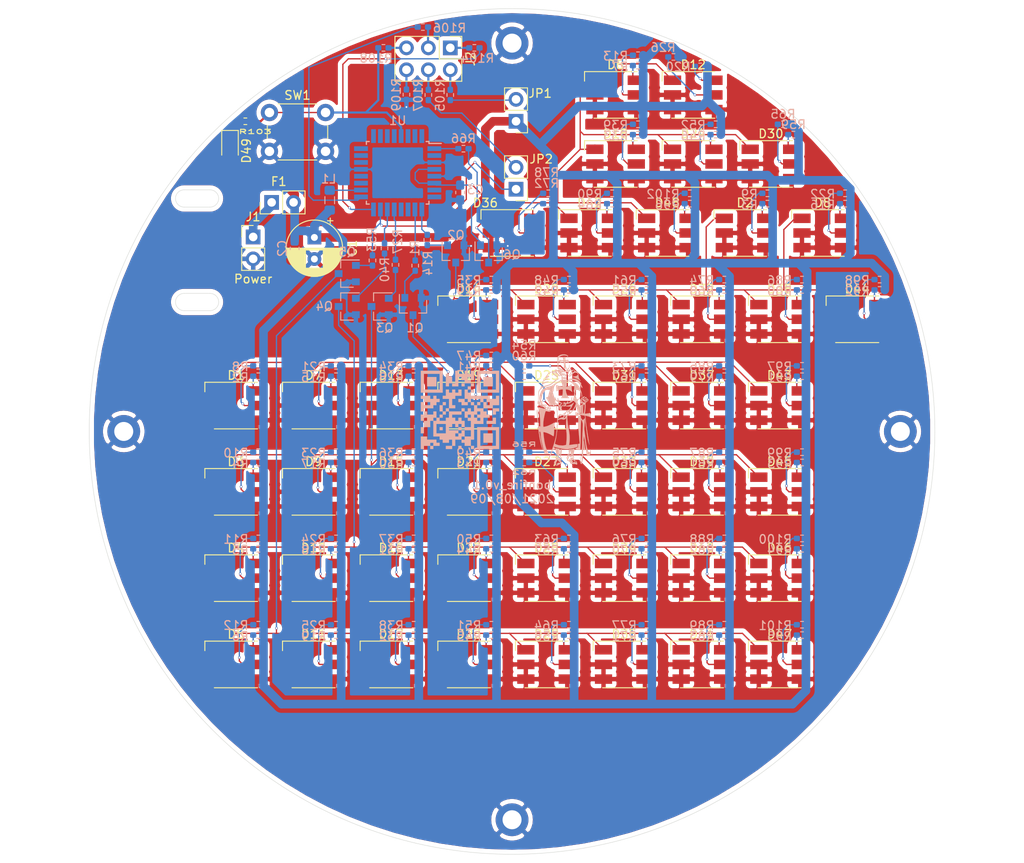
<source format=kicad_pcb>
(kicad_pcb (version 20171130) (host pcbnew "(5.1.7)-1")
  (title_block (title bonfire) (date 2021-08-09) (rev v0.1) (company piro.tex))
  (layers (0 F.Cu signal) (31 B.Cu signal) (34 B.Paste user) (35 F.Paste user) (36 B.SilkS user) (37 F.SilkS user) (38 B.Mask user) (39 F.Mask user) (44 Edge.Cuts user))
  (net 0 "")
  (net 1 GND)
  (net 2 +5V)
  (net 3 "Net-(D1-Pad6)")
  (net 4 "Net-(D1-Pad5)")
  (net 5 /to_Q1)
  (net 6 "Net-(D2-Pad6)")
  (net 7 "Net-(D2-Pad5)")
  (net 8 /to_Q2)
  (net 9 "Net-(D3-Pad6)")
  (net 10 "Net-(D3-Pad5)")
  (net 11 /to_Q3)
  (net 12 "Net-(D4-Pad6)")
  (net 13 "Net-(D4-Pad5)")
  (net 14 /to_Q4)
  (net 15 "Net-(D5-Pad6)")
  (net 16 "Net-(D5-Pad5)")
  (net 17 /to_Q5)
  (net 18 "Net-(D6-Pad6)")
  (net 19 "Net-(D6-Pad5)")
  (net 20 /to_Q6)
  (net 21 "Net-(D7-Pad6)")
  (net 22 "Net-(D7-Pad5)")
  (net 23 "Net-(D8-Pad6)")
  (net 24 "Net-(D8-Pad5)")
  (net 25 "Net-(D9-Pad6)")
  (net 26 "Net-(D9-Pad5)")
  (net 27 "Net-(D10-Pad6)")
  (net 28 "Net-(D10-Pad5)")
  (net 29 "Net-(D11-Pad6)")
  (net 30 "Net-(D11-Pad5)")
  (net 31 "Net-(D12-Pad6)")
  (net 32 "Net-(D12-Pad5)")
  (net 33 "Net-(D13-Pad6)")
  (net 34 "Net-(D13-Pad5)")
  (net 35 "Net-(D14-Pad6)")
  (net 36 "Net-(D14-Pad5)")
  (net 37 "Net-(D15-Pad6)")
  (net 38 "Net-(D15-Pad5)")
  (net 39 "Net-(D16-Pad6)")
  (net 40 "Net-(D16-Pad5)")
  (net 41 "Net-(D17-Pad6)")
  (net 42 "Net-(D17-Pad5)")
  (net 43 "Net-(D18-Pad6)")
  (net 44 "Net-(D18-Pad5)")
  (net 45 "Net-(D19-Pad6)")
  (net 46 "Net-(D19-Pad5)")
  (net 47 "Net-(D20-Pad6)")
  (net 48 "Net-(D20-Pad5)")
  (net 49 "Net-(D21-Pad6)")
  (net 50 "Net-(D21-Pad5)")
  (net 51 "Net-(D22-Pad6)")
  (net 52 "Net-(D22-Pad5)")
  (net 53 "Net-(D23-Pad6)")
  (net 54 "Net-(D23-Pad5)")
  (net 55 "Net-(D24-Pad6)")
  (net 56 "Net-(D24-Pad5)")
  (net 57 "Net-(D25-Pad6)")
  (net 58 "Net-(D25-Pad5)")
  (net 59 "Net-(D26-Pad6)")
  (net 60 "Net-(D26-Pad5)")
  (net 61 "Net-(D27-Pad6)")
  (net 62 "Net-(D27-Pad5)")
  (net 63 "Net-(D28-Pad6)")
  (net 64 "Net-(D28-Pad5)")
  (net 65 "Net-(D29-Pad6)")
  (net 66 "Net-(D29-Pad5)")
  (net 67 "Net-(D30-Pad6)")
  (net 68 "Net-(D30-Pad5)")
  (net 69 "Net-(D31-Pad6)")
  (net 70 "Net-(D31-Pad5)")
  (net 71 "Net-(D32-Pad6)")
  (net 72 "Net-(D32-Pad5)")
  (net 73 "Net-(D33-Pad6)")
  (net 74 "Net-(D33-Pad5)")
  (net 75 "Net-(D34-Pad6)")
  (net 76 "Net-(D34-Pad5)")
  (net 77 "Net-(D35-Pad6)")
  (net 78 "Net-(D35-Pad5)")
  (net 79 "Net-(D36-Pad6)")
  (net 80 "Net-(D36-Pad5)")
  (net 81 "Net-(J2-Pad6)")
  (net 82 "Net-(J2-Pad5)")
  (net 83 "Net-(J2-Pad4)")
  (net 84 "Net-(J2-Pad3)")
  (net 85 "Net-(J2-Pad2)")
  (net 86 "Net-(J2-Pad1)")
  (net 87 "Net-(JP1-Pad2)")
  (net 88 "Net-(JP2-Pad2)")
  (net 89 /flame_5)
  (net 90 "Net-(L1-Pad2)")
  (net 91 "Net-(Q1-Pad1)")
  (net 92 "Net-(Q2-Pad1)")
  (net 93 "Net-(Q3-Pad1)")
  (net 94 "Net-(Q4-Pad1)")
  (net 95 "Net-(Q5-Pad1)")
  (net 96 "Net-(Q6-Pad1)")
  (net 97 /flame_1)
  (net 98 /flame_2)
  (net 99 /flame_3)
  (net 100 /flame_4)
  (net 101 /flame_6)
  (net 102 /RESET)
  (net 103 /MISO)
  (net 104 /SCK)
  (net 105 "Net-(U1-Pad32)")
  (net 106 "Net-(U1-Pad31)")
  (net 107 "Net-(U1-Pad30)")
  (net 108 "Net-(U1-Pad28)")
  (net 109 "Net-(U1-Pad27)")
  (net 110 "Net-(U1-Pad26)")
  (net 111 "Net-(U1-Pad25)")
  (net 112 "Net-(U1-Pad24)")
  (net 113 "Net-(U1-Pad23)")
  (net 114 "Net-(U1-Pad22)")
  (net 115 "Net-(U1-Pad20)")
  (net 116 "Net-(U1-Pad19)")
  (net 117 "Net-(U1-Pad12)")
  (net 118 "Net-(U1-Pad11)")
  (net 119 "Net-(U1-Pad8)")
  (net 120 "Net-(U1-Pad7)")
  (net 121 "Net-(U1-Pad2)")
  (net 122 "Net-(D37-Pad6)")
  (net 123 "Net-(D37-Pad5)")
  (net 124 "Net-(D38-Pad6)")
  (net 125 "Net-(D38-Pad5)")
  (net 126 "Net-(D39-Pad6)")
  (net 127 "Net-(D39-Pad5)")
  (net 128 "Net-(D40-Pad6)")
  (net 129 "Net-(D40-Pad5)")
  (net 130 "Net-(D41-Pad6)")
  (net 131 "Net-(D41-Pad5)")
  (net 132 "Net-(D42-Pad6)")
  (net 133 "Net-(D42-Pad5)")
  (net 134 "Net-(D43-Pad6)")
  (net 135 "Net-(D43-Pad5)")
  (net 136 "Net-(D44-Pad6)")
  (net 137 "Net-(D44-Pad5)")
  (net 138 "Net-(D45-Pad6)")
  (net 139 "Net-(D45-Pad5)")
  (net 140 "Net-(D46-Pad6)")
  (net 141 "Net-(D46-Pad5)")
  (net 142 "Net-(D47-Pad6)")
  (net 143 "Net-(D47-Pad5)")
  (net 144 "Net-(D48-Pad6)")
  (net 145 "Net-(D48-Pad5)")
  (net 146 "Net-(D49-Pad1)")
  (net 147 "Net-(F1-Pad1)")
  (module Package_TO_SOT_SMD:SOT-23 (layer B.Cu) (at 137.287 74.422 270)
    (fp_text reference Q6 (at 0.078 -2.713 180) (layer B.SilkS) (effects (justify mirror)))
    (fp_text value BSS138)
    (pad 3 smd rect (at 1 0 270) (size 0.9 0.8) (layers B.Cu B.Paste B.Mask) (net 20 /to_Q6))
    (pad 2 smd rect (at -1 -0.95 270) (size 0.9 0.8) (layers B.Cu B.Paste B.Mask) (net 1 GND))
    (pad 1 smd rect (at -1 0.95 270) (size 0.9 0.8) (layers B.Cu B.Paste B.Mask) (net 96 "Net-(Q6-Pad1)"))
  )
  (module Package_TO_SOT_SMD:SOT-23 (layer B.Cu) (at 133.477 74.422 270)
    (fp_text reference Q2 (at -2.172 -0.023 180) (layer B.SilkS) (effects (justify mirror)))
    (fp_text value BSS138)
    (pad 3 smd rect (at 1 0 270) (size 0.9 0.8) (layers B.Cu B.Paste B.Mask) (net 8 /to_Q2))
    (pad 2 smd rect (at -1 -0.95 270) (size 0.9 0.8) (layers B.Cu B.Paste B.Mask) (net 1 GND))
    (pad 1 smd rect (at -1 0.95 270) (size 0.9 0.8) (layers B.Cu B.Paste B.Mask) (net 92 "Net-(Q2-Pad1)"))
  )
  (module LED_SMD:LED_RGB_5050-6 (layer F.Cu) (at 144 82)
    (fp_text reference D20 (at 0 -3.5 180) (layer F.SilkS))
    (fp_text value LED_RGB)
    (pad 6 smd rect (at 2.4 -1.7 90) (size 1.1 2) (layers F.Cu F.Paste F.Mask) (net 47 "Net-(D20-Pad6)"))
    (pad 5 smd rect (at 2.4 0 90) (size 1.1 2) (layers F.Cu F.Paste F.Mask) (net 48 "Net-(D20-Pad5)"))
    (pad 4 smd rect (at 2.4 1.7 90) (size 1.1 2) (layers F.Cu F.Paste F.Mask) (net 1 GND))
    (pad 3 smd rect (at -2.4 1.7 90) (size 1.1 2) (layers F.Cu F.Paste F.Mask) (net 1 GND))
    (pad 2 smd rect (at -2.4 0 90) (size 1.1 2) (layers F.Cu F.Paste F.Mask) (net 1 GND))
    (pad 1 smd rect (at -2.4 -1.7 90) (size 1.1 2) (layers F.Cu F.Paste F.Mask) (net 8 /to_Q2))
  )
  (module mine:knight_10x13mm (layer B.Cu) (at 146 92.5 180)
    (fp_text reference G*** hide)
    (fp_text value LOGO hide)
  )
  (module mine:qr_code_front_10mm (layer B.Cu) (at 134 92.5 180)
    (fp_text reference G*** hide)
    (fp_text value LOGO hide)
  )
  (module Connector_PinHeader_2.54mm:PinHeader_1x02_P2.54mm_Vertical (layer F.Cu) (at 112.141 68.453 90)
    (fp_text reference F1 (at 2.413 0.8255 180) (layer F.SilkS))
    (fp_text value 1A)
    (pad 2 thru_hole oval (at 0 2.54 90) (size 1.7 1.7) (drill 1) (layers *.Cu *.Mask) (net 2 +5V))
    (pad 1 thru_hole rect (at 0 0 90) (size 1.7 1.7) (drill 1) (layers *.Cu *.Mask) (net 147 "Net-(F1-Pad1)"))
  )
  (module Capacitor_SMD:C_0603_1608Metric_Pad1.08x0.95mm_HandSolder (layer B.Cu) (at 114.808 73.787 270)
    (fp_text reference C2 (at 0 1.43 90) (layer B.SilkS) (effects (justify mirror)))
    (fp_text value 100n)
    (pad 2 smd roundrect (at 0.8625 0 270) (size 1.075 0.95) (layers B.Cu B.Paste B.Mask) (net 1 GND))
    (pad 1 smd roundrect (at -0.8625 0 270) (size 1.075 0.95) (layers B.Cu B.Paste B.Mask) (net 2 +5V))
  )
  (module MountingHole:MountingHole_2.2mm_M2_DIN965_Pad (layer F.Cu) (at 95 95)
    (fp_text reference REF**)
    (fp_text value MountingHole_2.2mm_M2_DIN965_Pad)
    (pad 1 thru_hole circle (at 0 0) (size 3.8 3.8) (drill 2.2) (layers *.Cu *.Mask) (net 1 GND))
  )
  (module MountingHole:MountingHole_2.2mm_M2_DIN965_Pad (layer F.Cu) (at 185 95)
    (fp_text reference REF**)
    (fp_text value MountingHole_2.2mm_M2_DIN965_Pad)
    (pad 1 thru_hole circle (at 0 0) (size 3.8 3.8) (drill 2.2) (layers *.Cu *.Mask) (net 1 GND))
  )
  (module MountingHole:MountingHole_2.2mm_M2_DIN965_Pad (layer F.Cu) (at 140 140)
    (fp_text reference REF**)
    (fp_text value MountingHole_2.2mm_M2_DIN965_Pad)
    (pad 1 thru_hole circle (at 0 0) (size 3.8 3.8) (drill 2.2) (layers *.Cu *.Mask) (net 1 GND))
  )
  (module MountingHole:MountingHole_2.2mm_M2_DIN965_Pad (layer F.Cu) (at 140 50)
    (fp_text reference REF**)
    (fp_text value MountingHole_2.2mm_M2_DIN965_Pad)
    (pad 1 thru_hole circle (at 0 0) (size 3.8 3.8) (drill 2.2) (layers *.Cu *.Mask) (net 1 GND))
  )
  (module Package_QFP:TQFP-32_7x7mm_P0.8mm (layer B.Cu) (at 126.746 65.024 180)
    (fp_text reference U1 (at 0 6.05) (layer B.SilkS) (effects (justify mirror)))
    (fp_text value ATmega48-20AU)
    (pad 32 smd rect (at -2.8 4.25 90) (size 1.6 0.55) (layers B.Cu B.Paste B.Mask) (net 105 "Net-(U1-Pad32)"))
    (pad 31 smd rect (at -2 4.25 90) (size 1.6 0.55) (layers B.Cu B.Paste B.Mask) (net 106 "Net-(U1-Pad31)"))
    (pad 30 smd rect (at -1.2 4.25 90) (size 1.6 0.55) (layers B.Cu B.Paste B.Mask) (net 107 "Net-(U1-Pad30)"))
    (pad 29 smd rect (at -0.4 4.25 90) (size 1.6 0.55) (layers B.Cu B.Paste B.Mask) (net 102 /RESET))
    (pad 28 smd rect (at 0.4 4.25 90) (size 1.6 0.55) (layers B.Cu B.Paste B.Mask) (net 108 "Net-(U1-Pad28)"))
    (pad 27 smd rect (at 1.2 4.25 90) (size 1.6 0.55) (layers B.Cu B.Paste B.Mask) (net 109 "Net-(U1-Pad27)"))
    (pad 26 smd rect (at 2 4.25 90) (size 1.6 0.55) (layers B.Cu B.Paste B.Mask) (net 110 "Net-(U1-Pad26)"))
    (pad 25 smd rect (at 2.8 4.25 90) (size 1.6 0.55) (layers B.Cu B.Paste B.Mask) (net 111 "Net-(U1-Pad25)"))
    (pad 24 smd rect (at 4.25 2.8 180) (size 1.6 0.55) (layers B.Cu B.Paste B.Mask) (net 112 "Net-(U1-Pad24)"))
    (pad 23 smd rect (at 4.25 2 180) (size 1.6 0.55) (layers B.Cu B.Paste B.Mask) (net 113 "Net-(U1-Pad23)"))
    (pad 22 smd rect (at 4.25 1.2 180) (size 1.6 0.55) (layers B.Cu B.Paste B.Mask) (net 114 "Net-(U1-Pad22)"))
    (pad 21 smd rect (at 4.25 0.4 180) (size 1.6 0.55) (layers B.Cu B.Paste B.Mask) (net 1 GND))
    (pad 20 smd rect (at 4.25 -0.4 180) (size 1.6 0.55) (layers B.Cu B.Paste B.Mask) (net 115 "Net-(U1-Pad20)"))
    (pad 19 smd rect (at 4.25 -1.2 180) (size 1.6 0.55) (layers B.Cu B.Paste B.Mask) (net 116 "Net-(U1-Pad19)"))
    (pad 18 smd rect (at 4.25 -2 180) (size 1.6 0.55) (layers B.Cu B.Paste B.Mask) (net 90 "Net-(L1-Pad2)"))
    (pad 17 smd rect (at 4.25 -2.8 180) (size 1.6 0.55) (layers B.Cu B.Paste B.Mask) (net 104 /SCK))
    (pad 16 smd rect (at 2.8 -4.25 90) (size 1.6 0.55) (layers B.Cu B.Paste B.Mask) (net 103 /MISO))
    (pad 15 smd rect (at 2 -4.25 90) (size 1.6 0.55) (layers B.Cu B.Paste B.Mask) (net 89 /flame_5))
    (pad 14 smd rect (at 1.2 -4.25 90) (size 1.6 0.55) (layers B.Cu B.Paste B.Mask) (net 100 /flame_4))
    (pad 13 smd rect (at 0.4 -4.25 90) (size 1.6 0.55) (layers B.Cu B.Paste B.Mask) (net 99 /flame_3))
    (pad 12 smd rect (at -0.4 -4.25 90) (size 1.6 0.55) (layers B.Cu B.Paste B.Mask) (net 117 "Net-(U1-Pad12)"))
    (pad 11 smd rect (at -1.2 -4.25 90) (size 1.6 0.55) (layers B.Cu B.Paste B.Mask) (net 118 "Net-(U1-Pad11)"))
    (pad 10 smd rect (at -2 -4.25 90) (size 1.6 0.55) (layers B.Cu B.Paste B.Mask) (net 97 /flame_1))
    (pad 9 smd rect (at -2.8 -4.25 90) (size 1.6 0.55) (layers B.Cu B.Paste B.Mask) (net 98 /flame_2))
    (pad 8 smd rect (at -4.25 -2.8 180) (size 1.6 0.55) (layers B.Cu B.Paste B.Mask) (net 119 "Net-(U1-Pad8)"))
    (pad 7 smd rect (at -4.25 -2 180) (size 1.6 0.55) (layers B.Cu B.Paste B.Mask) (net 120 "Net-(U1-Pad7)"))
    (pad 6 smd rect (at -4.25 -1.2 180) (size 1.6 0.55) (layers B.Cu B.Paste B.Mask) (net 2 +5V))
    (pad 5 smd rect (at -4.25 -0.4 180) (size 1.6 0.55) (layers B.Cu B.Paste B.Mask) (net 1 GND))
    (pad 4 smd rect (at -4.25 0.4 180) (size 1.6 0.55) (layers B.Cu B.Paste B.Mask) (net 2 +5V))
    (pad 3 smd rect (at -4.25 1.2 180) (size 1.6 0.55) (layers B.Cu B.Paste B.Mask) (net 1 GND))
    (pad 2 smd rect (at -4.25 2 180) (size 1.6 0.55) (layers B.Cu B.Paste B.Mask) (net 121 "Net-(U1-Pad2)"))
    (pad 1 smd rect (at -4.25 2.8 180) (size 1.6 0.55) (layers B.Cu B.Paste B.Mask) (net 101 /flame_6))
  )
  (module Button_Switch_THT:SW_PUSH_6mm (layer F.Cu) (at 111.887 58.039)
    (fp_text reference SW1 (at 3.25 -2) (layer F.SilkS))
    (fp_text value Reset)
    (pad 1 thru_hole circle (at 6.5 0 90) (size 2 2) (drill 1.1) (layers *.Cu *.Mask) (net 102 /RESET))
    (pad 2 thru_hole circle (at 6.5 4.5 90) (size 2 2) (drill 1.1) (layers *.Cu *.Mask) (net 1 GND))
    (pad 1 thru_hole circle (at 0 0 90) (size 2 2) (drill 1.1) (layers *.Cu *.Mask) (net 102 /RESET))
    (pad 2 thru_hole circle (at 0 4.5 90) (size 2 2) (drill 1.1) (layers *.Cu *.Mask) (net 1 GND))
  )
  (module Resistor_SMD:R_0402_1005Metric_Pad0.72x0.64mm_HandSolder (layer B.Cu) (at 127.762 55.9695 270)
    (fp_text reference R109 (at 0 1.17 90) (layer B.SilkS) (effects (justify mirror)))
    (fp_text value 1R8)
    (pad 2 smd roundrect (at 0.5975 0 270) (size 0.715 0.64) (layers B.Cu B.Paste B.Mask) (net 1 GND))
    (pad 1 smd roundrect (at -0.5975 0 270) (size 0.715 0.64) (layers B.Cu B.Paste B.Mask) (net 81 "Net-(J2-Pad6)"))
  )
  (module Resistor_SMD:R_0402_1005Metric_Pad0.72x0.64mm_HandSolder (layer B.Cu) (at 125.095 50.546 180)
    (fp_text reference R108 (at 0.845 -1.204) (layer B.SilkS) (effects (justify mirror)))
    (fp_text value 10R)
    (pad 2 smd roundrect (at 0.5975 0 180) (size 0.715 0.64) (layers B.Cu B.Paste B.Mask) (net 102 /RESET))
    (pad 1 smd roundrect (at -0.5975 0 180) (size 0.715 0.64) (layers B.Cu B.Paste B.Mask) (net 82 "Net-(J2-Pad5)"))
  )
  (module Resistor_SMD:R_0402_1005Metric_Pad0.72x0.64mm_HandSolder (layer B.Cu) (at 130.302 56.007 270)
    (fp_text reference R107 (at 0 1.17 90) (layer B.SilkS) (effects (justify mirror)))
    (fp_text value 10R)
    (pad 2 smd roundrect (at 0.5975 0 270) (size 0.715 0.64) (layers B.Cu B.Paste B.Mask) (net 88 "Net-(JP2-Pad2)"))
    (pad 1 smd roundrect (at -0.5975 0 270) (size 0.715 0.64) (layers B.Cu B.Paste B.Mask) (net 83 "Net-(J2-Pad4)"))
  )
  (module Resistor_SMD:R_0402_1005Metric_Pad0.72x0.64mm_HandSolder (layer B.Cu) (at 129.667 48.133 180)
    (fp_text reference R106 (at -3.083 -0.117) (layer B.SilkS) (effects (justify mirror)))
    (fp_text value 10R)
    (pad 2 smd roundrect (at 0.5975 0 180) (size 0.715 0.64) (layers B.Cu B.Paste B.Mask) (net 104 /SCK))
    (pad 1 smd roundrect (at -0.5975 0 180) (size 0.715 0.64) (layers B.Cu B.Paste B.Mask) (net 84 "Net-(J2-Pad3)"))
  )
  (module Resistor_SMD:R_0402_1005Metric_Pad0.72x0.64mm_HandSolder (layer B.Cu) (at 132.842 56.007 270)
    (fp_text reference R105 (at 0 1.17 90) (layer B.SilkS) (effects (justify mirror)))
    (fp_text value 1R8)
    (pad 2 smd roundrect (at 0.5975 0 270) (size 0.715 0.64) (layers B.Cu B.Paste B.Mask) (net 87 "Net-(JP1-Pad2)"))
    (pad 1 smd roundrect (at -0.5975 0 270) (size 0.715 0.64) (layers B.Cu B.Paste B.Mask) (net 85 "Net-(J2-Pad2)"))
  )
  (module Resistor_SMD:R_0402_1005Metric_Pad0.72x0.64mm_HandSolder (layer B.Cu) (at 135.636 50.546)
    (fp_text reference R104 (at 0.364 1.204) (layer B.SilkS) (effects (justify mirror)))
    (fp_text value 10R)
    (pad 2 smd roundrect (at 0.5975 0) (size 0.715 0.64) (layers B.Cu B.Paste B.Mask) (net 103 /MISO))
    (pad 1 smd roundrect (at -0.5975 0) (size 0.715 0.64) (layers B.Cu B.Paste B.Mask) (net 86 "Net-(J2-Pad1)"))
  )
  (module Resistor_SMD:R_0402_1005Metric_Pad0.72x0.64mm_HandSolder (layer F.Cu) (at 109.093 59.055)
    (fp_text reference R103 (at 1.143 1.2065) (layer F.SilkS) (effects (font (size 0.5 1) (thickness 0.125))))
    (fp_text value 3k3)
    (pad 2 smd roundrect (at 0.5975 0) (size 0.715 0.64) (layers F.Cu F.Paste F.Mask) (net 102 /RESET))
    (pad 1 smd roundrect (at -0.5975 0) (size 0.715 0.64) (layers F.Cu F.Paste F.Mask) (net 146 "Net-(D49-Pad1)"))
  )
  (module Resistor_SMD:R_0402_1005Metric_Pad0.72x0.64mm_HandSolder (layer B.Cu) (at 160.6 67.4 180)
    (fp_text reference R102 (at 3.1 -0.1) (layer B.SilkS) (effects (justify mirror)))
    (fp_text value 470)
    (pad 2 smd roundrect (at 0.5975 0 180) (size 0.715 0.64) (layers B.Cu B.Paste B.Mask) (net 145 "Net-(D48-Pad5)"))
    (pad 1 smd roundrect (at -0.5975 0 180) (size 0.715 0.64) (layers B.Cu B.Paste B.Mask) (net 2 +5V))
  )
  (module Resistor_SMD:R_0402_1005Metric_Pad0.72x0.64mm_HandSolder (layer B.Cu) (at 173.6 117.4 180)
    (fp_text reference R101 (at 3.1 -0.1) (layer B.SilkS) (effects (justify mirror)))
    (fp_text value 470)
    (pad 2 smd roundrect (at 0.5975 0 180) (size 0.715 0.64) (layers B.Cu B.Paste B.Mask) (net 143 "Net-(D47-Pad5)"))
    (pad 1 smd roundrect (at -0.5975 0 180) (size 0.715 0.64) (layers B.Cu B.Paste B.Mask) (net 2 +5V))
  )
  (module Resistor_SMD:R_0402_1005Metric_Pad0.72x0.64mm_HandSolder (layer B.Cu) (at 173.6 107.4 180)
    (fp_text reference R100 (at 3.1 -0.1) (layer B.SilkS) (effects (justify mirror)))
    (fp_text value 470)
    (pad 2 smd roundrect (at 0.5975 0 180) (size 0.715 0.64) (layers B.Cu B.Paste B.Mask) (net 141 "Net-(D46-Pad5)"))
    (pad 1 smd roundrect (at -0.5975 0 180) (size 0.715 0.64) (layers B.Cu B.Paste B.Mask) (net 2 +5V))
  )
  (module Resistor_SMD:R_0402_1005Metric_Pad0.72x0.64mm_HandSolder (layer B.Cu) (at 173.6 97.4 180)
    (fp_text reference R99 (at 2.6 -0.1) (layer B.SilkS) (effects (justify mirror)))
    (fp_text value 470)
    (pad 2 smd roundrect (at 0.5975 0 180) (size 0.715 0.64) (layers B.Cu B.Paste B.Mask) (net 139 "Net-(D45-Pad5)"))
    (pad 1 smd roundrect (at -0.5975 0 180) (size 0.715 0.64) (layers B.Cu B.Paste B.Mask) (net 2 +5V))
  )
  (module Resistor_SMD:R_0402_1005Metric_Pad0.72x0.64mm_HandSolder (layer B.Cu) (at 182.6 77.4 180)
    (fp_text reference R98 (at 2.6 -0.1) (layer B.SilkS) (effects (justify mirror)))
    (fp_text value 470)
    (pad 2 smd roundrect (at 0.5975 0 180) (size 0.715 0.64) (layers B.Cu B.Paste B.Mask) (net 137 "Net-(D44-Pad5)"))
    (pad 1 smd roundrect (at -0.5975 0 180) (size 0.715 0.64) (layers B.Cu B.Paste B.Mask) (net 2 +5V))
  )
  (module Resistor_SMD:R_0402_1005Metric_Pad0.72x0.64mm_HandSolder (layer B.Cu) (at 173.6 87.4 180)
    (fp_text reference R97 (at 2.6 -0.1) (layer B.SilkS) (effects (justify mirror)))
    (fp_text value 470)
    (pad 2 smd roundrect (at 0.5975 0 180) (size 0.715 0.64) (layers B.Cu B.Paste B.Mask) (net 135 "Net-(D43-Pad5)"))
    (pad 1 smd roundrect (at -0.5975 0 180) (size 0.715 0.64) (layers B.Cu B.Paste B.Mask) (net 2 +5V))
  )
  (module Resistor_SMD:R_0402_1005Metric_Pad0.72x0.64mm_HandSolder (layer B.Cu) (at 160.6 68.6 180)
    (fp_text reference R96 (at 2.6 -0.15) (layer B.SilkS) (effects (justify mirror)))
    (fp_text value 270)
    (pad 2 smd roundrect (at 0.5975 0 180) (size 0.715 0.64) (layers B.Cu B.Paste B.Mask) (net 144 "Net-(D48-Pad6)"))
    (pad 1 smd roundrect (at -0.5975 0 180) (size 0.715 0.64) (layers B.Cu B.Paste B.Mask) (net 2 +5V))
  )
  (module Resistor_SMD:R_0402_1005Metric_Pad0.72x0.64mm_HandSolder (layer B.Cu) (at 173.6 118.6 180)
    (fp_text reference R95 (at 2.6 -0.15) (layer B.SilkS) (effects (justify mirror)))
    (fp_text value 270)
    (pad 2 smd roundrect (at 0.5975 0 180) (size 0.715 0.64) (layers B.Cu B.Paste B.Mask) (net 142 "Net-(D47-Pad6)"))
    (pad 1 smd roundrect (at -0.5975 0 180) (size 0.715 0.64) (layers B.Cu B.Paste B.Mask) (net 2 +5V))
  )
  (module Resistor_SMD:R_0402_1005Metric_Pad0.72x0.64mm_HandSolder (layer B.Cu) (at 173.6 108.6 180)
    (fp_text reference R94 (at 2.6 -0.15) (layer B.SilkS) (effects (justify mirror)))
    (fp_text value 270)
    (pad 2 smd roundrect (at 0.5975 0 180) (size 0.715 0.64) (layers B.Cu B.Paste B.Mask) (net 140 "Net-(D46-Pad6)"))
    (pad 1 smd roundrect (at -0.5975 0 180) (size 0.715 0.64) (layers B.Cu B.Paste B.Mask) (net 2 +5V))
  )
  (module Resistor_SMD:R_0402_1005Metric_Pad0.72x0.64mm_HandSolder (layer B.Cu) (at 173.6 98.6 180)
    (fp_text reference R93 (at 2.6 -0.15) (layer B.SilkS) (effects (justify mirror)))
    (fp_text value 270)
    (pad 2 smd roundrect (at 0.5975 0 180) (size 0.715 0.64) (layers B.Cu B.Paste B.Mask) (net 138 "Net-(D45-Pad6)"))
    (pad 1 smd roundrect (at -0.5975 0 180) (size 0.715 0.64) (layers B.Cu B.Paste B.Mask) (net 2 +5V))
  )
  (module Resistor_SMD:R_0402_1005Metric_Pad0.72x0.64mm_HandSolder (layer B.Cu) (at 182.6 78.6 180)
    (fp_text reference R92 (at 2.6 -0.15) (layer B.SilkS) (effects (justify mirror)))
    (fp_text value 270)
    (pad 2 smd roundrect (at 0.5975 0 180) (size 0.715 0.64) (layers B.Cu B.Paste B.Mask) (net 136 "Net-(D44-Pad6)"))
    (pad 1 smd roundrect (at -0.5975 0 180) (size 0.715 0.64) (layers B.Cu B.Paste B.Mask) (net 2 +5V))
  )
  (module Resistor_SMD:R_0402_1005Metric_Pad0.72x0.64mm_HandSolder (layer B.Cu) (at 173.6 88.6 180)
    (fp_text reference R91 (at 2.6 -0.15) (layer B.SilkS) (effects (justify mirror)))
    (fp_text value 270)
    (pad 2 smd roundrect (at 0.5975 0 180) (size 0.715 0.64) (layers B.Cu B.Paste B.Mask) (net 134 "Net-(D43-Pad6)"))
    (pad 1 smd roundrect (at -0.5975 0 180) (size 0.715 0.64) (layers B.Cu B.Paste B.Mask) (net 2 +5V))
  )
  (module Resistor_SMD:R_0402_1005Metric_Pad0.72x0.64mm_HandSolder (layer B.Cu) (at 151.6 67.4 180)
    (fp_text reference R90 (at 2.6 -0.1) (layer B.SilkS) (effects (justify mirror)))
    (fp_text value 470)
    (pad 2 smd roundrect (at 0.5975 0 180) (size 0.715 0.64) (layers B.Cu B.Paste B.Mask) (net 133 "Net-(D42-Pad5)"))
    (pad 1 smd roundrect (at -0.5975 0 180) (size 0.715 0.64) (layers B.Cu B.Paste B.Mask) (net 2 +5V))
  )
  (module Resistor_SMD:R_0402_1005Metric_Pad0.72x0.64mm_HandSolder (layer B.Cu) (at 164.6 117.4 180)
    (fp_text reference R89 (at 2.6 -0.1) (layer B.SilkS) (effects (justify mirror)))
    (fp_text value 470)
    (pad 2 smd roundrect (at 0.5975 0 180) (size 0.715 0.64) (layers B.Cu B.Paste B.Mask) (net 131 "Net-(D41-Pad5)"))
    (pad 1 smd roundrect (at -0.5975 0 180) (size 0.715 0.64) (layers B.Cu B.Paste B.Mask) (net 2 +5V))
  )
  (module Resistor_SMD:R_0402_1005Metric_Pad0.72x0.64mm_HandSolder (layer B.Cu) (at 164.6 107.4 180)
    (fp_text reference R88 (at 2.6 -0.1) (layer B.SilkS) (effects (justify mirror)))
    (fp_text value 470)
    (pad 2 smd roundrect (at 0.5975 0 180) (size 0.715 0.64) (layers B.Cu B.Paste B.Mask) (net 129 "Net-(D40-Pad5)"))
    (pad 1 smd roundrect (at -0.5975 0 180) (size 0.715 0.64) (layers B.Cu B.Paste B.Mask) (net 2 +5V))
  )
  (module Resistor_SMD:R_0402_1005Metric_Pad0.72x0.64mm_HandSolder (layer B.Cu) (at 164.6 97.4 180)
    (fp_text reference R87 (at 2.6 -0.1) (layer B.SilkS) (effects (justify mirror)))
    (fp_text value 470)
    (pad 2 smd roundrect (at 0.5975 0 180) (size 0.715 0.64) (layers B.Cu B.Paste B.Mask) (net 127 "Net-(D39-Pad5)"))
    (pad 1 smd roundrect (at -0.5975 0 180) (size 0.715 0.64) (layers B.Cu B.Paste B.Mask) (net 2 +5V))
  )
  (module Resistor_SMD:R_0402_1005Metric_Pad0.72x0.64mm_HandSolder (layer B.Cu) (at 173.6 77.4 180)
    (fp_text reference R86 (at 2.6 -0.1) (layer B.SilkS) (effects (justify mirror)))
    (fp_text value 470)
    (pad 2 smd roundrect (at 0.5975 0 180) (size 0.715 0.64) (layers B.Cu B.Paste B.Mask) (net 125 "Net-(D38-Pad5)"))
    (pad 1 smd roundrect (at -0.5975 0 180) (size 0.715 0.64) (layers B.Cu B.Paste B.Mask) (net 2 +5V))
  )
  (module Resistor_SMD:R_0402_1005Metric_Pad0.72x0.64mm_HandSolder (layer B.Cu) (at 164.6 87.4 180)
    (fp_text reference R85 (at 2.6 -0.1) (layer B.SilkS) (effects (justify mirror)))
    (fp_text value 470)
    (pad 2 smd roundrect (at 0.5975 0 180) (size 0.715 0.64) (layers B.Cu B.Paste B.Mask) (net 123 "Net-(D37-Pad5)"))
    (pad 1 smd roundrect (at -0.5975 0 180) (size 0.715 0.64) (layers B.Cu B.Paste B.Mask) (net 2 +5V))
  )
  (module Resistor_SMD:R_0402_1005Metric_Pad0.72x0.64mm_HandSolder (layer B.Cu) (at 151.6 68.6 180)
    (fp_text reference R84 (at 2.6 -0.15) (layer B.SilkS) (effects (justify mirror)))
    (fp_text value 270)
    (pad 2 smd roundrect (at 0.5975 0 180) (size 0.715 0.64) (layers B.Cu B.Paste B.Mask) (net 132 "Net-(D42-Pad6)"))
    (pad 1 smd roundrect (at -0.5975 0 180) (size 0.715 0.64) (layers B.Cu B.Paste B.Mask) (net 2 +5V))
  )
  (module Resistor_SMD:R_0402_1005Metric_Pad0.72x0.64mm_HandSolder (layer B.Cu) (at 164.6 118.6 180)
    (fp_text reference R83 (at 2.6 -0.15) (layer B.SilkS) (effects (justify mirror)))
    (fp_text value 270)
    (pad 2 smd roundrect (at 0.5975 0 180) (size 0.715 0.64) (layers B.Cu B.Paste B.Mask) (net 130 "Net-(D41-Pad6)"))
    (pad 1 smd roundrect (at -0.5975 0 180) (size 0.715 0.64) (layers B.Cu B.Paste B.Mask) (net 2 +5V))
  )
  (module Resistor_SMD:R_0402_1005Metric_Pad0.72x0.64mm_HandSolder (layer B.Cu) (at 164.6 108.6 180)
    (fp_text reference R82 (at 2.6 -0.15) (layer B.SilkS) (effects (justify mirror)))
    (fp_text value 270)
    (pad 2 smd roundrect (at 0.5975 0 180) (size 0.715 0.64) (layers B.Cu B.Paste B.Mask) (net 128 "Net-(D40-Pad6)"))
    (pad 1 smd roundrect (at -0.5975 0 180) (size 0.715 0.64) (layers B.Cu B.Paste B.Mask) (net 2 +5V))
  )
  (module Resistor_SMD:R_0402_1005Metric_Pad0.72x0.64mm_HandSolder (layer B.Cu) (at 164.6 98.6 180)
    (fp_text reference R81 (at 2.6 -0.15) (layer B.SilkS) (effects (justify mirror)))
    (fp_text value 270)
    (pad 2 smd roundrect (at 0.5975 0 180) (size 0.715 0.64) (layers B.Cu B.Paste B.Mask) (net 126 "Net-(D39-Pad6)"))
    (pad 1 smd roundrect (at -0.5975 0 180) (size 0.715 0.64) (layers B.Cu B.Paste B.Mask) (net 2 +5V))
  )
  (module Resistor_SMD:R_0402_1005Metric_Pad0.72x0.64mm_HandSolder (layer B.Cu) (at 173.6 78.6 180)
    (fp_text reference R80 (at 2.6 -0.15) (layer B.SilkS) (effects (justify mirror)))
    (fp_text value 270)
    (pad 2 smd roundrect (at 0.5975 0 180) (size 0.715 0.64) (layers B.Cu B.Paste B.Mask) (net 124 "Net-(D38-Pad6)"))
    (pad 1 smd roundrect (at -0.5975 0 180) (size 0.715 0.64) (layers B.Cu B.Paste B.Mask) (net 2 +5V))
  )
  (module Resistor_SMD:R_0402_1005Metric_Pad0.72x0.64mm_HandSolder (layer B.Cu) (at 164.6 88.6 180)
    (fp_text reference R79 (at 2.6 -0.15) (layer B.SilkS) (effects (justify mirror)))
    (fp_text value 270)
    (pad 2 smd roundrect (at 0.5975 0 180) (size 0.715 0.64) (layers B.Cu B.Paste B.Mask) (net 122 "Net-(D37-Pad6)"))
    (pad 1 smd roundrect (at -0.5975 0 180) (size 0.715 0.64) (layers B.Cu B.Paste B.Mask) (net 2 +5V))
  )
  (module Resistor_SMD:R_0402_1005Metric_Pad0.72x0.64mm_HandSolder (layer B.Cu) (at 144.2 67.4 180)
    (fp_text reference R78 (at 0.2 2.4) (layer B.SilkS) (effects (justify mirror)))
    (fp_text value 470)
    (pad 2 smd roundrect (at 0.5975 0 180) (size 0.715 0.64) (layers B.Cu B.Paste B.Mask) (net 80 "Net-(D36-Pad5)"))
    (pad 1 smd roundrect (at -0.5975 0 180) (size 0.715 0.64) (layers B.Cu B.Paste B.Mask) (net 2 +5V))
  )
  (module Resistor_SMD:R_0402_1005Metric_Pad0.72x0.64mm_HandSolder (layer B.Cu) (at 155.6 117.4 180)
    (fp_text reference R77 (at 2.6 -0.1) (layer B.SilkS) (effects (justify mirror)))
    (fp_text value 470)
    (pad 2 smd roundrect (at 0.5975 0 180) (size 0.715 0.64) (layers B.Cu B.Paste B.Mask) (net 78 "Net-(D35-Pad5)"))
    (pad 1 smd roundrect (at -0.5975 0 180) (size 0.715 0.64) (layers B.Cu B.Paste B.Mask) (net 2 +5V))
  )
  (module Resistor_SMD:R_0402_1005Metric_Pad0.72x0.64mm_HandSolder (layer B.Cu) (at 155.6025 107.4 180)
    (fp_text reference R76 (at 2.6025 -0.1) (layer B.SilkS) (effects (justify mirror)))
    (fp_text value 470)
    (pad 2 smd roundrect (at 0.5975 0 180) (size 0.715 0.64) (layers B.Cu B.Paste B.Mask) (net 76 "Net-(D34-Pad5)"))
    (pad 1 smd roundrect (at -0.5975 0 180) (size 0.715 0.64) (layers B.Cu B.Paste B.Mask) (net 2 +5V))
  )
  (module Resistor_SMD:R_0402_1005Metric_Pad0.72x0.64mm_HandSolder (layer B.Cu) (at 155.6 97.4 180)
    (fp_text reference R75 (at 2.6 -0.1) (layer B.SilkS) (effects (justify mirror)))
    (fp_text value 470)
    (pad 2 smd roundrect (at 0.5975 0 180) (size 0.715 0.64) (layers B.Cu B.Paste B.Mask) (net 74 "Net-(D33-Pad5)"))
    (pad 1 smd roundrect (at -0.5975 0 180) (size 0.715 0.64) (layers B.Cu B.Paste B.Mask) (net 2 +5V))
  )
  (module Resistor_SMD:R_0402_1005Metric_Pad0.72x0.64mm_HandSolder (layer B.Cu) (at 164.6 77.4 180)
    (fp_text reference R74 (at 2.6 -0.1) (layer B.SilkS) (effects (justify mirror)))
    (fp_text value 470)
    (pad 2 smd roundrect (at 0.5975 0 180) (size 0.715 0.64) (layers B.Cu B.Paste B.Mask) (net 72 "Net-(D32-Pad5)"))
    (pad 1 smd roundrect (at -0.5975 0 180) (size 0.715 0.64) (layers B.Cu B.Paste B.Mask) (net 2 +5V))
  )
  (module Resistor_SMD:R_0402_1005Metric_Pad0.72x0.64mm_HandSolder (layer B.Cu) (at 155.6 87.4 180)
    (fp_text reference R73 (at 2.6 -0.1) (layer B.SilkS) (effects (justify mirror)))
    (fp_text value 470)
    (pad 2 smd roundrect (at 0.5975 0 180) (size 0.715 0.64) (layers B.Cu B.Paste B.Mask) (net 70 "Net-(D31-Pad5)"))
    (pad 1 smd roundrect (at -0.5975 0 180) (size 0.715 0.64) (layers B.Cu B.Paste B.Mask) (net 2 +5V))
  )
  (module Resistor_SMD:R_0402_1005Metric_Pad0.72x0.64mm_HandSolder (layer B.Cu) (at 144.2 68.6 180)
    (fp_text reference R72 (at 0.2 2.35) (layer B.SilkS) (effects (justify mirror)))
    (fp_text value 270)
    (pad 2 smd roundrect (at 0.5975 0 180) (size 0.715 0.64) (layers B.Cu B.Paste B.Mask) (net 79 "Net-(D36-Pad6)"))
    (pad 1 smd roundrect (at -0.5975 0 180) (size 0.715 0.64) (layers B.Cu B.Paste B.Mask) (net 2 +5V))
  )
  (module Resistor_SMD:R_0402_1005Metric_Pad0.72x0.64mm_HandSolder (layer B.Cu) (at 155.6 118.6 180)
    (fp_text reference R71 (at 2.6 -0.15) (layer B.SilkS) (effects (justify mirror)))
    (fp_text value 270)
    (pad 2 smd roundrect (at 0.5975 0 180) (size 0.715 0.64) (layers B.Cu B.Paste B.Mask) (net 77 "Net-(D35-Pad6)"))
    (pad 1 smd roundrect (at -0.5975 0 180) (size 0.715 0.64) (layers B.Cu B.Paste B.Mask) (net 2 +5V))
  )
  (module Resistor_SMD:R_0402_1005Metric_Pad0.72x0.64mm_HandSolder (layer B.Cu) (at 155.6 108.6 180)
    (fp_text reference R70 (at 2.6 -0.15) (layer B.SilkS) (effects (justify mirror)))
    (fp_text value 270)
    (pad 2 smd roundrect (at 0.5975 0 180) (size 0.715 0.64) (layers B.Cu B.Paste B.Mask) (net 75 "Net-(D34-Pad6)"))
    (pad 1 smd roundrect (at -0.5975 0 180) (size 0.715 0.64) (layers B.Cu B.Paste B.Mask) (net 2 +5V))
  )
  (module Resistor_SMD:R_0402_1005Metric_Pad0.72x0.64mm_HandSolder (layer B.Cu) (at 155.6 98.6 180)
    (fp_text reference R69 (at 2.6 -0.15) (layer B.SilkS) (effects (justify mirror)))
    (fp_text value 270)
    (pad 2 smd roundrect (at 0.5975 0 180) (size 0.715 0.64) (layers B.Cu B.Paste B.Mask) (net 73 "Net-(D33-Pad6)"))
    (pad 1 smd roundrect (at -0.5975 0 180) (size 0.715 0.64) (layers B.Cu B.Paste B.Mask) (net 2 +5V))
  )
  (module Resistor_SMD:R_0402_1005Metric_Pad0.72x0.64mm_HandSolder (layer B.Cu) (at 164.6 78.6 180)
    (fp_text reference R68 (at 2.6 -0.15) (layer B.SilkS) (effects (justify mirror)))
    (fp_text value 270)
    (pad 2 smd roundrect (at 0.5975 0 180) (size 0.715 0.64) (layers B.Cu B.Paste B.Mask) (net 71 "Net-(D32-Pad6)"))
    (pad 1 smd roundrect (at -0.5975 0 180) (size 0.715 0.64) (layers B.Cu B.Paste B.Mask) (net 2 +5V))
  )
  (module Resistor_SMD:R_0402_1005Metric_Pad0.72x0.64mm_HandSolder (layer B.Cu) (at 155.6 88.6 180)
    (fp_text reference R67 (at 2.6 -0.15) (layer B.SilkS) (effects (justify mirror)))
    (fp_text value 270)
    (pad 2 smd roundrect (at 0.5975 0 180) (size 0.715 0.64) (layers B.Cu B.Paste B.Mask) (net 69 "Net-(D31-Pad6)"))
    (pad 1 smd roundrect (at -0.5975 0 180) (size 0.715 0.64) (layers B.Cu B.Paste B.Mask) (net 2 +5V))
  )
  (module Resistor_SMD:R_0402_1005Metric_Pad0.72x0.64mm_HandSolder (layer B.Cu) (at 134.366 62.23 180)
    (fp_text reference R66 (at 0 1.17) (layer B.SilkS) (effects (justify mirror)))
    (fp_text value 100)
    (pad 2 smd roundrect (at 0.5975 0 180) (size 0.715 0.64) (layers B.Cu B.Paste B.Mask) (net 101 /flame_6))
    (pad 1 smd roundrect (at -0.5975 0 180) (size 0.715 0.64) (layers B.Cu B.Paste B.Mask) (net 96 "Net-(Q6-Pad1)"))
  )
  (module Resistor_SMD:R_0402_1005Metric_Pad0.72x0.64mm_HandSolder (layer B.Cu) (at 171.4 59.4 180)
    (fp_text reference R65 (at 0 1.17) (layer B.SilkS) (effects (justify mirror)))
    (fp_text value 470)
    (pad 2 smd roundrect (at 0.5975 0 180) (size 0.715 0.64) (layers B.Cu B.Paste B.Mask) (net 68 "Net-(D30-Pad5)"))
    (pad 1 smd roundrect (at -0.5975 0 180) (size 0.715 0.64) (layers B.Cu B.Paste B.Mask) (net 2 +5V))
  )
  (module Resistor_SMD:R_0402_1005Metric_Pad0.72x0.64mm_HandSolder (layer B.Cu) (at 146.6 117.4 180)
    (fp_text reference R64 (at 2.6 -0.1) (layer B.SilkS) (effects (justify mirror)))
    (fp_text value 470)
    (pad 2 smd roundrect (at 0.5975 0 180) (size 0.715 0.64) (layers B.Cu B.Paste B.Mask) (net 66 "Net-(D29-Pad5)"))
    (pad 1 smd roundrect (at -0.5975 0 180) (size 0.715 0.64) (layers B.Cu B.Paste B.Mask) (net 2 +5V))
  )
  (module Resistor_SMD:R_0402_1005Metric_Pad0.72x0.64mm_HandSolder (layer B.Cu) (at 146.6 107.4 180)
    (fp_text reference R63 (at 2.6 -0.1) (layer B.SilkS) (effects (justify mirror)))
    (fp_text value 470)
    (pad 2 smd roundrect (at 0.5975 0 180) (size 0.715 0.64) (layers B.Cu B.Paste B.Mask) (net 64 "Net-(D28-Pad5)"))
    (pad 1 smd roundrect (at -0.5975 0 180) (size 0.715 0.64) (layers B.Cu B.Paste B.Mask) (net 2 +5V))
  )
  (module Resistor_SMD:R_0402_1005Metric_Pad0.72x0.64mm_HandSolder (layer B.Cu) (at 141.4 98.6)
    (fp_text reference R62 (at 0 1.15) (layer B.SilkS) (effects (font (size 0.5 1) (thickness 0.125)) (justify mirror)))
    (fp_text value 470)
    (pad 2 smd roundrect (at 0.5975 0) (size 0.715 0.64) (layers B.Cu B.Paste B.Mask) (net 62 "Net-(D27-Pad5)"))
    (pad 1 smd roundrect (at -0.5975 0) (size 0.715 0.64) (layers B.Cu B.Paste B.Mask) (net 2 +5V))
  )
  (module Resistor_SMD:R_0402_1005Metric_Pad0.72x0.64mm_HandSolder (layer B.Cu) (at 155.6 77.4 180)
    (fp_text reference R61 (at 2.6 -0.1) (layer B.SilkS) (effects (justify mirror)))
    (fp_text value 470)
    (pad 2 smd roundrect (at 0.5975 0 180) (size 0.715 0.64) (layers B.Cu B.Paste B.Mask) (net 60 "Net-(D26-Pad5)"))
    (pad 1 smd roundrect (at -0.5975 0 180) (size 0.715 0.64) (layers B.Cu B.Paste B.Mask) (net 2 +5V))
  )
  (module Resistor_SMD:R_0402_1005Metric_Pad0.72x0.64mm_HandSolder (layer B.Cu) (at 141.4 88.6)
    (fp_text reference R60 (at 0 -2.35) (layer B.SilkS) (effects (justify mirror)))
    (fp_text value 470)
    (pad 2 smd roundrect (at 0.5975 0) (size 0.715 0.64) (layers B.Cu B.Paste B.Mask) (net 58 "Net-(D25-Pad5)"))
    (pad 1 smd roundrect (at -0.5975 0) (size 0.715 0.64) (layers B.Cu B.Paste B.Mask) (net 2 +5V))
  )
  (module Resistor_SMD:R_0402_1005Metric_Pad0.72x0.64mm_HandSolder (layer B.Cu) (at 172.6 60.6 180)
    (fp_text reference R59 (at 0 1.17) (layer B.SilkS) (effects (justify mirror)))
    (fp_text value 270)
    (pad 2 smd roundrect (at 0.5975 0 180) (size 0.715 0.64) (layers B.Cu B.Paste B.Mask) (net 67 "Net-(D30-Pad6)"))
    (pad 1 smd roundrect (at -0.5975 0 180) (size 0.715 0.64) (layers B.Cu B.Paste B.Mask) (net 2 +5V))
  )
  (module Resistor_SMD:R_0402_1005Metric_Pad0.72x0.64mm_HandSolder (layer B.Cu) (at 146.6 118.6 180)
    (fp_text reference R58 (at 2.6 -0.15) (layer B.SilkS) (effects (justify mirror)))
    (fp_text value 270)
    (pad 2 smd roundrect (at 0.5975 0 180) (size 0.715 0.64) (layers B.Cu B.Paste B.Mask) (net 65 "Net-(D29-Pad6)"))
    (pad 1 smd roundrect (at -0.5975 0 180) (size 0.715 0.64) (layers B.Cu B.Paste B.Mask) (net 2 +5V))
  )
  (module Resistor_SMD:R_0402_1005Metric_Pad0.72x0.64mm_HandSolder (layer B.Cu) (at 146.6 108.6 180)
    (fp_text reference R57 (at 2.6 -0.15) (layer B.SilkS) (effects (justify mirror)))
    (fp_text value 270)
    (pad 2 smd roundrect (at 0.5975 0 180) (size 0.715 0.64) (layers B.Cu B.Paste B.Mask) (net 63 "Net-(D28-Pad6)"))
    (pad 1 smd roundrect (at -0.5975 0 180) (size 0.715 0.64) (layers B.Cu B.Paste B.Mask) (net 2 +5V))
  )
  (module Resistor_SMD:R_0402_1005Metric_Pad0.72x0.64mm_HandSolder (layer B.Cu) (at 141.4 97.4)
    (fp_text reference R56 (at 0 -0.9) (layer B.SilkS) (effects (font (size 0.5 1) (thickness 0.125)) (justify mirror)))
    (fp_text value 270)
    (pad 2 smd roundrect (at 0.5975 0) (size 0.715 0.64) (layers B.Cu B.Paste B.Mask) (net 61 "Net-(D27-Pad6)"))
    (pad 1 smd roundrect (at -0.5975 0) (size 0.715 0.64) (layers B.Cu B.Paste B.Mask) (net 2 +5V))
  )
  (module Resistor_SMD:R_0402_1005Metric_Pad0.72x0.64mm_HandSolder (layer B.Cu) (at 155.6 78.6 180)
    (fp_text reference R55 (at 2.6 -0.15) (layer B.SilkS) (effects (justify mirror)))
    (fp_text value 270)
    (pad 2 smd roundrect (at 0.5975 0 180) (size 0.715 0.64) (layers B.Cu B.Paste B.Mask) (net 59 "Net-(D26-Pad6)"))
    (pad 1 smd roundrect (at -0.5975 0 180) (size 0.715 0.64) (layers B.Cu B.Paste B.Mask) (net 2 +5V))
  )
  (module Resistor_SMD:R_0402_1005Metric_Pad0.72x0.64mm_HandSolder (layer B.Cu) (at 141.4 87.4)
    (fp_text reference R54 (at 0 -2.4) (layer B.SilkS) (effects (justify mirror)))
    (fp_text value 270)
    (pad 2 smd roundrect (at 0.5975 0) (size 0.715 0.64) (layers B.Cu B.Paste B.Mask) (net 57 "Net-(D25-Pad6)"))
    (pad 1 smd roundrect (at -0.5975 0) (size 0.715 0.64) (layers B.Cu B.Paste B.Mask) (net 2 +5V))
  )
  (module Resistor_SMD:R_0402_1005Metric_Pad0.72x0.64mm_HandSolder (layer B.Cu) (at 123.825 75.184 90)
    (fp_text reference R53 (at 2.434 -0.075 270) (layer B.SilkS) (effects (justify mirror)))
    (fp_text value 100)
    (pad 2 smd roundrect (at 0.5975 0 90) (size 0.715 0.64) (layers B.Cu B.Paste B.Mask) (net 89 /flame_5))
    (pad 1 smd roundrect (at -0.5975 0 90) (size 0.715 0.64) (layers B.Cu B.Paste B.Mask) (net 95 "Net-(Q5-Pad1)"))
  )
  (module Resistor_SMD:R_0402_1005Metric_Pad0.72x0.64mm_HandSolder (layer B.Cu) (at 163.6 59.4 180)
    (fp_text reference R52 (at 2.6 -0.1) (layer B.SilkS) (effects (justify mirror)))
    (fp_text value 470)
    (pad 2 smd roundrect (at 0.5975 0 180) (size 0.715 0.64) (layers B.Cu B.Paste B.Mask) (net 56 "Net-(D24-Pad5)"))
    (pad 1 smd roundrect (at -0.5975 0 180) (size 0.715 0.64) (layers B.Cu B.Paste B.Mask) (net 2 +5V))
  )
  (module Resistor_SMD:R_0402_1005Metric_Pad0.72x0.64mm_HandSolder (layer B.Cu) (at 137.6025 117.4 180)
    (fp_text reference R51 (at 2.6025 -0.1) (layer B.SilkS) (effects (justify mirror)))
    (fp_text value 470)
    (pad 2 smd roundrect (at 0.5975 0 180) (size 0.715 0.64) (layers B.Cu B.Paste B.Mask) (net 54 "Net-(D23-Pad5)"))
    (pad 1 smd roundrect (at -0.5975 0 180) (size 0.715 0.64) (layers B.Cu B.Paste B.Mask) (net 2 +5V))
  )
  (module Resistor_SMD:R_0402_1005Metric_Pad0.72x0.64mm_HandSolder (layer B.Cu) (at 137.6 107.4 180)
    (fp_text reference R50 (at 2.6 -0.1) (layer B.SilkS) (effects (justify mirror)))
    (fp_text value 470)
    (pad 2 smd roundrect (at 0.5975 0 180) (size 0.715 0.64) (layers B.Cu B.Paste B.Mask) (net 52 "Net-(D22-Pad5)"))
    (pad 1 smd roundrect (at -0.5975 0 180) (size 0.715 0.64) (layers B.Cu B.Paste B.Mask) (net 2 +5V))
  )
  (module Resistor_SMD:R_0402_1005Metric_Pad0.72x0.64mm_HandSolder (layer B.Cu) (at 137.6 97.4 180)
    (fp_text reference R49 (at 2.6 -0.1) (layer B.SilkS) (effects (justify mirror)))
    (fp_text value 470)
    (pad 2 smd roundrect (at 0.5975 0 180) (size 0.715 0.64) (layers B.Cu B.Paste B.Mask) (net 50 "Net-(D21-Pad5)"))
    (pad 1 smd roundrect (at -0.5975 0 180) (size 0.715 0.64) (layers B.Cu B.Paste B.Mask) (net 2 +5V))
  )
  (module Resistor_SMD:R_0402_1005Metric_Pad0.72x0.64mm_HandSolder (layer B.Cu) (at 146.6 77.4 180)
    (fp_text reference R48 (at 2.6 -0.1) (layer B.SilkS) (effects (justify mirror)))
    (fp_text value 470)
    (pad 2 smd roundrect (at 0.5975 0 180) (size 0.715 0.64) (layers B.Cu B.Paste B.Mask) (net 48 "Net-(D20-Pad5)"))
    (pad 1 smd roundrect (at -0.5975 0 180) (size 0.715 0.64) (layers B.Cu B.Paste B.Mask) (net 2 +5V))
  )
  (module Resistor_SMD:R_0402_1005Metric_Pad0.72x0.64mm_HandSolder (layer B.Cu) (at 137.6 86.2 180)
    (fp_text reference R47 (at 2.6 -0.05) (layer B.SilkS) (effects (justify mirror)))
    (fp_text value 470)
    (pad 2 smd roundrect (at 0.5975 0 180) (size 0.715 0.64) (layers B.Cu B.Paste B.Mask) (net 46 "Net-(D19-Pad5)"))
    (pad 1 smd roundrect (at -0.5975 0 180) (size 0.715 0.64) (layers B.Cu B.Paste B.Mask) (net 2 +5V))
  )
  (module Resistor_SMD:R_0402_1005Metric_Pad0.72x0.64mm_HandSolder (layer B.Cu) (at 163.6 60.6 180)
    (fp_text reference R46 (at 2.6 -0.15) (layer B.SilkS) (effects (justify mirror)))
    (fp_text value 270)
    (pad 2 smd roundrect (at 0.5975 0 180) (size 0.715 0.64) (layers B.Cu B.Paste B.Mask) (net 55 "Net-(D24-Pad6)"))
    (pad 1 smd roundrect (at -0.5975 0 180) (size 0.715 0.64) (layers B.Cu B.Paste B.Mask) (net 2 +5V))
  )
  (module Resistor_SMD:R_0402_1005Metric_Pad0.72x0.64mm_HandSolder (layer B.Cu) (at 137.6 118.6 180)
    (fp_text reference R45 (at 2.6 -0.15) (layer B.SilkS) (effects (justify mirror)))
    (fp_text value 270)
    (pad 2 smd roundrect (at 0.5975 0 180) (size 0.715 0.64) (layers B.Cu B.Paste B.Mask) (net 53 "Net-(D23-Pad6)"))
    (pad 1 smd roundrect (at -0.5975 0 180) (size 0.715 0.64) (layers B.Cu B.Paste B.Mask) (net 2 +5V))
  )
  (module Resistor_SMD:R_0402_1005Metric_Pad0.72x0.64mm_HandSolder (layer B.Cu) (at 137.6 108.6 180)
    (fp_text reference R44 (at 2.6 -0.15) (layer B.SilkS) (effects (justify mirror)))
    (fp_text value 270)
    (pad 2 smd roundrect (at 0.5975 0 180) (size 0.715 0.64) (layers B.Cu B.Paste B.Mask) (net 51 "Net-(D22-Pad6)"))
    (pad 1 smd roundrect (at -0.5975 0 180) (size 0.715 0.64) (layers B.Cu B.Paste B.Mask) (net 2 +5V))
  )
  (module Resistor_SMD:R_0402_1005Metric_Pad0.72x0.64mm_HandSolder (layer B.Cu) (at 137.6 98.6 180)
    (fp_text reference R43 (at 2.6 -0.15) (layer B.SilkS) (effects (justify mirror)))
    (fp_text value 270)
    (pad 2 smd roundrect (at 0.5975 0 180) (size 0.715 0.64) (layers B.Cu B.Paste B.Mask) (net 49 "Net-(D21-Pad6)"))
    (pad 1 smd roundrect (at -0.5975 0 180) (size 0.715 0.64) (layers B.Cu B.Paste B.Mask) (net 2 +5V))
  )
  (module Resistor_SMD:R_0402_1005Metric_Pad0.72x0.64mm_HandSolder (layer B.Cu) (at 146.6 78.6 180)
    (fp_text reference R42 (at 2.6 -0.15) (layer B.SilkS) (effects (justify mirror)))
    (fp_text value 270)
    (pad 2 smd roundrect (at 0.5975 0 180) (size 0.715 0.64) (layers B.Cu B.Paste B.Mask) (net 47 "Net-(D20-Pad6)"))
    (pad 1 smd roundrect (at -0.5975 0 180) (size 0.715 0.64) (layers B.Cu B.Paste B.Mask) (net 2 +5V))
  )
  (module Resistor_SMD:R_0402_1005Metric_Pad0.72x0.64mm_HandSolder (layer B.Cu) (at 137.6 87.4 180)
    (fp_text reference R41 (at 2.6 -0.1) (layer B.SilkS) (effects (justify mirror)))
    (fp_text value 270)
    (pad 2 smd roundrect (at 0.5975 0 180) (size 0.715 0.64) (layers B.Cu B.Paste B.Mask) (net 45 "Net-(D19-Pad6)"))
    (pad 1 smd roundrect (at -0.5975 0 180) (size 0.715 0.64) (layers B.Cu B.Paste B.Mask) (net 2 +5V))
  )
  (module Resistor_SMD:R_0402_1005Metric_Pad0.72x0.64mm_HandSolder (layer B.Cu) (at 125.222 73.787 90)
    (fp_text reference R40 (at -2.463 0.028 270) (layer B.SilkS) (effects (justify mirror)))
    (fp_text value 100)
    (pad 2 smd roundrect (at 0.5975 0 90) (size 0.715 0.64) (layers B.Cu B.Paste B.Mask) (net 100 /flame_4))
    (pad 1 smd roundrect (at -0.5975 0 90) (size 0.715 0.64) (layers B.Cu B.Paste B.Mask) (net 94 "Net-(Q4-Pad1)"))
  )
  (module Resistor_SMD:R_0402_1005Metric_Pad0.72x0.64mm_HandSolder (layer B.Cu) (at 154.6 59.4 180)
    (fp_text reference R39 (at 2.6 -0.1 180) (layer B.SilkS) (effects (justify mirror)))
    (fp_text value 470)
    (pad 2 smd roundrect (at 0.5975 0 180) (size 0.715 0.64) (layers B.Cu B.Paste B.Mask) (net 44 "Net-(D18-Pad5)"))
    (pad 1 smd roundrect (at -0.5975 0 180) (size 0.715 0.64) (layers B.Cu B.Paste B.Mask) (net 2 +5V))
  )
  (module Resistor_SMD:R_0402_1005Metric_Pad0.72x0.64mm_HandSolder (layer B.Cu) (at 128.5975 117.4 180)
    (fp_text reference R38 (at 2.5975 -0.1) (layer B.SilkS) (effects (justify mirror)))
    (fp_text value 470)
    (pad 2 smd roundrect (at 0.5975 0 180) (size 0.715 0.64) (layers B.Cu B.Paste B.Mask) (net 42 "Net-(D17-Pad5)"))
    (pad 1 smd roundrect (at -0.5975 0 180) (size 0.715 0.64) (layers B.Cu B.Paste B.Mask) (net 2 +5V))
  )
  (module Resistor_SMD:R_0402_1005Metric_Pad0.72x0.64mm_HandSolder (layer B.Cu) (at 128.5975 107.4 180)
    (fp_text reference R37 (at 2.5975 -0.1) (layer B.SilkS) (effects (justify mirror)))
    (fp_text value 470)
    (pad 2 smd roundrect (at 0.5975 0 180) (size 0.715 0.64) (layers B.Cu B.Paste B.Mask) (net 40 "Net-(D16-Pad5)"))
    (pad 1 smd roundrect (at -0.5975 0 180) (size 0.715 0.64) (layers B.Cu B.Paste B.Mask) (net 2 +5V))
  )
  (module Resistor_SMD:R_0402_1005Metric_Pad0.72x0.64mm_HandSolder (layer B.Cu) (at 128.6 97.4 180)
    (fp_text reference R36 (at 2.6 -0.1) (layer B.SilkS) (effects (justify mirror)))
    (fp_text value 470)
    (pad 2 smd roundrect (at 0.5975 0 180) (size 0.715 0.64) (layers B.Cu B.Paste B.Mask) (net 38 "Net-(D15-Pad5)"))
    (pad 1 smd roundrect (at -0.5975 0 180) (size 0.715 0.64) (layers B.Cu B.Paste B.Mask) (net 2 +5V))
  )
  (module Resistor_SMD:R_0402_1005Metric_Pad0.72x0.64mm_HandSolder (layer B.Cu) (at 137.6 77.4 180)
    (fp_text reference R35 (at 2.6 -0.1) (layer B.SilkS) (effects (justify mirror)))
    (fp_text value 470)
    (pad 2 smd roundrect (at 0.5975 0 180) (size 0.715 0.64) (layers B.Cu B.Paste B.Mask) (net 36 "Net-(D14-Pad5)"))
    (pad 1 smd roundrect (at -0.5975 0 180) (size 0.715 0.64) (layers B.Cu B.Paste B.Mask) (net 2 +5V))
  )
  (module Resistor_SMD:R_0402_1005Metric_Pad0.72x0.64mm_HandSolder (layer B.Cu) (at 128.6 87.4 180)
    (fp_text reference R34 (at 2.6 -0.1) (layer B.SilkS) (effects (justify mirror)))
    (fp_text value 470)
    (pad 2 smd roundrect (at 0.5975 0 180) (size 0.715 0.64) (layers B.Cu B.Paste B.Mask) (net 34 "Net-(D13-Pad5)"))
    (pad 1 smd roundrect (at -0.5975 0 180) (size 0.715 0.64) (layers B.Cu B.Paste B.Mask) (net 2 +5V))
  )
  (module Resistor_SMD:R_0402_1005Metric_Pad0.72x0.64mm_HandSolder (layer B.Cu) (at 154.6 60.6 180)
    (fp_text reference R33 (at 2.6 -0.15 180) (layer B.SilkS) (effects (justify mirror)))
    (fp_text value 270)
    (pad 2 smd roundrect (at 0.5975 0 180) (size 0.715 0.64) (layers B.Cu B.Paste B.Mask) (net 43 "Net-(D18-Pad6)"))
    (pad 1 smd roundrect (at -0.5975 0 180) (size 0.715 0.64) (layers B.Cu B.Paste B.Mask) (net 2 +5V))
  )
  (module Resistor_SMD:R_0402_1005Metric_Pad0.72x0.64mm_HandSolder (layer B.Cu) (at 128.6 118.6 180)
    (fp_text reference R32 (at 2.6 -0.15) (layer B.SilkS) (effects (justify mirror)))
    (fp_text value 270)
    (pad 2 smd roundrect (at 0.5975 0 180) (size 0.715 0.64) (layers B.Cu B.Paste B.Mask) (net 41 "Net-(D17-Pad6)"))
    (pad 1 smd roundrect (at -0.5975 0 180) (size 0.715 0.64) (layers B.Cu B.Paste B.Mask) (net 2 +5V))
  )
  (module Resistor_SMD:R_0402_1005Metric_Pad0.72x0.64mm_HandSolder (layer B.Cu) (at 128.6 108.6 180)
    (fp_text reference R31 (at 2.6 -0.15) (layer B.SilkS) (effects (justify mirror)))
    (fp_text value 270)
    (pad 2 smd roundrect (at 0.5975 0 180) (size 0.715 0.64) (layers B.Cu B.Paste B.Mask) (net 39 "Net-(D16-Pad6)"))
    (pad 1 smd roundrect (at -0.5975 0 180) (size 0.715 0.64) (layers B.Cu B.Paste B.Mask) (net 2 +5V))
  )
  (module Resistor_SMD:R_0402_1005Metric_Pad0.72x0.64mm_HandSolder (layer B.Cu) (at 128.6 98.6 180)
    (fp_text reference R30 (at 2.6 -0.15) (layer B.SilkS) (effects (justify mirror)))
    (fp_text value 270)
    (pad 2 smd roundrect (at 0.5975 0 180) (size 0.715 0.64) (layers B.Cu B.Paste B.Mask) (net 37 "Net-(D15-Pad6)"))
    (pad 1 smd roundrect (at -0.5975 0 180) (size 0.715 0.64) (layers B.Cu B.Paste B.Mask) (net 2 +5V))
  )
  (module Resistor_SMD:R_0402_1005Metric_Pad0.72x0.64mm_HandSolder (layer B.Cu) (at 137.6 78.6 180)
    (fp_text reference R29 (at 2.6 -0.15) (layer B.SilkS) (effects (justify mirror)))
    (fp_text value 270)
    (pad 2 smd roundrect (at 0.5975 0 180) (size 0.715 0.64) (layers B.Cu B.Paste B.Mask) (net 35 "Net-(D14-Pad6)"))
    (pad 1 smd roundrect (at -0.5975 0 180) (size 0.715 0.64) (layers B.Cu B.Paste B.Mask) (net 2 +5V))
  )
  (module Resistor_SMD:R_0402_1005Metric_Pad0.72x0.64mm_HandSolder (layer B.Cu) (at 128.6 88.6 180)
    (fp_text reference R28 (at 2.6 -0.15) (layer B.SilkS) (effects (justify mirror)))
    (fp_text value 270)
    (pad 2 smd roundrect (at 0.5975 0 180) (size 0.715 0.64) (layers B.Cu B.Paste B.Mask) (net 33 "Net-(D13-Pad6)"))
    (pad 1 smd roundrect (at -0.5975 0 180) (size 0.715 0.64) (layers B.Cu B.Paste B.Mask) (net 2 +5V))
  )
  (module Resistor_SMD:R_0402_1005Metric_Pad0.72x0.64mm_HandSolder (layer B.Cu) (at 126.492 75.692 90)
    (fp_text reference R27 (at 2.692 0.258 90) (layer B.SilkS) (effects (justify mirror)))
    (fp_text value 100)
    (pad 2 smd roundrect (at 0.5975 0 90) (size 0.715 0.64) (layers B.Cu B.Paste B.Mask) (net 99 /flame_3))
    (pad 1 smd roundrect (at -0.5975 0 90) (size 0.715 0.64) (layers B.Cu B.Paste B.Mask) (net 93 "Net-(Q3-Pad1)"))
  )
  (module Resistor_SMD:R_0402_1005Metric_Pad0.72x0.64mm_HandSolder (layer B.Cu) (at 158.7 51.6 180)
    (fp_text reference R26 (at 1.2 1.1) (layer B.SilkS) (effects (justify mirror)))
    (fp_text value 470)
    (pad 2 smd roundrect (at 0.5975 0 180) (size 0.715 0.64) (layers B.Cu B.Paste B.Mask) (net 32 "Net-(D12-Pad5)"))
    (pad 1 smd roundrect (at -0.5975 0 180) (size 0.715 0.64) (layers B.Cu B.Paste B.Mask) (net 2 +5V))
  )
  (module Resistor_SMD:R_0402_1005Metric_Pad0.72x0.64mm_HandSolder (layer B.Cu) (at 119.6 117.4 180)
    (fp_text reference R25 (at 2.6 -0.1) (layer B.SilkS) (effects (justify mirror)))
    (fp_text value 470)
    (pad 2 smd roundrect (at 0.5975 0 180) (size 0.715 0.64) (layers B.Cu B.Paste B.Mask) (net 30 "Net-(D11-Pad5)"))
    (pad 1 smd roundrect (at -0.5975 0 180) (size 0.715 0.64) (layers B.Cu B.Paste B.Mask) (net 2 +5V))
  )
  (module Resistor_SMD:R_0402_1005Metric_Pad0.72x0.64mm_HandSolder (layer B.Cu) (at 119.6 107.4 180)
    (fp_text reference R24 (at 2.6 -0.1) (layer B.SilkS) (effects (justify mirror)))
    (fp_text value 470)
    (pad 2 smd roundrect (at 0.5975 0 180) (size 0.715 0.64) (layers B.Cu B.Paste B.Mask) (net 28 "Net-(D10-Pad5)"))
    (pad 1 smd roundrect (at -0.5975 0 180) (size 0.715 0.64) (layers B.Cu B.Paste B.Mask) (net 2 +5V))
  )
  (module Resistor_SMD:R_0402_1005Metric_Pad0.72x0.64mm_HandSolder (layer B.Cu) (at 119.6 97.4 180)
    (fp_text reference R23 (at 2.6 -0.1) (layer B.SilkS) (effects (justify mirror)))
    (fp_text value 470)
    (pad 2 smd roundrect (at 0.5975 0 180) (size 0.715 0.64) (layers B.Cu B.Paste B.Mask) (net 26 "Net-(D9-Pad5)"))
    (pad 1 smd roundrect (at -0.5975 0 180) (size 0.715 0.64) (layers B.Cu B.Paste B.Mask) (net 2 +5V))
  )
  (module Resistor_SMD:R_0402_1005Metric_Pad0.72x0.64mm_HandSolder (layer B.Cu) (at 178.5975 67.4 180)
    (fp_text reference R22 (at 2.5975 -0.1) (layer B.SilkS) (effects (justify mirror)))
    (fp_text value 470)
    (pad 2 smd roundrect (at 0.5975 0 180) (size 0.715 0.64) (layers B.Cu B.Paste B.Mask) (net 24 "Net-(D8-Pad5)"))
    (pad 1 smd roundrect (at -0.5975 0 180) (size 0.715 0.64) (layers B.Cu B.Paste B.Mask) (net 2 +5V))
  )
  (module Resistor_SMD:R_0402_1005Metric_Pad0.72x0.64mm_HandSolder (layer B.Cu) (at 119.6 87.4 180)
    (fp_text reference R21 (at 2.6 -0.1) (layer B.SilkS) (effects (justify mirror)))
    (fp_text value 470)
    (pad 2 smd roundrect (at 0.5975 0 180) (size 0.715 0.64) (layers B.Cu B.Paste B.Mask) (net 22 "Net-(D7-Pad5)"))
    (pad 1 smd roundrect (at -0.5975 0 180) (size 0.715 0.64) (layers B.Cu B.Paste B.Mask) (net 2 +5V))
  )
  (module Resistor_SMD:R_0402_1005Metric_Pad0.72x0.64mm_HandSolder (layer B.Cu) (at 161.8 52.7 180)
    (fp_text reference R20 (at 2.55 -0.05) (layer B.SilkS) (effects (justify mirror)))
    (fp_text value 270)
    (pad 2 smd roundrect (at 0.5975 0 180) (size 0.715 0.64) (layers B.Cu B.Paste B.Mask) (net 31 "Net-(D12-Pad6)"))
    (pad 1 smd roundrect (at -0.5975 0 180) (size 0.715 0.64) (layers B.Cu B.Paste B.Mask) (net 2 +5V))
  )
  (module Resistor_SMD:R_0402_1005Metric_Pad0.72x0.64mm_HandSolder (layer B.Cu) (at 119.6 118.6 180)
    (fp_text reference R19 (at 2.6 -0.15) (layer B.SilkS) (effects (justify mirror)))
    (fp_text value 270)
    (pad 2 smd roundrect (at 0.5975 0 180) (size 0.715 0.64) (layers B.Cu B.Paste B.Mask) (net 29 "Net-(D11-Pad6)"))
    (pad 1 smd roundrect (at -0.5975 0 180) (size 0.715 0.64) (layers B.Cu B.Paste B.Mask) (net 2 +5V))
  )
  (module Resistor_SMD:R_0402_1005Metric_Pad0.72x0.64mm_HandSolder (layer B.Cu) (at 119.6 108.6 180)
    (fp_text reference R18 (at 2.6 -0.15) (layer B.SilkS) (effects (justify mirror)))
    (fp_text value 270)
    (pad 2 smd roundrect (at 0.5975 0 180) (size 0.715 0.64) (layers B.Cu B.Paste B.Mask) (net 27 "Net-(D10-Pad6)"))
    (pad 1 smd roundrect (at -0.5975 0 180) (size 0.715 0.64) (layers B.Cu B.Paste B.Mask) (net 2 +5V))
  )
  (module Resistor_SMD:R_0402_1005Metric_Pad0.72x0.64mm_HandSolder (layer B.Cu) (at 119.6 98.6 180)
    (fp_text reference R17 (at 2.6 -0.15) (layer B.SilkS) (effects (justify mirror)))
    (fp_text value 270)
    (pad 2 smd roundrect (at 0.5975 0 180) (size 0.715 0.64) (layers B.Cu B.Paste B.Mask) (net 25 "Net-(D9-Pad6)"))
    (pad 1 smd roundrect (at -0.5975 0 180) (size 0.715 0.64) (layers B.Cu B.Paste B.Mask) (net 2 +5V))
  )
  (module Resistor_SMD:R_0402_1005Metric_Pad0.72x0.64mm_HandSolder (layer B.Cu) (at 178.6 68.6 180)
    (fp_text reference R16 (at 2.6 -0.15) (layer B.SilkS) (effects (justify mirror)))
    (fp_text value 270)
    (pad 2 smd roundrect (at 0.5975 0 180) (size 0.715 0.64) (layers B.Cu B.Paste B.Mask) (net 23 "Net-(D8-Pad6)"))
    (pad 1 smd roundrect (at -0.5975 0 180) (size 0.715 0.64) (layers B.Cu B.Paste B.Mask) (net 2 +5V))
  )
  (module Resistor_SMD:R_0402_1005Metric_Pad0.72x0.64mm_HandSolder (layer B.Cu) (at 119.6 88.6 180)
    (fp_text reference R15 (at 2.6 -0.15) (layer B.SilkS) (effects (justify mirror)))
    (fp_text value 270)
    (pad 2 smd roundrect (at 0.5975 0 180) (size 0.715 0.64) (layers B.Cu B.Paste B.Mask) (net 21 "Net-(D7-Pad6)"))
    (pad 1 smd roundrect (at -0.5975 0 180) (size 0.715 0.64) (layers B.Cu B.Paste B.Mask) (net 2 +5V))
  )
  (module Resistor_SMD:R_0402_1005Metric_Pad0.72x0.64mm_HandSolder (layer B.Cu) (at 130.175 72.8085 90)
    (fp_text reference R14 (at -2.6915 0.075 90) (layer B.SilkS) (effects (justify mirror)))
    (fp_text value 100)
    (pad 2 smd roundrect (at 0.5975 0 90) (size 0.715 0.64) (layers B.Cu B.Paste B.Mask) (net 98 /flame_2))
    (pad 1 smd roundrect (at -0.5975 0 90) (size 0.715 0.64) (layers B.Cu B.Paste B.Mask) (net 92 "Net-(Q2-Pad1)"))
  )
  (module Resistor_SMD:R_0402_1005Metric_Pad0.72x0.64mm_HandSolder (layer B.Cu) (at 154.6 51.4 180)
    (fp_text reference R13 (at 2.6 -0.1) (layer B.SilkS) (effects (justify mirror)))
    (fp_text value 470)
    (pad 2 smd roundrect (at 0.5975 0 180) (size 0.715 0.64) (layers B.Cu B.Paste B.Mask) (net 19 "Net-(D6-Pad5)"))
    (pad 1 smd roundrect (at -0.5975 0 180) (size 0.715 0.64) (layers B.Cu B.Paste B.Mask) (net 2 +5V))
  )
  (module Resistor_SMD:R_0402_1005Metric_Pad0.72x0.64mm_HandSolder (layer B.Cu) (at 110.6025 117.4 180)
    (fp_text reference R12 (at 2.6025 -0.075) (layer B.SilkS) (effects (justify mirror)))
    (fp_text value 470)
    (pad 2 smd roundrect (at 0.5975 0 180) (size 0.715 0.64) (layers B.Cu B.Paste B.Mask) (net 16 "Net-(D5-Pad5)"))
    (pad 1 smd roundrect (at -0.5975 0 180) (size 0.715 0.64) (layers B.Cu B.Paste B.Mask) (net 2 +5V))
  )
  (module Resistor_SMD:R_0402_1005Metric_Pad0.72x0.64mm_HandSolder (layer B.Cu) (at 110.6 107.4 180)
    (fp_text reference R11 (at 2.6 -0.1) (layer B.SilkS) (effects (justify mirror)))
    (fp_text value 470)
    (pad 2 smd roundrect (at 0.5975 0 180) (size 0.715 0.64) (layers B.Cu B.Paste B.Mask) (net 13 "Net-(D4-Pad5)"))
    (pad 1 smd roundrect (at -0.5975 0 180) (size 0.715 0.64) (layers B.Cu B.Paste B.Mask) (net 2 +5V))
  )
  (module Resistor_SMD:R_0402_1005Metric_Pad0.72x0.64mm_HandSolder (layer B.Cu) (at 110.6 97.4 180)
    (fp_text reference R10 (at 2.6 -0.1) (layer B.SilkS) (effects (justify mirror)))
    (fp_text value 470)
    (pad 2 smd roundrect (at 0.5975 0 180) (size 0.715 0.64) (layers B.Cu B.Paste B.Mask) (net 10 "Net-(D3-Pad5)"))
    (pad 1 smd roundrect (at -0.5975 0 180) (size 0.715 0.64) (layers B.Cu B.Paste B.Mask) (net 2 +5V))
  )
  (module Resistor_SMD:R_0402_1005Metric_Pad0.72x0.64mm_HandSolder (layer B.Cu) (at 169.6 67.4 180)
    (fp_text reference R9 (at 2.1 -0.1 180) (layer B.SilkS) (effects (justify mirror)))
    (fp_text value 470)
    (pad 2 smd roundrect (at 0.5975 0 180) (size 0.715 0.64) (layers B.Cu B.Paste B.Mask) (net 7 "Net-(D2-Pad5)"))
    (pad 1 smd roundrect (at -0.5975 0 180) (size 0.715 0.64) (layers B.Cu B.Paste B.Mask) (net 2 +5V))
  )
  (module Resistor_SMD:R_0402_1005Metric_Pad0.72x0.64mm_HandSolder (layer B.Cu) (at 110.6 87.4 180)
    (fp_text reference R8 (at 2.1 -0.1) (layer B.SilkS) (effects (justify mirror)))
    (fp_text value 470)
    (pad 2 smd roundrect (at 0.5975 0 180) (size 0.715 0.64) (layers B.Cu B.Paste B.Mask) (net 4 "Net-(D1-Pad5)"))
    (pad 1 smd roundrect (at -0.5975 0 180) (size 0.715 0.64) (layers B.Cu B.Paste B.Mask) (net 2 +5V))
  )
  (module Resistor_SMD:R_0402_1005Metric_Pad0.72x0.64mm_HandSolder (layer B.Cu) (at 154.6 52.6 180)
    (fp_text reference R7 (at 2.1 -0.15) (layer B.SilkS) (effects (justify mirror)))
    (fp_text value 270)
    (pad 2 smd roundrect (at 0.5975 0 180) (size 0.715 0.64) (layers B.Cu B.Paste B.Mask) (net 18 "Net-(D6-Pad6)"))
    (pad 1 smd roundrect (at -0.5975 0 180) (size 0.715 0.64) (layers B.Cu B.Paste B.Mask) (net 2 +5V))
  )
  (module Resistor_SMD:R_0402_1005Metric_Pad0.72x0.64mm_HandSolder (layer B.Cu) (at 110.6 118.6 180)
    (fp_text reference R6 (at 2.1 -0.15) (layer B.SilkS) (effects (justify mirror)))
    (fp_text value 270)
    (pad 2 smd roundrect (at 0.5975 0 180) (size 0.715 0.64) (layers B.Cu B.Paste B.Mask) (net 15 "Net-(D5-Pad6)"))
    (pad 1 smd roundrect (at -0.5975 0 180) (size 0.715 0.64) (layers B.Cu B.Paste B.Mask) (net 2 +5V))
  )
  (module Resistor_SMD:R_0402_1005Metric_Pad0.72x0.64mm_HandSolder (layer B.Cu) (at 110.6 108.6 180)
    (fp_text reference R5 (at 2.1 -0.15) (layer B.SilkS) (effects (justify mirror)))
    (fp_text value 270)
    (pad 2 smd roundrect (at 0.5975 0 180) (size 0.715 0.64) (layers B.Cu B.Paste B.Mask) (net 12 "Net-(D4-Pad6)"))
    (pad 1 smd roundrect (at -0.5975 0 180) (size 0.715 0.64) (layers B.Cu B.Paste B.Mask) (net 2 +5V))
  )
  (module Resistor_SMD:R_0402_1005Metric_Pad0.72x0.64mm_HandSolder (layer B.Cu) (at 110.6 98.6 180)
    (fp_text reference R4 (at 2.1 -0.15) (layer B.SilkS) (effects (justify mirror)))
    (fp_text value 270)
    (pad 2 smd roundrect (at 0.5975 0 180) (size 0.715 0.64) (layers B.Cu B.Paste B.Mask) (net 9 "Net-(D3-Pad6)"))
    (pad 1 smd roundrect (at -0.5975 0 180) (size 0.715 0.64) (layers B.Cu B.Paste B.Mask) (net 2 +5V))
  )
  (module Resistor_SMD:R_0402_1005Metric_Pad0.72x0.64mm_HandSolder (layer B.Cu) (at 169.6 68.6 180)
    (fp_text reference R3 (at 2.1 -0.15) (layer B.SilkS) (effects (justify mirror)))
    (fp_text value 270)
    (pad 2 smd roundrect (at 0.5975 0 180) (size 0.715 0.64) (layers B.Cu B.Paste B.Mask) (net 6 "Net-(D2-Pad6)"))
    (pad 1 smd roundrect (at -0.5975 0 180) (size 0.715 0.64) (layers B.Cu B.Paste B.Mask) (net 2 +5V))
  )
  (module Resistor_SMD:R_0402_1005Metric_Pad0.72x0.64mm_HandSolder (layer B.Cu) (at 110.6 88.6 180)
    (fp_text reference R2 (at 2.1 -0.15) (layer B.SilkS) (effects (justify mirror)))
    (fp_text value 270)
    (pad 2 smd roundrect (at 0.5975 0 180) (size 0.715 0.64) (layers B.Cu B.Paste B.Mask) (net 3 "Net-(D1-Pad6)"))
    (pad 1 smd roundrect (at -0.5975 0 180) (size 0.715 0.64) (layers B.Cu B.Paste B.Mask) (net 2 +5V))
  )
  (module Resistor_SMD:R_0402_1005Metric_Pad0.72x0.64mm_HandSolder (layer B.Cu) (at 128.778 75.7815 90)
    (fp_text reference R1 (at 2.0315 -0.028 270) (layer B.SilkS) (effects (justify mirror)))
    (fp_text value 100)
    (pad 2 smd roundrect (at 0.5975 0 90) (size 0.715 0.64) (layers B.Cu B.Paste B.Mask) (net 97 /flame_1))
    (pad 1 smd roundrect (at -0.5975 0 90) (size 0.715 0.64) (layers B.Cu B.Paste B.Mask) (net 91 "Net-(Q1-Pad1)"))
  )
  (module Package_TO_SOT_SMD:SOT-23 (layer B.Cu) (at 120.904 76.708 180)
    (fp_text reference Q5 (at 0 2.5) (layer B.SilkS) (effects (justify mirror)))
    (fp_text value BSS138)
    (pad 3 smd rect (at 1 0 180) (size 0.9 0.8) (layers B.Cu B.Paste B.Mask) (net 17 /to_Q5))
    (pad 2 smd rect (at -1 -0.95 180) (size 0.9 0.8) (layers B.Cu B.Paste B.Mask) (net 1 GND))
    (pad 1 smd rect (at -1 0.95 180) (size 0.9 0.8) (layers B.Cu B.Paste B.Mask) (net 95 "Net-(Q5-Pad1)"))
  )
  (module Package_TO_SOT_SMD:SOT-23 (layer B.Cu) (at 120.904 80.518 180)
    (fp_text reference Q4 (at 2.654 0.018) (layer B.SilkS) (effects (justify mirror)))
    (fp_text value BSS138)
    (pad 3 smd rect (at 1 0 180) (size 0.9 0.8) (layers B.Cu B.Paste B.Mask) (net 14 /to_Q4))
    (pad 2 smd rect (at -1 -0.95 180) (size 0.9 0.8) (layers B.Cu B.Paste B.Mask) (net 1 GND))
    (pad 1 smd rect (at -1 0.95 180) (size 0.9 0.8) (layers B.Cu B.Paste B.Mask) (net 94 "Net-(Q4-Pad1)"))
  )
  (module Package_TO_SOT_SMD:SOT-23 (layer B.Cu) (at 124.714 80.518 180)
    (fp_text reference Q3 (at -0.536 -2.482) (layer B.SilkS) (effects (justify mirror)))
    (fp_text value BSS138)
    (pad 3 smd rect (at 1 0 180) (size 0.9 0.8) (layers B.Cu B.Paste B.Mask) (net 11 /to_Q3))
    (pad 2 smd rect (at -1 -0.95 180) (size 0.9 0.8) (layers B.Cu B.Paste B.Mask) (net 1 GND))
    (pad 1 smd rect (at -1 0.95 180) (size 0.9 0.8) (layers B.Cu B.Paste B.Mask) (net 93 "Net-(Q3-Pad1)"))
  )
  (module Package_TO_SOT_SMD:SOT-23 (layer B.Cu) (at 128.524 80.518 270)
    (fp_text reference Q1 (at 2.482 -0.226 180) (layer B.SilkS) (effects (justify mirror)))
    (fp_text value BSS138)
    (pad 3 smd rect (at 1 0 270) (size 0.9 0.8) (layers B.Cu B.Paste B.Mask) (net 5 /to_Q1))
    (pad 2 smd rect (at -1 -0.95 270) (size 0.9 0.8) (layers B.Cu B.Paste B.Mask) (net 1 GND))
    (pad 1 smd rect (at -1 0.95 270) (size 0.9 0.8) (layers B.Cu B.Paste B.Mask) (net 91 "Net-(Q1-Pad1)"))
  )
  (module Inductor_SMD:L_0805_2012Metric_Pad1.05x1.20mm_HandSolder (layer B.Cu) (at 118.872 68.199 90)
    (fp_text reference L1 (at 2.449 -0.122 180) (layer B.SilkS) (effects (justify mirror)))
    (fp_text value 10u)
    (pad 2 smd roundrect (at 1.15 0 90) (size 1.05 1.2) (layers B.Cu B.Paste B.Mask) (roundrect_rratio 0.2380942857142857) (net 90 "Net-(L1-Pad2)"))
    (pad 1 smd roundrect (at -1.15 0 90) (size 1.05 1.2) (layers B.Cu B.Paste B.Mask) (roundrect_rratio 0.2380942857142857) (net 2 +5V))
  )
  (module Connector_PinHeader_2.54mm:PinHeader_1x02_P2.54mm_Vertical (layer F.Cu) (at 140.462 66.929 180)
    (fp_text reference JP2 (at -2.921 3.4925) (layer F.SilkS))
    (fp_text value Jumper_NO_Small)
    (pad 2 thru_hole oval (at 0 2.54 180) (size 1.7 1.7) (drill 1) (layers *.Cu *.Mask) (net 88 "Net-(JP2-Pad2)"))
    (pad 1 thru_hole rect (at 0 0 180) (size 1.7 1.7) (drill 1) (layers *.Cu *.Mask) (net 89 /flame_5))
  )
  (module Connector_PinHeader_2.54mm:PinHeader_1x02_P2.54mm_Vertical (layer F.Cu) (at 140.462 59.055 180)
    (fp_text reference JP1 (at -2.794 3.2385) (layer F.SilkS))
    (fp_text value Jumper_NO_Small)
    (pad 2 thru_hole oval (at 0 2.54 180) (size 1.7 1.7) (drill 1) (layers *.Cu *.Mask) (net 87 "Net-(JP1-Pad2)"))
    (pad 1 thru_hole rect (at 0 0 180) (size 1.7 1.7) (drill 1) (layers *.Cu *.Mask) (net 2 +5V))
  )
  (module Connector_PinHeader_2.54mm:PinHeader_2x03_P2.54mm_Vertical (layer F.Cu) (at 132.842 50.546 270)
    (fp_text reference J2 (at 1.27 -2.33 90) (layer F.SilkS))
    (fp_text value USBASP)
    (pad 6 thru_hole oval (at 2.54 5.08 270) (size 1.7 1.7) (drill 1) (layers *.Cu *.Mask) (net 81 "Net-(J2-Pad6)"))
    (pad 5 thru_hole oval (at 0 5.08 270) (size 1.7 1.7) (drill 1) (layers *.Cu *.Mask) (net 82 "Net-(J2-Pad5)"))
    (pad 4 thru_hole oval (at 2.54 2.54 270) (size 1.7 1.7) (drill 1) (layers *.Cu *.Mask) (net 83 "Net-(J2-Pad4)"))
    (pad 3 thru_hole oval (at 0 2.54 270) (size 1.7 1.7) (drill 1) (layers *.Cu *.Mask) (net 84 "Net-(J2-Pad3)"))
    (pad 2 thru_hole oval (at 2.54 0 270) (size 1.7 1.7) (drill 1) (layers *.Cu *.Mask) (net 85 "Net-(J2-Pad2)"))
    (pad 1 thru_hole rect (at 0 0 270) (size 1.7 1.7) (drill 1) (layers *.Cu *.Mask) (net 86 "Net-(J2-Pad1)"))
  )
  (module Connector_PinHeader_2.54mm:PinHeader_1x02_P2.54mm_Vertical (layer F.Cu) (at 110 72.46)
    (fp_text reference J1 (at 0 -2.33) (layer F.SilkS))
    (fp_text value Power (at 0 4.87) (layer F.SilkS))
    (pad 2 thru_hole oval (at 0 2.54) (size 1.7 1.7) (drill 1) (layers *.Cu *.Mask) (net 1 GND))
    (pad 1 thru_hole rect (at 0 0) (size 1.7 1.7) (drill 1) (layers *.Cu *.Mask) (net 147 "Net-(F1-Pad1)"))
  )
  (module LED_SMD:LED_0805_2012Metric_Pad1.15x1.40mm_HandSolder (layer F.Cu) (at 107.315 61.976 270)
    (fp_text reference D49 (at 0.508 -1.905 270) (layer F.SilkS))
    (fp_text value LED)
    (pad 2 smd roundrect (at 1.025 0 270) (size 1.15 1.4) (layers F.Cu F.Paste F.Mask) (roundrect_rratio 0.2173904347826087) (net 2 +5V))
    (pad 1 smd roundrect (at -1.025 0 270) (size 1.15 1.4) (layers F.Cu F.Paste F.Mask) (roundrect_rratio 0.2173904347826087) (net 146 "Net-(D49-Pad1)"))
  )
  (module LED_SMD:LED_RGB_5050-6 (layer F.Cu) (at 158 72)
    (fp_text reference D48 (at 0 -3.5 180) (layer F.SilkS))
    (fp_text value LED_RGB)
    (pad 6 smd rect (at 2.4 -1.7 90) (size 1.1 2) (layers F.Cu F.Paste F.Mask) (net 144 "Net-(D48-Pad6)"))
    (pad 5 smd rect (at 2.4 0 90) (size 1.1 2) (layers F.Cu F.Paste F.Mask) (net 145 "Net-(D48-Pad5)"))
    (pad 4 smd rect (at 2.4 1.7 90) (size 1.1 2) (layers F.Cu F.Paste F.Mask) (net 1 GND))
    (pad 3 smd rect (at -2.4 1.7 90) (size 1.1 2) (layers F.Cu F.Paste F.Mask) (net 1 GND))
    (pad 2 smd rect (at -2.4 0 90) (size 1.1 2) (layers F.Cu F.Paste F.Mask) (net 1 GND))
    (pad 1 smd rect (at -2.4 -1.7 90) (size 1.1 2) (layers F.Cu F.Paste F.Mask) (net 20 /to_Q6))
  )
  (module LED_SMD:LED_RGB_5050-6 (layer F.Cu) (at 171 122)
    (fp_text reference D47 (at 0 -3.5 180) (layer F.SilkS))
    (fp_text value LED_RGB)
    (pad 6 smd rect (at 2.4 -1.7 90) (size 1.1 2) (layers F.Cu F.Paste F.Mask) (net 142 "Net-(D47-Pad6)"))
    (pad 5 smd rect (at 2.4 0 90) (size 1.1 2) (layers F.Cu F.Paste F.Mask) (net 143 "Net-(D47-Pad5)"))
    (pad 4 smd rect (at 2.4 1.7 90) (size 1.1 2) (layers F.Cu F.Paste F.Mask) (net 1 GND))
    (pad 3 smd rect (at -2.4 1.7 90) (size 1.1 2) (layers F.Cu F.Paste F.Mask) (net 1 GND))
    (pad 2 smd rect (at -2.4 0 90) (size 1.1 2) (layers F.Cu F.Paste F.Mask) (net 1 GND))
    (pad 1 smd rect (at -2.4 -1.7 90) (size 1.1 2) (layers F.Cu F.Paste F.Mask) (net 17 /to_Q5))
  )
  (module LED_SMD:LED_RGB_5050-6 (layer F.Cu) (at 171 112)
    (fp_text reference D46 (at 0 -3.5 180) (layer F.SilkS))
    (fp_text value LED_RGB)
    (pad 1 smd rect (at -2.4 -1.7 90) (size 1.1 2) (layers F.Cu F.Paste F.Mask) (net 14 /to_Q4))
    (pad 2 smd rect (at -2.4 0 90) (size 1.1 2) (layers F.Cu F.Paste F.Mask) (net 1 GND))
    (pad 3 smd rect (at -2.4 1.7 90) (size 1.1 2) (layers F.Cu F.Paste F.Mask) (net 1 GND))
    (pad 4 smd rect (at 2.4 1.7 90) (size 1.1 2) (layers F.Cu F.Paste F.Mask) (net 1 GND))
    (pad 5 smd rect (at 2.4 0 90) (size 1.1 2) (layers F.Cu F.Paste F.Mask) (net 141 "Net-(D46-Pad5)"))
    (pad 6 smd rect (at 2.4 -1.7 90) (size 1.1 2) (layers F.Cu F.Paste F.Mask) (net 140 "Net-(D46-Pad6)"))
  )
  (module LED_SMD:LED_RGB_5050-6 (layer F.Cu) (at 171 102)
    (fp_text reference D45 (at 0 -3.5 180) (layer F.SilkS))
    (fp_text value LED_RGB)
    (pad 6 smd rect (at 2.4 -1.7 90) (size 1.1 2) (layers F.Cu F.Paste F.Mask) (net 138 "Net-(D45-Pad6)"))
    (pad 5 smd rect (at 2.4 0 90) (size 1.1 2) (layers F.Cu F.Paste F.Mask) (net 139 "Net-(D45-Pad5)"))
    (pad 4 smd rect (at 2.4 1.7 90) (size 1.1 2) (layers F.Cu F.Paste F.Mask) (net 1 GND))
    (pad 3 smd rect (at -2.4 1.7 90) (size 1.1 2) (layers F.Cu F.Paste F.Mask) (net 1 GND))
    (pad 2 smd rect (at -2.4 0 90) (size 1.1 2) (layers F.Cu F.Paste F.Mask) (net 1 GND))
    (pad 1 smd rect (at -2.4 -1.7 90) (size 1.1 2) (layers F.Cu F.Paste F.Mask) (net 11 /to_Q3))
  )
  (module LED_SMD:LED_RGB_5050-6 (layer F.Cu) (at 180 82)
    (fp_text reference D44 (at 0 -3.5 180) (layer F.SilkS))
    (fp_text value LED_RGB)
    (pad 6 smd rect (at 2.4 -1.7 90) (size 1.1 2) (layers F.Cu F.Paste F.Mask) (net 136 "Net-(D44-Pad6)"))
    (pad 5 smd rect (at 2.4 0 90) (size 1.1 2) (layers F.Cu F.Paste F.Mask) (net 137 "Net-(D44-Pad5)"))
    (pad 4 smd rect (at 2.4 1.7 90) (size 1.1 2) (layers F.Cu F.Paste F.Mask) (net 1 GND))
    (pad 3 smd rect (at -2.4 1.7 90) (size 1.1 2) (layers F.Cu F.Paste F.Mask) (net 1 GND))
    (pad 2 smd rect (at -2.4 0 90) (size 1.1 2) (layers F.Cu F.Paste F.Mask) (net 1 GND))
    (pad 1 smd rect (at -2.4 -1.7 90) (size 1.1 2) (layers F.Cu F.Paste F.Mask) (net 8 /to_Q2))
  )
  (module LED_SMD:LED_RGB_5050-6 (layer F.Cu) (at 171 92)
    (fp_text reference D43 (at 0 -3.5 180) (layer F.SilkS))
    (fp_text value LED_RGB)
    (pad 6 smd rect (at 2.4 -1.7 90) (size 1.1 2) (layers F.Cu F.Paste F.Mask) (net 134 "Net-(D43-Pad6)"))
    (pad 5 smd rect (at 2.4 0 90) (size 1.1 2) (layers F.Cu F.Paste F.Mask) (net 135 "Net-(D43-Pad5)"))
    (pad 4 smd rect (at 2.4 1.7 90) (size 1.1 2) (layers F.Cu F.Paste F.Mask) (net 1 GND))
    (pad 3 smd rect (at -2.4 1.7 90) (size 1.1 2) (layers F.Cu F.Paste F.Mask) (net 1 GND))
    (pad 2 smd rect (at -2.4 0 90) (size 1.1 2) (layers F.Cu F.Paste F.Mask) (net 1 GND))
    (pad 1 smd rect (at -2.4 -1.7 90) (size 1.1 2) (layers F.Cu F.Paste F.Mask) (net 5 /to_Q1))
  )
  (module LED_SMD:LED_RGB_5050-6 (layer F.Cu) (at 149 72)
    (fp_text reference D42 (at 0 -3.5 180) (layer F.SilkS))
    (fp_text value LED_RGB)
    (pad 6 smd rect (at 2.4 -1.7 90) (size 1.1 2) (layers F.Cu F.Paste F.Mask) (net 132 "Net-(D42-Pad6)"))
    (pad 5 smd rect (at 2.4 0 90) (size 1.1 2) (layers F.Cu F.Paste F.Mask) (net 133 "Net-(D42-Pad5)"))
    (pad 4 smd rect (at 2.4 1.7 90) (size 1.1 2) (layers F.Cu F.Paste F.Mask) (net 1 GND))
    (pad 3 smd rect (at -2.4 1.7 90) (size 1.1 2) (layers F.Cu F.Paste F.Mask) (net 1 GND))
    (pad 2 smd rect (at -2.4 0 90) (size 1.1 2) (layers F.Cu F.Paste F.Mask) (net 1 GND))
    (pad 1 smd rect (at -2.4 -1.7 90) (size 1.1 2) (layers F.Cu F.Paste F.Mask) (net 20 /to_Q6))
  )
  (module LED_SMD:LED_RGB_5050-6 (layer F.Cu) (at 162 122)
    (fp_text reference D41 (at 0 -3.5 180) (layer F.SilkS))
    (fp_text value LED_RGB)
    (pad 6 smd rect (at 2.4 -1.7 90) (size 1.1 2) (layers F.Cu F.Paste F.Mask) (net 130 "Net-(D41-Pad6)"))
    (pad 5 smd rect (at 2.4 0 90) (size 1.1 2) (layers F.Cu F.Paste F.Mask) (net 131 "Net-(D41-Pad5)"))
    (pad 4 smd rect (at 2.4 1.7 90) (size 1.1 2) (layers F.Cu F.Paste F.Mask) (net 1 GND))
    (pad 3 smd rect (at -2.4 1.7 90) (size 1.1 2) (layers F.Cu F.Paste F.Mask) (net 1 GND))
    (pad 2 smd rect (at -2.4 0 90) (size 1.1 2) (layers F.Cu F.Paste F.Mask) (net 1 GND))
    (pad 1 smd rect (at -2.4 -1.7 90) (size 1.1 2) (layers F.Cu F.Paste F.Mask) (net 17 /to_Q5))
  )
  (module LED_SMD:LED_RGB_5050-6 (layer F.Cu) (at 162 112)
    (fp_text reference D40 (at 0 -3.5 180) (layer F.SilkS))
    (fp_text value LED_RGB)
    (pad 1 smd rect (at -2.4 -1.7 90) (size 1.1 2) (layers F.Cu F.Paste F.Mask) (net 14 /to_Q4))
    (pad 2 smd rect (at -2.4 0 90) (size 1.1 2) (layers F.Cu F.Paste F.Mask) (net 1 GND))
    (pad 3 smd rect (at -2.4 1.7 90) (size 1.1 2) (layers F.Cu F.Paste F.Mask) (net 1 GND))
    (pad 4 smd rect (at 2.4 1.7 90) (size 1.1 2) (layers F.Cu F.Paste F.Mask) (net 1 GND))
    (pad 5 smd rect (at 2.4 0 90) (size 1.1 2) (layers F.Cu F.Paste F.Mask) (net 129 "Net-(D40-Pad5)"))
    (pad 6 smd rect (at 2.4 -1.7 90) (size 1.1 2) (layers F.Cu F.Paste F.Mask) (net 128 "Net-(D40-Pad6)"))
  )
  (module LED_SMD:LED_RGB_5050-6 (layer F.Cu) (at 162 102)
    (fp_text reference D39 (at 0 -3.5 180) (layer F.SilkS))
    (fp_text value LED_RGB)
    (pad 6 smd rect (at 2.4 -1.7 90) (size 1.1 2) (layers F.Cu F.Paste F.Mask) (net 126 "Net-(D39-Pad6)"))
    (pad 5 smd rect (at 2.4 0 90) (size 1.1 2) (layers F.Cu F.Paste F.Mask) (net 127 "Net-(D39-Pad5)"))
    (pad 4 smd rect (at 2.4 1.7 90) (size 1.1 2) (layers F.Cu F.Paste F.Mask) (net 1 GND))
    (pad 3 smd rect (at -2.4 1.7 90) (size 1.1 2) (layers F.Cu F.Paste F.Mask) (net 1 GND))
    (pad 2 smd rect (at -2.4 0 90) (size 1.1 2) (layers F.Cu F.Paste F.Mask) (net 1 GND))
    (pad 1 smd rect (at -2.4 -1.7 90) (size 1.1 2) (layers F.Cu F.Paste F.Mask) (net 11 /to_Q3))
  )
  (module LED_SMD:LED_RGB_5050-6 (layer F.Cu) (at 171 82)
    (fp_text reference D38 (at 0 -3.5 180) (layer F.SilkS))
    (fp_text value LED_RGB)
    (pad 6 smd rect (at 2.4 -1.7 90) (size 1.1 2) (layers F.Cu F.Paste F.Mask) (net 124 "Net-(D38-Pad6)"))
    (pad 5 smd rect (at 2.4 0 90) (size 1.1 2) (layers F.Cu F.Paste F.Mask) (net 125 "Net-(D38-Pad5)"))
    (pad 4 smd rect (at 2.4 1.7 90) (size 1.1 2) (layers F.Cu F.Paste F.Mask) (net 1 GND))
    (pad 3 smd rect (at -2.4 1.7 90) (size 1.1 2) (layers F.Cu F.Paste F.Mask) (net 1 GND))
    (pad 2 smd rect (at -2.4 0 90) (size 1.1 2) (layers F.Cu F.Paste F.Mask) (net 1 GND))
    (pad 1 smd rect (at -2.4 -1.7 90) (size 1.1 2) (layers F.Cu F.Paste F.Mask) (net 8 /to_Q2))
  )
  (module LED_SMD:LED_RGB_5050-6 (layer F.Cu) (at 162 92)
    (fp_text reference D37 (at 0 -3.5 180) (layer F.SilkS))
    (fp_text value LED_RGB)
    (pad 6 smd rect (at 2.4 -1.7 90) (size 1.1 2) (layers F.Cu F.Paste F.Mask) (net 122 "Net-(D37-Pad6)"))
    (pad 5 smd rect (at 2.4 0 90) (size 1.1 2) (layers F.Cu F.Paste F.Mask) (net 123 "Net-(D37-Pad5)"))
    (pad 4 smd rect (at 2.4 1.7 90) (size 1.1 2) (layers F.Cu F.Paste F.Mask) (net 1 GND))
    (pad 3 smd rect (at -2.4 1.7 90) (size 1.1 2) (layers F.Cu F.Paste F.Mask) (net 1 GND))
    (pad 2 smd rect (at -2.4 0 90) (size 1.1 2) (layers F.Cu F.Paste F.Mask) (net 1 GND))
    (pad 1 smd rect (at -2.4 -1.7 90) (size 1.1 2) (layers F.Cu F.Paste F.Mask) (net 5 /to_Q1))
  )
  (module LED_SMD:LED_RGB_5050-6 (layer F.Cu) (at 140 72)
    (fp_text reference D36 (at -3.094 -3.4835 180) (layer F.SilkS))
    (fp_text value LED_RGB)
    (pad 6 smd rect (at 2.4 -1.7 90) (size 1.1 2) (layers F.Cu F.Paste F.Mask) (net 79 "Net-(D36-Pad6)"))
    (pad 5 smd rect (at 2.4 0 90) (size 1.1 2) (layers F.Cu F.Paste F.Mask) (net 80 "Net-(D36-Pad5)"))
    (pad 4 smd rect (at 2.4 1.7 90) (size 1.1 2) (layers F.Cu F.Paste F.Mask) (net 1 GND))
    (pad 3 smd rect (at -2.4 1.7 90) (size 1.1 2) (layers F.Cu F.Paste F.Mask) (net 1 GND))
    (pad 2 smd rect (at -2.4 0 90) (size 1.1 2) (layers F.Cu F.Paste F.Mask) (net 1 GND))
    (pad 1 smd rect (at -2.4 -1.7 90) (size 1.1 2) (layers F.Cu F.Paste F.Mask) (net 20 /to_Q6))
  )
  (module LED_SMD:LED_RGB_5050-6 (layer F.Cu) (at 153 122)
    (fp_text reference D35 (at 0 -3.5 180) (layer F.SilkS))
    (fp_text value LED_RGB)
    (pad 6 smd rect (at 2.4 -1.7 90) (size 1.1 2) (layers F.Cu F.Paste F.Mask) (net 77 "Net-(D35-Pad6)"))
    (pad 5 smd rect (at 2.4 0 90) (size 1.1 2) (layers F.Cu F.Paste F.Mask) (net 78 "Net-(D35-Pad5)"))
    (pad 4 smd rect (at 2.4 1.7 90) (size 1.1 2) (layers F.Cu F.Paste F.Mask) (net 1 GND))
    (pad 3 smd rect (at -2.4 1.7 90) (size 1.1 2) (layers F.Cu F.Paste F.Mask) (net 1 GND))
    (pad 2 smd rect (at -2.4 0 90) (size 1.1 2) (layers F.Cu F.Paste F.Mask) (net 1 GND))
    (pad 1 smd rect (at -2.4 -1.7 90) (size 1.1 2) (layers F.Cu F.Paste F.Mask) (net 17 /to_Q5))
  )
  (module LED_SMD:LED_RGB_5050-6 (layer F.Cu) (at 153 112)
    (fp_text reference D34 (at 0 -3.5 180) (layer F.SilkS))
    (fp_text value LED_RGB)
    (pad 1 smd rect (at -2.4 -1.7 90) (size 1.1 2) (layers F.Cu F.Paste F.Mask) (net 14 /to_Q4))
    (pad 2 smd rect (at -2.4 0 90) (size 1.1 2) (layers F.Cu F.Paste F.Mask) (net 1 GND))
    (pad 3 smd rect (at -2.4 1.7 90) (size 1.1 2) (layers F.Cu F.Paste F.Mask) (net 1 GND))
    (pad 4 smd rect (at 2.4 1.7 90) (size 1.1 2) (layers F.Cu F.Paste F.Mask) (net 1 GND))
    (pad 5 smd rect (at 2.4 0 90) (size 1.1 2) (layers F.Cu F.Paste F.Mask) (net 76 "Net-(D34-Pad5)"))
    (pad 6 smd rect (at 2.4 -1.7 90) (size 1.1 2) (layers F.Cu F.Paste F.Mask) (net 75 "Net-(D34-Pad6)"))
  )
  (module LED_SMD:LED_RGB_5050-6 (layer F.Cu) (at 153 102)
    (fp_text reference D33 (at 0 -3.5 180) (layer F.SilkS))
    (fp_text value LED_RGB)
    (pad 6 smd rect (at 2.4 -1.7 90) (size 1.1 2) (layers F.Cu F.Paste F.Mask) (net 73 "Net-(D33-Pad6)"))
    (pad 5 smd rect (at 2.4 0 90) (size 1.1 2) (layers F.Cu F.Paste F.Mask) (net 74 "Net-(D33-Pad5)"))
    (pad 4 smd rect (at 2.4 1.7 90) (size 1.1 2) (layers F.Cu F.Paste F.Mask) (net 1 GND))
    (pad 3 smd rect (at -2.4 1.7 90) (size 1.1 2) (layers F.Cu F.Paste F.Mask) (net 1 GND))
    (pad 2 smd rect (at -2.4 0 90) (size 1.1 2) (layers F.Cu F.Paste F.Mask) (net 1 GND))
    (pad 1 smd rect (at -2.4 -1.7 90) (size 1.1 2) (layers F.Cu F.Paste F.Mask) (net 11 /to_Q3))
  )
  (module LED_SMD:LED_RGB_5050-6 (layer F.Cu) (at 162 82)
    (fp_text reference D32 (at 0 -3.5 180) (layer F.SilkS))
    (fp_text value LED_RGB)
    (pad 6 smd rect (at 2.4 -1.7 90) (size 1.1 2) (layers F.Cu F.Paste F.Mask) (net 71 "Net-(D32-Pad6)"))
    (pad 5 smd rect (at 2.4 0 90) (size 1.1 2) (layers F.Cu F.Paste F.Mask) (net 72 "Net-(D32-Pad5)"))
    (pad 4 smd rect (at 2.4 1.7 90) (size 1.1 2) (layers F.Cu F.Paste F.Mask) (net 1 GND))
    (pad 3 smd rect (at -2.4 1.7 90) (size 1.1 2) (layers F.Cu F.Paste F.Mask) (net 1 GND))
    (pad 2 smd rect (at -2.4 0 90) (size 1.1 2) (layers F.Cu F.Paste F.Mask) (net 1 GND))
    (pad 1 smd rect (at -2.4 -1.7 90) (size 1.1 2) (layers F.Cu F.Paste F.Mask) (net 8 /to_Q2))
  )
  (module LED_SMD:LED_RGB_5050-6 (layer F.Cu) (at 153 92)
    (fp_text reference D31 (at 0 -3.5 180) (layer F.SilkS))
    (fp_text value LED_RGB)
    (pad 6 smd rect (at 2.4 -1.7 90) (size 1.1 2) (layers F.Cu F.Paste F.Mask) (net 69 "Net-(D31-Pad6)"))
    (pad 5 smd rect (at 2.4 0 90) (size 1.1 2) (layers F.Cu F.Paste F.Mask) (net 70 "Net-(D31-Pad5)"))
    (pad 4 smd rect (at 2.4 1.7 90) (size 1.1 2) (layers F.Cu F.Paste F.Mask) (net 1 GND))
    (pad 3 smd rect (at -2.4 1.7 90) (size 1.1 2) (layers F.Cu F.Paste F.Mask) (net 1 GND))
    (pad 2 smd rect (at -2.4 0 90) (size 1.1 2) (layers F.Cu F.Paste F.Mask) (net 1 GND))
    (pad 1 smd rect (at -2.4 -1.7 90) (size 1.1 2) (layers F.Cu F.Paste F.Mask) (net 5 /to_Q1))
  )
  (module LED_SMD:LED_RGB_5050-6 (layer F.Cu) (at 170 64)
    (fp_text reference D30 (at 0 -3.5 180) (layer F.SilkS))
    (fp_text value LED_RGB)
    (pad 6 smd rect (at 2.4 -1.7 90) (size 1.1 2) (layers F.Cu F.Paste F.Mask) (net 67 "Net-(D30-Pad6)"))
    (pad 5 smd rect (at 2.4 0 90) (size 1.1 2) (layers F.Cu F.Paste F.Mask) (net 68 "Net-(D30-Pad5)"))
    (pad 4 smd rect (at 2.4 1.7 90) (size 1.1 2) (layers F.Cu F.Paste F.Mask) (net 1 GND))
    (pad 3 smd rect (at -2.4 1.7 90) (size 1.1 2) (layers F.Cu F.Paste F.Mask) (net 1 GND))
    (pad 2 smd rect (at -2.4 0 90) (size 1.1 2) (layers F.Cu F.Paste F.Mask) (net 1 GND))
    (pad 1 smd rect (at -2.4 -1.7 90) (size 1.1 2) (layers F.Cu F.Paste F.Mask) (net 20 /to_Q6))
  )
  (module LED_SMD:LED_RGB_5050-6 (layer F.Cu) (at 144 122)
    (fp_text reference D29 (at 0 -3.5 180) (layer F.SilkS))
    (fp_text value LED_RGB)
    (pad 6 smd rect (at 2.4 -1.7 90) (size 1.1 2) (layers F.Cu F.Paste F.Mask) (net 65 "Net-(D29-Pad6)"))
    (pad 5 smd rect (at 2.4 0 90) (size 1.1 2) (layers F.Cu F.Paste F.Mask) (net 66 "Net-(D29-Pad5)"))
    (pad 4 smd rect (at 2.4 1.7 90) (size 1.1 2) (layers F.Cu F.Paste F.Mask) (net 1 GND))
    (pad 3 smd rect (at -2.4 1.7 90) (size 1.1 2) (layers F.Cu F.Paste F.Mask) (net 1 GND))
    (pad 2 smd rect (at -2.4 0 90) (size 1.1 2) (layers F.Cu F.Paste F.Mask) (net 1 GND))
    (pad 1 smd rect (at -2.4 -1.7 90) (size 1.1 2) (layers F.Cu F.Paste F.Mask) (net 17 /to_Q5))
  )
  (module LED_SMD:LED_RGB_5050-6 (layer F.Cu) (at 144 112)
    (fp_text reference D28 (at 0 -3.5 180) (layer F.SilkS))
    (fp_text value LED_RGB)
    (pad 1 smd rect (at -2.4 -1.7 90) (size 1.1 2) (layers F.Cu F.Paste F.Mask) (net 14 /to_Q4))
    (pad 2 smd rect (at -2.4 0 90) (size 1.1 2) (layers F.Cu F.Paste F.Mask) (net 1 GND))
    (pad 3 smd rect (at -2.4 1.7 90) (size 1.1 2) (layers F.Cu F.Paste F.Mask) (net 1 GND))
    (pad 4 smd rect (at 2.4 1.7 90) (size 1.1 2) (layers F.Cu F.Paste F.Mask) (net 1 GND))
    (pad 5 smd rect (at 2.4 0 90) (size 1.1 2) (layers F.Cu F.Paste F.Mask) (net 64 "Net-(D28-Pad5)"))
    (pad 6 smd rect (at 2.4 -1.7 90) (size 1.1 2) (layers F.Cu F.Paste F.Mask) (net 63 "Net-(D28-Pad6)"))
  )
  (module LED_SMD:LED_RGB_5050-6 (layer F.Cu) (at 144 102)
    (fp_text reference D27 (at 0 -3.5 180) (layer F.SilkS))
    (fp_text value LED_RGB)
    (pad 6 smd rect (at 2.4 -1.7 90) (size 1.1 2) (layers F.Cu F.Paste F.Mask) (net 61 "Net-(D27-Pad6)"))
    (pad 5 smd rect (at 2.4 0 90) (size 1.1 2) (layers F.Cu F.Paste F.Mask) (net 62 "Net-(D27-Pad5)"))
    (pad 4 smd rect (at 2.4 1.7 90) (size 1.1 2) (layers F.Cu F.Paste F.Mask) (net 1 GND))
    (pad 3 smd rect (at -2.4 1.7 90) (size 1.1 2) (layers F.Cu F.Paste F.Mask) (net 1 GND))
    (pad 2 smd rect (at -2.4 0 90) (size 1.1 2) (layers F.Cu F.Paste F.Mask) (net 1 GND))
    (pad 1 smd rect (at -2.4 -1.7 90) (size 1.1 2) (layers F.Cu F.Paste F.Mask) (net 11 /to_Q3))
  )
  (module LED_SMD:LED_RGB_5050-6 (layer F.Cu) (at 153 82)
    (fp_text reference D26 (at 0 -3.5 180) (layer F.SilkS))
    (fp_text value LED_RGB)
    (pad 6 smd rect (at 2.4 -1.7 90) (size 1.1 2) (layers F.Cu F.Paste F.Mask) (net 59 "Net-(D26-Pad6)"))
    (pad 5 smd rect (at 2.4 0 90) (size 1.1 2) (layers F.Cu F.Paste F.Mask) (net 60 "Net-(D26-Pad5)"))
    (pad 4 smd rect (at 2.4 1.7 90) (size 1.1 2) (layers F.Cu F.Paste F.Mask) (net 1 GND))
    (pad 3 smd rect (at -2.4 1.7 90) (size 1.1 2) (layers F.Cu F.Paste F.Mask) (net 1 GND))
    (pad 2 smd rect (at -2.4 0 90) (size 1.1 2) (layers F.Cu F.Paste F.Mask) (net 1 GND))
    (pad 1 smd rect (at -2.4 -1.7 90) (size 1.1 2) (layers F.Cu F.Paste F.Mask) (net 8 /to_Q2))
  )
  (module LED_SMD:LED_RGB_5050-6 (layer F.Cu) (at 144 92)
    (fp_text reference D25 (at 0 -3.5 180) (layer F.SilkS))
    (fp_text value LED_RGB)
    (pad 1 smd rect (at -2.4 -1.7 90) (size 1.1 2) (layers F.Cu F.Paste F.Mask) (net 5 /to_Q1))
    (pad 2 smd rect (at -2.4 0 90) (size 1.1 2) (layers F.Cu F.Paste F.Mask) (net 1 GND))
    (pad 3 smd rect (at -2.4 1.7 90) (size 1.1 2) (layers F.Cu F.Paste F.Mask) (net 1 GND))
    (pad 4 smd rect (at 2.4 1.7 90) (size 1.1 2) (layers F.Cu F.Paste F.Mask) (net 1 GND))
    (pad 5 smd rect (at 2.4 0 90) (size 1.1 2) (layers F.Cu F.Paste F.Mask) (net 58 "Net-(D25-Pad5)"))
    (pad 6 smd rect (at 2.4 -1.7 90) (size 1.1 2) (layers F.Cu F.Paste F.Mask) (net 57 "Net-(D25-Pad6)"))
  )
  (module LED_SMD:LED_RGB_5050-6 (layer F.Cu) (at 161 64)
    (fp_text reference D24 (at 0 -3.5 180) (layer F.SilkS))
    (fp_text value LED_RGB)
    (pad 6 smd rect (at 2.4 -1.7 90) (size 1.1 2) (layers F.Cu F.Paste F.Mask) (net 55 "Net-(D24-Pad6)"))
    (pad 5 smd rect (at 2.4 0 90) (size 1.1 2) (layers F.Cu F.Paste F.Mask) (net 56 "Net-(D24-Pad5)"))
    (pad 4 smd rect (at 2.4 1.7 90) (size 1.1 2) (layers F.Cu F.Paste F.Mask) (net 1 GND))
    (pad 3 smd rect (at -2.4 1.7 90) (size 1.1 2) (layers F.Cu F.Paste F.Mask) (net 1 GND))
    (pad 2 smd rect (at -2.4 0 90) (size 1.1 2) (layers F.Cu F.Paste F.Mask) (net 1 GND))
    (pad 1 smd rect (at -2.4 -1.7 90) (size 1.1 2) (layers F.Cu F.Paste F.Mask) (net 20 /to_Q6))
  )
  (module LED_SMD:LED_RGB_5050-6 (layer F.Cu) (at 135 122)
    (fp_text reference D23 (at 0 -3.5 180) (layer F.SilkS))
    (fp_text value LED_RGB)
    (pad 6 smd rect (at 2.4 -1.7 90) (size 1.1 2) (layers F.Cu F.Paste F.Mask) (net 53 "Net-(D23-Pad6)"))
    (pad 5 smd rect (at 2.4 0 90) (size 1.1 2) (layers F.Cu F.Paste F.Mask) (net 54 "Net-(D23-Pad5)"))
    (pad 4 smd rect (at 2.4 1.7 90) (size 1.1 2) (layers F.Cu F.Paste F.Mask) (net 1 GND))
    (pad 3 smd rect (at -2.4 1.7 90) (size 1.1 2) (layers F.Cu F.Paste F.Mask) (net 1 GND))
    (pad 2 smd rect (at -2.4 0 90) (size 1.1 2) (layers F.Cu F.Paste F.Mask) (net 1 GND))
    (pad 1 smd rect (at -2.4 -1.7 90) (size 1.1 2) (layers F.Cu F.Paste F.Mask) (net 17 /to_Q5))
  )
  (module LED_SMD:LED_RGB_5050-6 (layer F.Cu) (at 135 112)
    (fp_text reference D22 (at 0 -3.5 180) (layer F.SilkS))
    (fp_text value LED_RGB)
    (pad 1 smd rect (at -2.4 -1.7 90) (size 1.1 2) (layers F.Cu F.Paste F.Mask) (net 14 /to_Q4))
    (pad 2 smd rect (at -2.4 0 90) (size 1.1 2) (layers F.Cu F.Paste F.Mask) (net 1 GND))
    (pad 3 smd rect (at -2.4 1.7 90) (size 1.1 2) (layers F.Cu F.Paste F.Mask) (net 1 GND))
    (pad 4 smd rect (at 2.4 1.7 90) (size 1.1 2) (layers F.Cu F.Paste F.Mask) (net 1 GND))
    (pad 5 smd rect (at 2.4 0 90) (size 1.1 2) (layers F.Cu F.Paste F.Mask) (net 52 "Net-(D22-Pad5)"))
    (pad 6 smd rect (at 2.4 -1.7 90) (size 1.1 2) (layers F.Cu F.Paste F.Mask) (net 51 "Net-(D22-Pad6)"))
  )
  (module LED_SMD:LED_RGB_5050-6 (layer F.Cu) (at 135 102)
    (fp_text reference D21 (at 0 -3.5 180) (layer F.SilkS))
    (fp_text value LED_RGB)
    (pad 6 smd rect (at 2.4 -1.7 90) (size 1.1 2) (layers F.Cu F.Paste F.Mask) (net 49 "Net-(D21-Pad6)"))
    (pad 5 smd rect (at 2.4 0 90) (size 1.1 2) (layers F.Cu F.Paste F.Mask) (net 50 "Net-(D21-Pad5)"))
    (pad 4 smd rect (at 2.4 1.7 90) (size 1.1 2) (layers F.Cu F.Paste F.Mask) (net 1 GND))
    (pad 3 smd rect (at -2.4 1.7 90) (size 1.1 2) (layers F.Cu F.Paste F.Mask) (net 1 GND))
    (pad 2 smd rect (at -2.4 0 90) (size 1.1 2) (layers F.Cu F.Paste F.Mask) (net 1 GND))
    (pad 1 smd rect (at -2.4 -1.7 90) (size 1.1 2) (layers F.Cu F.Paste F.Mask) (net 11 /to_Q3))
  )
  (module LED_SMD:LED_RGB_5050-6 (layer F.Cu) (at 135 92)
    (fp_text reference D19 (at 0 -3.5 180) (layer F.SilkS))
    (fp_text value LED_RGB)
    (pad 1 smd rect (at -2.4 -1.7 90) (size 1.1 2) (layers F.Cu F.Paste F.Mask) (net 5 /to_Q1))
    (pad 2 smd rect (at -2.4 0 90) (size 1.1 2) (layers F.Cu F.Paste F.Mask) (net 1 GND))
    (pad 3 smd rect (at -2.4 1.7 90) (size 1.1 2) (layers F.Cu F.Paste F.Mask) (net 1 GND))
    (pad 4 smd rect (at 2.4 1.7 90) (size 1.1 2) (layers F.Cu F.Paste F.Mask) (net 1 GND))
    (pad 5 smd rect (at 2.4 0 90) (size 1.1 2) (layers F.Cu F.Paste F.Mask) (net 46 "Net-(D19-Pad5)"))
    (pad 6 smd rect (at 2.4 -1.7 90) (size 1.1 2) (layers F.Cu F.Paste F.Mask) (net 45 "Net-(D19-Pad6)"))
  )
  (module LED_SMD:LED_RGB_5050-6 (layer F.Cu) (at 152 64)
    (fp_text reference D18 (at 0 -3.5 180) (layer F.SilkS))
    (fp_text value LED_RGB)
    (pad 6 smd rect (at 2.4 -1.7 90) (size 1.1 2) (layers F.Cu F.Paste F.Mask) (net 43 "Net-(D18-Pad6)"))
    (pad 5 smd rect (at 2.4 0 90) (size 1.1 2) (layers F.Cu F.Paste F.Mask) (net 44 "Net-(D18-Pad5)"))
    (pad 4 smd rect (at 2.4 1.7 90) (size 1.1 2) (layers F.Cu F.Paste F.Mask) (net 1 GND))
    (pad 3 smd rect (at -2.4 1.7 90) (size 1.1 2) (layers F.Cu F.Paste F.Mask) (net 1 GND))
    (pad 2 smd rect (at -2.4 0 90) (size 1.1 2) (layers F.Cu F.Paste F.Mask) (net 1 GND))
    (pad 1 smd rect (at -2.4 -1.7 90) (size 1.1 2) (layers F.Cu F.Paste F.Mask) (net 20 /to_Q6))
  )
  (module LED_SMD:LED_RGB_5050-6 (layer F.Cu) (at 126 122)
    (fp_text reference D17 (at 0 -3.5 180) (layer F.SilkS))
    (fp_text value LED_RGB)
    (pad 6 smd rect (at 2.4 -1.7 90) (size 1.1 2) (layers F.Cu F.Paste F.Mask) (net 41 "Net-(D17-Pad6)"))
    (pad 5 smd rect (at 2.4 0 90) (size 1.1 2) (layers F.Cu F.Paste F.Mask) (net 42 "Net-(D17-Pad5)"))
    (pad 4 smd rect (at 2.4 1.7 90) (size 1.1 2) (layers F.Cu F.Paste F.Mask) (net 1 GND))
    (pad 3 smd rect (at -2.4 1.7 90) (size 1.1 2) (layers F.Cu F.Paste F.Mask) (net 1 GND))
    (pad 2 smd rect (at -2.4 0 90) (size 1.1 2) (layers F.Cu F.Paste F.Mask) (net 1 GND))
    (pad 1 smd rect (at -2.4 -1.7 90) (size 1.1 2) (layers F.Cu F.Paste F.Mask) (net 17 /to_Q5))
  )
  (module LED_SMD:LED_RGB_5050-6 (layer F.Cu) (at 126 112)
    (fp_text reference D16 (at 0 -3.5 180) (layer F.SilkS))
    (fp_text value LED_RGB)
    (pad 1 smd rect (at -2.4 -1.7 90) (size 1.1 2) (layers F.Cu F.Paste F.Mask) (net 14 /to_Q4))
    (pad 2 smd rect (at -2.4 0 90) (size 1.1 2) (layers F.Cu F.Paste F.Mask) (net 1 GND))
    (pad 3 smd rect (at -2.4 1.7 90) (size 1.1 2) (layers F.Cu F.Paste F.Mask) (net 1 GND))
    (pad 4 smd rect (at 2.4 1.7 90) (size 1.1 2) (layers F.Cu F.Paste F.Mask) (net 1 GND))
    (pad 5 smd rect (at 2.4 0 90) (size 1.1 2) (layers F.Cu F.Paste F.Mask) (net 40 "Net-(D16-Pad5)"))
    (pad 6 smd rect (at 2.4 -1.7 90) (size 1.1 2) (layers F.Cu F.Paste F.Mask) (net 39 "Net-(D16-Pad6)"))
  )
  (module LED_SMD:LED_RGB_5050-6 (layer F.Cu) (at 126 102)
    (fp_text reference D15 (at 0 -3.5 180) (layer F.SilkS))
    (fp_text value LED_RGB)
    (pad 6 smd rect (at 2.4 -1.7 90) (size 1.1 2) (layers F.Cu F.Paste F.Mask) (net 37 "Net-(D15-Pad6)"))
    (pad 5 smd rect (at 2.4 0 90) (size 1.1 2) (layers F.Cu F.Paste F.Mask) (net 38 "Net-(D15-Pad5)"))
    (pad 4 smd rect (at 2.4 1.7 90) (size 1.1 2) (layers F.Cu F.Paste F.Mask) (net 1 GND))
    (pad 3 smd rect (at -2.4 1.7 90) (size 1.1 2) (layers F.Cu F.Paste F.Mask) (net 1 GND))
    (pad 2 smd rect (at -2.4 0 90) (size 1.1 2) (layers F.Cu F.Paste F.Mask) (net 1 GND))
    (pad 1 smd rect (at -2.4 -1.7 90) (size 1.1 2) (layers F.Cu F.Paste F.Mask) (net 11 /to_Q3))
  )
  (module LED_SMD:LED_RGB_5050-6 (layer F.Cu) (at 135 82)
    (fp_text reference D14 (at 0 -3.5 180) (layer F.SilkS))
    (fp_text value LED_RGB)
    (pad 6 smd rect (at 2.4 -1.7 90) (size 1.1 2) (layers F.Cu F.Paste F.Mask) (net 35 "Net-(D14-Pad6)"))
    (pad 5 smd rect (at 2.4 0 90) (size 1.1 2) (layers F.Cu F.Paste F.Mask) (net 36 "Net-(D14-Pad5)"))
    (pad 4 smd rect (at 2.4 1.7 90) (size 1.1 2) (layers F.Cu F.Paste F.Mask) (net 1 GND))
    (pad 3 smd rect (at -2.4 1.7 90) (size 1.1 2) (layers F.Cu F.Paste F.Mask) (net 1 GND))
    (pad 2 smd rect (at -2.4 0 90) (size 1.1 2) (layers F.Cu F.Paste F.Mask) (net 1 GND))
    (pad 1 smd rect (at -2.4 -1.7 90) (size 1.1 2) (layers F.Cu F.Paste F.Mask) (net 8 /to_Q2))
  )
  (module LED_SMD:LED_RGB_5050-6 (layer F.Cu) (at 126 92)
    (fp_text reference D13 (at 0 -3.5 180) (layer F.SilkS))
    (fp_text value LED_RGB)
    (pad 1 smd rect (at -2.4 -1.7 90) (size 1.1 2) (layers F.Cu F.Paste F.Mask) (net 5 /to_Q1))
    (pad 2 smd rect (at -2.4 0 90) (size 1.1 2) (layers F.Cu F.Paste F.Mask) (net 1 GND))
    (pad 3 smd rect (at -2.4 1.7 90) (size 1.1 2) (layers F.Cu F.Paste F.Mask) (net 1 GND))
    (pad 4 smd rect (at 2.4 1.7 90) (size 1.1 2) (layers F.Cu F.Paste F.Mask) (net 1 GND))
    (pad 5 smd rect (at 2.4 0 90) (size 1.1 2) (layers F.Cu F.Paste F.Mask) (net 34 "Net-(D13-Pad5)"))
    (pad 6 smd rect (at 2.4 -1.7 90) (size 1.1 2) (layers F.Cu F.Paste F.Mask) (net 33 "Net-(D13-Pad6)"))
  )
  (module LED_SMD:LED_RGB_5050-6 (layer F.Cu) (at 161 56)
    (fp_text reference D12 (at 0 -3.5 180) (layer F.SilkS))
    (fp_text value LED_RGB)
    (pad 6 smd rect (at 2.4 -1.7 90) (size 1.1 2) (layers F.Cu F.Paste F.Mask) (net 31 "Net-(D12-Pad6)"))
    (pad 5 smd rect (at 2.4 0 90) (size 1.1 2) (layers F.Cu F.Paste F.Mask) (net 32 "Net-(D12-Pad5)"))
    (pad 4 smd rect (at 2.4 1.7 90) (size 1.1 2) (layers F.Cu F.Paste F.Mask) (net 1 GND))
    (pad 3 smd rect (at -2.4 1.7 90) (size 1.1 2) (layers F.Cu F.Paste F.Mask) (net 1 GND))
    (pad 2 smd rect (at -2.4 0 90) (size 1.1 2) (layers F.Cu F.Paste F.Mask) (net 1 GND))
    (pad 1 smd rect (at -2.4 -1.7 90) (size 1.1 2) (layers F.Cu F.Paste F.Mask) (net 20 /to_Q6))
  )
  (module LED_SMD:LED_RGB_5050-6 (layer F.Cu) (at 117 122)
    (fp_text reference D11 (at 0 -3.5 180) (layer F.SilkS))
    (fp_text value LED_RGB)
    (pad 6 smd rect (at 2.4 -1.7 90) (size 1.1 2) (layers F.Cu F.Paste F.Mask) (net 29 "Net-(D11-Pad6)"))
    (pad 5 smd rect (at 2.4 0 90) (size 1.1 2) (layers F.Cu F.Paste F.Mask) (net 30 "Net-(D11-Pad5)"))
    (pad 4 smd rect (at 2.4 1.7 90) (size 1.1 2) (layers F.Cu F.Paste F.Mask) (net 1 GND))
    (pad 3 smd rect (at -2.4 1.7 90) (size 1.1 2) (layers F.Cu F.Paste F.Mask) (net 1 GND))
    (pad 2 smd rect (at -2.4 0 90) (size 1.1 2) (layers F.Cu F.Paste F.Mask) (net 1 GND))
    (pad 1 smd rect (at -2.4 -1.7 90) (size 1.1 2) (layers F.Cu F.Paste F.Mask) (net 17 /to_Q5))
  )
  (module LED_SMD:LED_RGB_5050-6 (layer F.Cu) (at 117 112)
    (fp_text reference D10 (at 0 -3.5 180) (layer F.SilkS))
    (fp_text value LED_RGB)
    (pad 1 smd rect (at -2.4 -1.7 90) (size 1.1 2) (layers F.Cu F.Paste F.Mask) (net 14 /to_Q4))
    (pad 2 smd rect (at -2.4 0 90) (size 1.1 2) (layers F.Cu F.Paste F.Mask) (net 1 GND))
    (pad 3 smd rect (at -2.4 1.7 90) (size 1.1 2) (layers F.Cu F.Paste F.Mask) (net 1 GND))
    (pad 4 smd rect (at 2.4 1.7 90) (size 1.1 2) (layers F.Cu F.Paste F.Mask) (net 1 GND))
    (pad 5 smd rect (at 2.4 0 90) (size 1.1 2) (layers F.Cu F.Paste F.Mask) (net 28 "Net-(D10-Pad5)"))
    (pad 6 smd rect (at 2.4 -1.7 90) (size 1.1 2) (layers F.Cu F.Paste F.Mask) (net 27 "Net-(D10-Pad6)"))
  )
  (module LED_SMD:LED_RGB_5050-6 (layer F.Cu) (at 117 102)
    (fp_text reference D9 (at 0 -3.5 180) (layer F.SilkS))
    (fp_text value LED_RGB)
    (pad 6 smd rect (at 2.4 -1.7 90) (size 1.1 2) (layers F.Cu F.Paste F.Mask) (net 25 "Net-(D9-Pad6)"))
    (pad 5 smd rect (at 2.4 0 90) (size 1.1 2) (layers F.Cu F.Paste F.Mask) (net 26 "Net-(D9-Pad5)"))
    (pad 4 smd rect (at 2.4 1.7 90) (size 1.1 2) (layers F.Cu F.Paste F.Mask) (net 1 GND))
    (pad 3 smd rect (at -2.4 1.7 90) (size 1.1 2) (layers F.Cu F.Paste F.Mask) (net 1 GND))
    (pad 2 smd rect (at -2.4 0 90) (size 1.1 2) (layers F.Cu F.Paste F.Mask) (net 1 GND))
    (pad 1 smd rect (at -2.4 -1.7 90) (size 1.1 2) (layers F.Cu F.Paste F.Mask) (net 11 /to_Q3))
  )
  (module LED_SMD:LED_RGB_5050-6 (layer F.Cu) (at 176 72)
    (fp_text reference D8 (at 0 -3.5 180) (layer F.SilkS))
    (fp_text value LED_RGB)
    (pad 6 smd rect (at 2.4 -1.7 90) (size 1.1 2) (layers F.Cu F.Paste F.Mask) (net 23 "Net-(D8-Pad6)"))
    (pad 5 smd rect (at 2.4 0 90) (size 1.1 2) (layers F.Cu F.Paste F.Mask) (net 24 "Net-(D8-Pad5)"))
    (pad 4 smd rect (at 2.4 1.7 90) (size 1.1 2) (layers F.Cu F.Paste F.Mask) (net 1 GND))
    (pad 3 smd rect (at -2.4 1.7 90) (size 1.1 2) (layers F.Cu F.Paste F.Mask) (net 1 GND))
    (pad 2 smd rect (at -2.4 0 90) (size 1.1 2) (layers F.Cu F.Paste F.Mask) (net 1 GND))
    (pad 1 smd rect (at -2.4 -1.7 90) (size 1.1 2) (layers F.Cu F.Paste F.Mask) (net 8 /to_Q2))
  )
  (module LED_SMD:LED_RGB_5050-6 (layer F.Cu) (at 117 92)
    (fp_text reference D7 (at 0 -3.5 180) (layer F.SilkS))
    (fp_text value LED_RGB)
    (pad 1 smd rect (at -2.4 -1.7 90) (size 1.1 2) (layers F.Cu F.Paste F.Mask) (net 5 /to_Q1))
    (pad 2 smd rect (at -2.4 0 90) (size 1.1 2) (layers F.Cu F.Paste F.Mask) (net 1 GND))
    (pad 3 smd rect (at -2.4 1.7 90) (size 1.1 2) (layers F.Cu F.Paste F.Mask) (net 1 GND))
    (pad 4 smd rect (at 2.4 1.7 90) (size 1.1 2) (layers F.Cu F.Paste F.Mask) (net 1 GND))
    (pad 5 smd rect (at 2.4 0 90) (size 1.1 2) (layers F.Cu F.Paste F.Mask) (net 22 "Net-(D7-Pad5)"))
    (pad 6 smd rect (at 2.4 -1.7 90) (size 1.1 2) (layers F.Cu F.Paste F.Mask) (net 21 "Net-(D7-Pad6)"))
  )
  (module LED_SMD:LED_RGB_5050-6 (layer F.Cu) (at 152 56)
    (fp_text reference D6 (at 0 -3.5 180) (layer F.SilkS))
    (fp_text value LED_RGB)
    (pad 6 smd rect (at 2.4 -1.7 90) (size 1.1 2) (layers F.Cu F.Paste F.Mask) (net 18 "Net-(D6-Pad6)"))
    (pad 5 smd rect (at 2.4 0 90) (size 1.1 2) (layers F.Cu F.Paste F.Mask) (net 19 "Net-(D6-Pad5)"))
    (pad 4 smd rect (at 2.4 1.7 90) (size 1.1 2) (layers F.Cu F.Paste F.Mask) (net 1 GND))
    (pad 3 smd rect (at -2.4 1.7 90) (size 1.1 2) (layers F.Cu F.Paste F.Mask) (net 1 GND))
    (pad 2 smd rect (at -2.4 0 90) (size 1.1 2) (layers F.Cu F.Paste F.Mask) (net 1 GND))
    (pad 1 smd rect (at -2.4 -1.7 90) (size 1.1 2) (layers F.Cu F.Paste F.Mask) (net 20 /to_Q6))
  )
  (module LED_SMD:LED_RGB_5050-6 (layer F.Cu) (at 108 122)
    (fp_text reference D5 (at 0 -3.5 180) (layer F.SilkS))
    (fp_text value LED_RGB)
    (pad 6 smd rect (at 2.4 -1.7 90) (size 1.1 2) (layers F.Cu F.Paste F.Mask) (net 15 "Net-(D5-Pad6)"))
    (pad 5 smd rect (at 2.4 0 90) (size 1.1 2) (layers F.Cu F.Paste F.Mask) (net 16 "Net-(D5-Pad5)"))
    (pad 4 smd rect (at 2.4 1.7 90) (size 1.1 2) (layers F.Cu F.Paste F.Mask) (net 1 GND))
    (pad 3 smd rect (at -2.4 1.7 90) (size 1.1 2) (layers F.Cu F.Paste F.Mask) (net 1 GND))
    (pad 2 smd rect (at -2.4 0 90) (size 1.1 2) (layers F.Cu F.Paste F.Mask) (net 1 GND))
    (pad 1 smd rect (at -2.4 -1.7 90) (size 1.1 2) (layers F.Cu F.Paste F.Mask) (net 17 /to_Q5))
  )
  (module LED_SMD:LED_RGB_5050-6 (layer F.Cu) (at 108 112)
    (fp_text reference D4 (at 0 -3.5 180) (layer F.SilkS))
    (fp_text value LED_RGB)
    (pad 1 smd rect (at -2.4 -1.7 90) (size 1.1 2) (layers F.Cu F.Paste F.Mask) (net 14 /to_Q4))
    (pad 2 smd rect (at -2.4 0 90) (size 1.1 2) (layers F.Cu F.Paste F.Mask) (net 1 GND))
    (pad 3 smd rect (at -2.4 1.7 90) (size 1.1 2) (layers F.Cu F.Paste F.Mask) (net 1 GND))
    (pad 4 smd rect (at 2.4 1.7 90) (size 1.1 2) (layers F.Cu F.Paste F.Mask) (net 1 GND))
    (pad 5 smd rect (at 2.4 0 90) (size 1.1 2) (layers F.Cu F.Paste F.Mask) (net 13 "Net-(D4-Pad5)"))
    (pad 6 smd rect (at 2.4 -1.7 90) (size 1.1 2) (layers F.Cu F.Paste F.Mask) (net 12 "Net-(D4-Pad6)"))
  )
  (module LED_SMD:LED_RGB_5050-6 (layer F.Cu) (at 108 102)
    (fp_text reference D3 (at 0 -3.5 180) (layer F.SilkS))
    (fp_text value LED_RGB)
    (pad 6 smd rect (at 2.4 -1.7 90) (size 1.1 2) (layers F.Cu F.Paste F.Mask) (net 9 "Net-(D3-Pad6)"))
    (pad 5 smd rect (at 2.4 0 90) (size 1.1 2) (layers F.Cu F.Paste F.Mask) (net 10 "Net-(D3-Pad5)"))
    (pad 4 smd rect (at 2.4 1.7 90) (size 1.1 2) (layers F.Cu F.Paste F.Mask) (net 1 GND))
    (pad 3 smd rect (at -2.4 1.7 90) (size 1.1 2) (layers F.Cu F.Paste F.Mask) (net 1 GND))
    (pad 2 smd rect (at -2.4 0 90) (size 1.1 2) (layers F.Cu F.Paste F.Mask) (net 1 GND))
    (pad 1 smd rect (at -2.4 -1.7 90) (size 1.1 2) (layers F.Cu F.Paste F.Mask) (net 11 /to_Q3))
  )
  (module LED_SMD:LED_RGB_5050-6 (layer F.Cu) (at 167 72)
    (fp_text reference D2 (at 0 -3.5 180) (layer F.SilkS))
    (fp_text value LED_RGB)
    (pad 6 smd rect (at 2.4 -1.7 90) (size 1.1 2) (layers F.Cu F.Paste F.Mask) (net 6 "Net-(D2-Pad6)"))
    (pad 5 smd rect (at 2.4 0 90) (size 1.1 2) (layers F.Cu F.Paste F.Mask) (net 7 "Net-(D2-Pad5)"))
    (pad 4 smd rect (at 2.4 1.7 90) (size 1.1 2) (layers F.Cu F.Paste F.Mask) (net 1 GND))
    (pad 3 smd rect (at -2.4 1.7 90) (size 1.1 2) (layers F.Cu F.Paste F.Mask) (net 1 GND))
    (pad 2 smd rect (at -2.4 0 90) (size 1.1 2) (layers F.Cu F.Paste F.Mask) (net 1 GND))
    (pad 1 smd rect (at -2.4 -1.7 90) (size 1.1 2) (layers F.Cu F.Paste F.Mask) (net 8 /to_Q2))
  )
  (module LED_SMD:LED_RGB_5050-6 (layer F.Cu) (at 108 92)
    (fp_text reference D1 (at 0 -3.5 180) (layer F.SilkS))
    (fp_text value LED_RGB)
    (pad 1 smd rect (at -2.4 -1.7 90) (size 1.1 2) (layers F.Cu F.Paste F.Mask) (net 5 /to_Q1))
    (pad 2 smd rect (at -2.4 0 90) (size 1.1 2) (layers F.Cu F.Paste F.Mask) (net 1 GND))
    (pad 3 smd rect (at -2.4 1.7 90) (size 1.1 2) (layers F.Cu F.Paste F.Mask) (net 1 GND))
    (pad 4 smd rect (at 2.4 1.7 90) (size 1.1 2) (layers F.Cu F.Paste F.Mask) (net 1 GND))
    (pad 5 smd rect (at 2.4 0 90) (size 1.1 2) (layers F.Cu F.Paste F.Mask) (net 4 "Net-(D1-Pad5)"))
    (pad 6 smd rect (at 2.4 -1.7 90) (size 1.1 2) (layers F.Cu F.Paste F.Mask) (net 3 "Net-(D1-Pad6)"))
  )
  (module Capacitor_SMD:C_0603_1608Metric_Pad1.08x0.95mm_HandSolder (layer B.Cu) (at 133.985 67.31 270)
    (fp_text reference C3 (at -0.31 -1.765 180) (layer B.SilkS) (effects (justify mirror)))
    (fp_text value 100n)
    (pad 2 smd roundrect (at 0.8625 0 270) (size 1.075 0.95) (layers B.Cu B.Paste B.Mask) (net 1 GND))
    (pad 1 smd roundrect (at -0.8625 0 270) (size 1.075 0.95) (layers B.Cu B.Paste B.Mask) (net 2 +5V))
  )
  (module Capacitor_THT:CP_Radial_D6.3mm_P2.50mm (layer F.Cu) (at 117.094 72.517 270)
    (fp_text reference C1 (at 1.25 -4.4 90) (layer F.SilkS))
    (fp_text value 220u)
    (pad 2 thru_hole circle (at 2.5 0 270) (size 1.6 1.6) (drill 0.8) (layers *.Cu *.Mask) (net 1 GND))
    (pad 1 thru_hole rect (at 0 0 270) (size 1.6 1.6) (drill 0.8) (layers *.Cu *.Mask) (net 2 +5V))
  )
  (gr_line (start 105 81) (end 102 81) (layer Edge.Cuts) (width 0.05))
  (gr_line (start 102 79) (end 105 79) (layer Edge.Cuts) (width 0.05))
  (gr_arc (start 102 80) (end 102 79) (angle -180) (layer Edge.Cuts) (width 0.05))
  (gr_arc (start 105 80) (end 105 81) (angle -180) (layer Edge.Cuts) (width 0.05))
  (gr_arc (start 102 68) (end 102 67) (angle -180) (layer Edge.Cuts) (width 0.05))
  (gr_line (start 105 67) (end 102 67) (layer Edge.Cuts) (width 0.05))
  (gr_line (start 105 69) (end 102 69) (layer Edge.Cuts) (width 0.05))
  (gr_arc (start 105 68) (end 105 69) (angle -180) (layer Edge.Cuts) (width 0.05))
  (gr_text "bonfire_v0.1\n2021/08/09" (at 140 102) (layer B.SilkS) (effects (font (size 1 1)) (justify mirror)))
  (gr_circle (center 140 95) (end 189 95) (layer Edge.Cuts) (width 0.05))
  (via (at 135.25 73.5) (size 0.3) (drill 0.2) (layers F.Cu B.Cu) (net 1))
  (segment (start 135.45 73.7) (end 135.25 73.5) (width 0.2) (layer F.Cu) (net 1))
  (segment (start 137.6 73.7) (end 135.45 73.7) (width 0.2) (layer F.Cu) (net 1))
  (segment (start 134.505 73.5) (end 134.427 73.422) (width 0.2) (layer B.Cu) (net 1))
  (segment (start 135.25 73.5) (end 134.505 73.5) (width 0.2) (layer B.Cu) (net 1))
  (via (at 139.5 73.5) (size 0.3) (drill 0.2) (layers F.Cu B.Cu) (net 1))
  (segment (start 139.3 73.7) (end 139.5 73.5) (width 0.2) (layer F.Cu) (net 1))
  (segment (start 137.6 73.7) (end 139.3 73.7) (width 0.2) (layer F.Cu) (net 1))
  (segment (start 138.315 73.5) (end 138.237 73.422) (width 0.2) (layer B.Cu) (net 1))
  (segment (start 139.5 73.5) (end 138.315 73.5) (width 0.2) (layer B.Cu) (net 1))
  (segment (start 132.188 65.424) (end 130.996 65.424) (width 0.2) (layer B.Cu) (net 1))
  (segment (start 132.334 65.278) (end 132.188 65.424) (width 0.2) (layer B.Cu) (net 1))
  (segment (start 132.334 64.008) (end 132.334 65.278) (width 0.2) (layer B.Cu) (net 1))
  (segment (start 132.15 63.824) (end 132.334 64.008) (width 0.2) (layer B.Cu) (net 1))
  (segment (start 130.996 63.824) (end 132.15 63.824) (width 0.2) (layer B.Cu) (net 1))
  (segment (start 130.996 63.824) (end 124.8345 63.824) (width 0.2) (layer B.Cu) (net 1))
  (segment (start 124.0345 64.624) (end 122.496 64.624) (width 0.2) (layer B.Cu) (net 1))
  (segment (start 124.8345 63.824) (end 124.0345 64.624) (width 0.2) (layer B.Cu) (net 1))
  (segment (start 120.472 64.624) (end 118.387 62.539) (width 0.2) (layer B.Cu) (net 1))
  (segment (start 122.496 64.624) (end 120.472 64.624) (width 0.2) (layer B.Cu) (net 1))
  (segment (start 120.8405 78.2955) (end 121.478 77.658) (width 0.2) (layer B.Cu) (net 1))
  (segment (start 120.8405 81.0545) (end 120.8405 78.2955) (width 0.2) (layer B.Cu) (net 1))
  (segment (start 121.254 81.468) (end 120.8405 81.0545) (width 0.2) (layer B.Cu) (net 1))
  (segment (start 121.478 77.658) (end 121.904 77.658) (width 0.2) (layer B.Cu) (net 1))
  (segment (start 121.904 81.468) (end 121.254 81.468) (width 0.2) (layer B.Cu) (net 1))
  (via (at 127.762 57.404) (size 0.3) (drill 0.2) (layers F.Cu B.Cu) (net 1))
  (segment (start 127.762 56.567) (end 127.762 57.404) (width 0.2) (layer B.Cu) (net 1))
  (segment (start 131.2195 66.4475) (end 130.996 66.224) (width 0.15) (layer B.Cu) (net 2))
  (segment (start 133.985 66.4475) (end 131.2195 66.4475) (width 0.15) (layer B.Cu) (net 2))
  (segment (start 129.178 64.624) (end 130.996 64.624) (width 0.15) (layer B.Cu) (net 2))
  (segment (start 128.778 65.024) (end 129.178 64.624) (width 0.15) (layer B.Cu) (net 2))
  (segment (start 128.778 65.786) (end 128.778 65.024) (width 0.15) (layer B.Cu) (net 2))
  (segment (start 129.216 66.224) (end 128.778 65.786) (width 0.15) (layer B.Cu) (net 2))
  (segment (start 130.996 66.224) (end 129.216 66.224) (width 0.15) (layer B.Cu) (net 2))
  (via (at 135.382 66.421) (size 0.3) (drill 0.2) (layers F.Cu B.Cu) (net 2))
  (segment (start 133.985 66.4475) (end 135.3555 66.4475) (width 0.15) (layer B.Cu) (net 2))
  (segment (start 135.382 66.421) (end 136.525 67.564) (width 0.15) (layer F.Cu) (net 2))
  (segment (start 116.332 71.755) (end 117.094 72.517) (width 1) (layer B.Cu) (net 2))
  (segment (start 114.808 71.755) (end 116.332 71.755) (width 1) (layer B.Cu) (net 2))
  (segment (start 114.808 68.707) (end 114.808 71.755) (width 1) (layer B.Cu) (net 2))
  (segment (start 114.808 71.755) (end 114.808 72.9245) (width 1) (layer B.Cu) (net 2))
  (segment (start 117.094 72.517) (end 117.094 71.127) (width 1) (layer B.Cu) (net 2))
  (segment (start 114.808 67.504919) (end 112.644581 65.3415) (width 1) (layer F.Cu) (net 2))
  (segment (start 114.808 68.707) (end 114.808 67.504919) (width 1) (layer F.Cu) (net 2))
  (segment (start 109.6555 65.3415) (end 107.315 63.001) (width 1) (layer F.Cu) (net 2))
  (segment (start 112.644581 65.3415) (end 109.6555 65.3415) (width 1) (layer F.Cu) (net 2))
  (segment (start 137.795 59.055) (end 140.462 59.055) (width 1) (layer F.Cu) (net 2))
  (segment (start 136.906 59.944) (end 137.795 59.055) (width 1) (layer F.Cu) (net 2))
  (segment (start 136.906 67.9005) (end 136.906 59.944) (width 1) (layer F.Cu) (net 2))
  (segment (start 132.2895 72.517) (end 136.906 67.9005) (width 1) (layer F.Cu) (net 2))
  (segment (start 117.094 72.517) (end 132.2895 72.517) (width 1) (layer F.Cu) (net 2))
  (segment (start 144.7975 65.2975) (end 151.1975 65.2975) (width 1) (layer B.Cu) (net 2))
  (segment (start 144.7975 68.6) (end 144.7975 65.2975) (width 1) (layer B.Cu) (net 2))
  (segment (start 144.7975 65.2975) (end 144.7975 63.3905) (width 1) (layer B.Cu) (net 2))
  (segment (start 152.1975 66.2975) (end 152.1975 68.6) (width 1) (layer B.Cu) (net 2))
  (segment (start 151.1975 65.2975) (end 152.1975 66.2975) (width 1) (layer B.Cu) (net 2))
  (segment (start 151.1975 65.2975) (end 160.2975 65.2975) (width 1) (layer B.Cu) (net 2))
  (segment (start 161.1975 66.1975) (end 161.1975 68.6) (width 1) (layer B.Cu) (net 2))
  (segment (start 160.2975 65.2975) (end 161.1975 66.1975) (width 1) (layer B.Cu) (net 2))
  (segment (start 160.2975 65.2975) (end 169.5975 65.2975) (width 1) (layer B.Cu) (net 2))
  (segment (start 170.1975 65.8975) (end 170.1975 68.6) (width 1) (layer B.Cu) (net 2))
  (segment (start 169.5975 65.2975) (end 170.1975 65.8975) (width 1) (layer B.Cu) (net 2))
  (segment (start 179.1975 66.8975) (end 179.1975 68.6) (width 1) (layer B.Cu) (net 2))
  (segment (start 178.1975 65.8975) (end 179.1975 66.8975) (width 1) (layer B.Cu) (net 2))
  (segment (start 143.2035 61.7965) (end 147.7 57.3) (width 1) (layer B.Cu) (net 2))
  (segment (start 144.7975 63.3905) (end 143.2035 61.7965) (width 1) (layer B.Cu) (net 2))
  (segment (start 143.2035 61.7965) (end 140.462 59.055) (width 1) (layer B.Cu) (net 2))
  (segment (start 147.7 57.3) (end 154.7 57.3) (width 1) (layer B.Cu) (net 2))
  (segment (start 154.7 57.3) (end 155.1975 56.8025) (width 1) (layer B.Cu) (net 2))
  (segment (start 155.1975 51.4) (end 155.1975 52.6) (width 1) (layer B.Cu) (net 2))
  (segment (start 154.7 57.3) (end 162 57.3) (width 1) (layer B.Cu) (net 2))
  (segment (start 162.650001 52.652501) (end 162.5975 52.6) (width 1) (layer B.Cu) (net 2))
  (segment (start 162.650001 56.649999) (end 162.650001 52.652501) (width 1) (layer B.Cu) (net 2))
  (segment (start 162 57.3) (end 162.650001 56.649999) (width 1) (layer B.Cu) (net 2))
  (segment (start 164.1975 58.197498) (end 162.650001 56.649999) (width 1) (layer B.Cu) (net 2))
  (segment (start 164.1975 60.6) (end 164.1975 58.197498) (width 1) (layer B.Cu) (net 2))
  (segment (start 155.1975 57.7975) (end 154.7 57.3) (width 1) (layer B.Cu) (net 2))
  (segment (start 155.1975 60.6) (end 155.1975 57.7975) (width 1) (layer B.Cu) (net 2))
  (segment (start 155.1975 52.1025) (end 155.1975 53.4975) (width 1) (layer B.Cu) (net 2))
  (segment (start 158.599973 50.452104) (end 158.473579 50.4) (width 1) (layer B.Cu) (net 2))
  (segment (start 159.747869 51.6) (end 158.599973 50.452104) (width 1) (layer B.Cu) (net 2))
  (segment (start 158.473579 50.4) (end 156.9 50.4) (width 1) (layer B.Cu) (net 2))
  (segment (start 155.1975 53.4975) (end 155.1975 52.6) (width 1) (layer B.Cu) (net 2))
  (segment (start 156.9 50.4) (end 155.1975 52.1025) (width 1) (layer B.Cu) (net 2))
  (segment (start 159.2975 51.6) (end 159.747869 51.6) (width 1) (layer B.Cu) (net 2))
  (segment (start 155.1975 56.8025) (end 155.1975 53.4975) (width 1) (layer B.Cu) (net 2))
  (segment (start 173.1975 60.22126) (end 173.1975 60.6) (width 1) (layer B.Cu) (net 2))
  (segment (start 172.37624 59.4) (end 173.1975 60.22126) (width 1) (layer B.Cu) (net 2))
  (segment (start 171.9975 59.4) (end 172.37624 59.4) (width 1) (layer B.Cu) (net 2))
  (segment (start 173.1975 65.2975) (end 173.7975 65.8975) (width 1) (layer B.Cu) (net 2))
  (segment (start 173.1975 60.6) (end 173.1975 65.2975) (width 1) (layer B.Cu) (net 2))
  (segment (start 173.7975 65.8975) (end 178.1975 65.8975) (width 1) (layer B.Cu) (net 2))
  (segment (start 170.1975 65.8975) (end 173.7975 65.8975) (width 1) (layer B.Cu) (net 2))
  (segment (start 138.1975 78.6) (end 138.1975 77.2025) (width 1) (layer B.Cu) (net 2))
  (segment (start 183.1975 77.02126) (end 183.1975 78.6) (width 1) (layer B.Cu) (net 2))
  (segment (start 181.67624 75.5) (end 183.1975 77.02126) (width 1) (layer B.Cu) (net 2))
  (segment (start 174.1975 76.4975) (end 173.2 75.5) (width 1) (layer B.Cu) (net 2))
  (segment (start 163.67624 75.5) (end 162.9 75.5) (width 1) (layer B.Cu) (net 2))
  (segment (start 165.1975 77.02126) (end 163.67624 75.5) (width 1) (layer B.Cu) (net 2))
  (segment (start 165.1975 78.6) (end 165.1975 77.02126) (width 1) (layer B.Cu) (net 2))
  (segment (start 154.67624 75.5) (end 154.6 75.5) (width 1) (layer B.Cu) (net 2))
  (segment (start 156.1975 77.02126) (end 154.67624 75.5) (width 1) (layer B.Cu) (net 2))
  (segment (start 147.06001 78.56001) (end 147.06001 76.46001) (width 1) (layer B.Cu) (net 2))
  (segment (start 147.1 78.6) (end 147.06001 78.56001) (width 1) (layer B.Cu) (net 2))
  (segment (start 147.1975 78.6) (end 147.1 78.6) (width 1) (layer B.Cu) (net 2))
  (segment (start 147.06001 76.46001) (end 146.1 75.5) (width 1) (layer B.Cu) (net 2))
  (segment (start 111.1975 87.4) (end 111.1975 124.4975) (width 1) (layer B.Cu) (net 2))
  (segment (start 111.1975 124.4975) (end 113.3 126.6) (width 1) (layer B.Cu) (net 2))
  (segment (start 173.2 75.5) (end 175.5 75.5) (width 1) (layer B.Cu) (net 2))
  (segment (start 111.1975 83.304498) (end 120.4 74.101998) (width 1) (layer B.Cu) (net 2))
  (segment (start 111.1975 87.4) (end 111.1975 83.304498) (width 1) (layer B.Cu) (net 2))
  (segment (start 120.4 72.9) (end 117.8605 70.3605) (width 1) (layer B.Cu) (net 2))
  (segment (start 120.4 74.101998) (end 120.4 72.9) (width 1) (layer B.Cu) (net 2))
  (segment (start 117.8605 70.3605) (end 118.872 69.349) (width 1) (layer B.Cu) (net 2))
  (segment (start 117.094 71.127) (end 117.8605 70.3605) (width 1) (layer B.Cu) (net 2))
  (segment (start 120.2 107.558002) (end 120.2 126.6) (width 1) (layer B.Cu) (net 2))
  (segment (start 120.1975 107.555502) (end 120.2 107.558002) (width 1) (layer B.Cu) (net 2))
  (segment (start 120.1975 87.4) (end 120.1975 107.555502) (width 1) (layer B.Cu) (net 2))
  (segment (start 113.3 126.6) (end 120.2 126.6) (width 1) (layer B.Cu) (net 2))
  (segment (start 129.1975 126.4975) (end 129.3 126.6) (width 1) (layer B.Cu) (net 2))
  (segment (start 129.1975 87.4) (end 129.1975 126.4975) (width 1) (layer B.Cu) (net 2))
  (segment (start 120.2 126.6) (end 129.3 126.6) (width 1) (layer B.Cu) (net 2))
  (segment (start 138.1975 126.2975) (end 138.5 126.6) (width 1) (layer B.Cu) (net 2))
  (segment (start 129.3 126.6) (end 138.5 126.6) (width 1) (layer B.Cu) (net 2))
  (segment (start 140.8025 87.4) (end 140.8025 103.0025) (width 1) (layer B.Cu) (net 2))
  (segment (start 140.8025 103.0025) (end 143.4 105.6) (width 1) (layer B.Cu) (net 2))
  (segment (start 147.1975 107.02126) (end 147.1975 107.4) (width 1) (layer B.Cu) (net 2))
  (segment (start 145.77624 105.6) (end 147.1975 107.02126) (width 1) (layer B.Cu) (net 2))
  (segment (start 143.4 105.6) (end 145.77624 105.6) (width 1) (layer B.Cu) (net 2))
  (segment (start 147.1975 126.5025) (end 147.1 126.6) (width 1) (layer B.Cu) (net 2))
  (segment (start 147.1975 107.4) (end 147.1975 126.5025) (width 1) (layer B.Cu) (net 2))
  (segment (start 138.5 126.6) (end 147.1 126.6) (width 1) (layer B.Cu) (net 2))
  (segment (start 156.1975 126.5025) (end 156.1 126.6) (width 1) (layer B.Cu) (net 2))
  (segment (start 156.1975 87.4) (end 156.1975 126.5025) (width 1) (layer B.Cu) (net 2))
  (segment (start 147.1 126.6) (end 156.1 126.6) (width 1) (layer B.Cu) (net 2))
  (segment (start 165.1975 87.4) (end 165.1975 126.3975) (width 1) (layer B.Cu) (net 2))
  (segment (start 165.1975 126.3975) (end 165.4 126.6) (width 1) (layer B.Cu) (net 2))
  (segment (start 156.1 126.6) (end 165.4 126.6) (width 1) (layer B.Cu) (net 2))
  (segment (start 138.1975 88.2975) (end 138.1975 87.1025) (width 1) (layer B.Cu) (net 2))
  (segment (start 138.1975 86.2) (end 138.1975 88.2975) (width 1) (layer B.Cu) (net 2))
  (segment (start 138.1975 88.2975) (end 138.1975 126.2975) (width 1) (layer B.Cu) (net 2))
  (segment (start 139.3 86) (end 139.3 76.1) (width 1) (layer B.Cu) (net 2))
  (segment (start 138.1975 87.1025) (end 139.3 86) (width 1) (layer B.Cu) (net 2))
  (segment (start 139.3 76.1) (end 139.9 75.5) (width 1) (layer B.Cu) (net 2))
  (segment (start 138.1975 77.2025) (end 139.3 76.1) (width 1) (layer B.Cu) (net 2))
  (segment (start 140.7 87.4) (end 139.3 86) (width 1) (layer B.Cu) (net 2))
  (segment (start 140.8025 87.4) (end 140.7 87.4) (width 1) (layer B.Cu) (net 2))
  (segment (start 156.1975 87.4) (end 156.1975 77.7975) (width 1) (layer B.Cu) (net 2))
  (segment (start 156.1975 77.7975) (end 156.1975 77.02126) (width 1) (layer B.Cu) (net 2))
  (segment (start 156.1975 78.6) (end 156.1975 77.7975) (width 1) (layer B.Cu) (net 2))
  (segment (start 165.1975 87.4) (end 165.1975 77.4) (width 1) (layer B.Cu) (net 2))
  (segment (start 174.06001 78.73749) (end 174.1975 78.6) (width 1) (layer B.Cu) (net 2))
  (segment (start 174.06001 125.03999) (end 174.06001 78.73749) (width 1) (layer B.Cu) (net 2))
  (segment (start 172.5 126.6) (end 174.06001 125.03999) (width 1) (layer B.Cu) (net 2))
  (segment (start 165.4 126.6) (end 172.5 126.6) (width 1) (layer B.Cu) (net 2))
  (segment (start 174.1975 78.6) (end 174.1975 76.4975) (width 1) (layer B.Cu) (net 2))
  (segment (start 144.7975 75.0025) (end 144.3 75.5) (width 1) (layer B.Cu) (net 2))
  (segment (start 144.3 75.5) (end 146.1 75.5) (width 1) (layer B.Cu) (net 2))
  (segment (start 144.7975 68.6) (end 144.7975 75.0025) (width 1) (layer B.Cu) (net 2))
  (segment (start 139.9 75.5) (end 144.3 75.5) (width 1) (layer B.Cu) (net 2))
  (segment (start 152.1975 75.0025) (end 151.7 75.5) (width 1) (layer B.Cu) (net 2))
  (segment (start 152.1975 68.6) (end 152.1975 75.0025) (width 1) (layer B.Cu) (net 2))
  (segment (start 151.7 75.5) (end 154.6 75.5) (width 1) (layer B.Cu) (net 2))
  (segment (start 146.1 75.5) (end 151.7 75.5) (width 1) (layer B.Cu) (net 2))
  (segment (start 161.1975 74.5025) (end 160.2 75.5) (width 1) (layer B.Cu) (net 2))
  (segment (start 161.1975 68.6) (end 161.1975 74.5025) (width 1) (layer B.Cu) (net 2))
  (segment (start 160.2 75.5) (end 162.9 75.5) (width 1) (layer B.Cu) (net 2))
  (segment (start 154.6 75.5) (end 160.2 75.5) (width 1) (layer B.Cu) (net 2))
  (segment (start 170.1975 75.0025) (end 169.7 75.5) (width 1) (layer B.Cu) (net 2))
  (segment (start 170.1975 68.6) (end 170.1975 75.0025) (width 1) (layer B.Cu) (net 2))
  (segment (start 169.7 75.5) (end 173.2 75.5) (width 1) (layer B.Cu) (net 2))
  (segment (start 162.9 75.5) (end 169.7 75.5) (width 1) (layer B.Cu) (net 2))
  (segment (start 179.1975 74.4025) (end 178.1 75.5) (width 1) (layer B.Cu) (net 2))
  (segment (start 178.1 75.5) (end 181.67624 75.5) (width 1) (layer B.Cu) (net 2))
  (segment (start 179.1975 68.6) (end 179.1975 74.4025) (width 1) (layer B.Cu) (net 2))
  (segment (start 175.5 75.5) (end 178.1 75.5) (width 1) (layer B.Cu) (net 2))
  (via (at 110 89.4) (size 0.3) (drill 0.2) (layers F.Cu B.Cu) (net 3))
  (segment (start 110.0025 89.3975) (end 110 89.4) (width 0.15) (layer B.Cu) (net 3))
  (segment (start 110.0025 88.6) (end 110.0025 89.3975) (width 0.15) (layer B.Cu) (net 3))
  (segment (start 110 89.9) (end 110.4 90.3) (width 0.15) (layer F.Cu) (net 3))
  (segment (start 110 89.4) (end 110 89.9) (width 0.15) (layer F.Cu) (net 3))
  (segment (start 110.0025 87.4) (end 109.1 87.4) (width 0.15) (layer B.Cu) (net 4))
  (segment (start 109.1 87.4) (end 108.6 87.9) (width 0.15) (layer B.Cu) (net 4))
  (via (at 108.8 91.8) (size 0.3) (drill 0.2) (layers F.Cu B.Cu) (net 4))
  (segment (start 108.6 91.6) (end 108.8 91.8) (width 0.15) (layer B.Cu) (net 4))
  (segment (start 108.6 87.9) (end 108.6 91.6) (width 0.15) (layer B.Cu) (net 4))
  (segment (start 109 92) (end 110.4 92) (width 0.15) (layer F.Cu) (net 4))
  (segment (start 108.8 91.8) (end 109 92) (width 0.15) (layer F.Cu) (net 4))
  (via (at 132.6 88.1) (size 0.3) (drill 0.2) (layers F.Cu B.Cu) (net 5))
  (segment (start 128.524 84.024) (end 132.6 88.1) (width 0.15) (layer B.Cu) (net 5))
  (segment (start 128.524 81.518) (end 128.524 84.024) (width 0.15) (layer B.Cu) (net 5))
  (segment (start 132.6 88.1) (end 132.6 88.7) (width 0.15) (layer F.Cu) (net 5))
  (segment (start 132.6 88.7) (end 132.6 90.3) (width 0.15) (layer F.Cu) (net 5))
  (segment (start 138.3 87) (end 141.6 90.3) (width 0.15) (layer F.Cu) (net 5))
  (segment (start 135.2 87) (end 138.3 87) (width 0.15) (layer F.Cu) (net 5))
  (segment (start 133.5 88.7) (end 135.2 87) (width 0.15) (layer F.Cu) (net 5))
  (segment (start 132.6 88.7) (end 133.5 88.7) (width 0.15) (layer F.Cu) (net 5))
  (segment (start 147.274999 86.974999) (end 150.6 90.3) (width 0.15) (layer F.Cu) (net 5))
  (segment (start 138.325001 86.974999) (end 147.274999 86.974999) (width 0.15) (layer F.Cu) (net 5))
  (segment (start 138.3 87) (end 138.325001 86.974999) (width 0.15) (layer F.Cu) (net 5))
  (segment (start 156.274999 86.974999) (end 159.6 90.3) (width 0.15) (layer F.Cu) (net 5))
  (segment (start 147.274999 86.974999) (end 156.274999 86.974999) (width 0.15) (layer F.Cu) (net 5))
  (segment (start 165.274999 86.974999) (end 168.6 90.3) (width 0.15) (layer F.Cu) (net 5))
  (segment (start 156.274999 86.974999) (end 165.274999 86.974999) (width 0.15) (layer F.Cu) (net 5))
  (segment (start 126.9 87) (end 123.6 90.3) (width 0.15) (layer F.Cu) (net 5))
  (segment (start 135.2 87) (end 126.9 87) (width 0.15) (layer F.Cu) (net 5))
  (segment (start 117.9 87) (end 114.6 90.3) (width 0.15) (layer F.Cu) (net 5))
  (segment (start 126.9 87) (end 117.9 87) (width 0.15) (layer F.Cu) (net 5))
  (segment (start 108.9 87) (end 105.6 90.3) (width 0.15) (layer F.Cu) (net 5))
  (segment (start 117.9 87) (end 108.9 87) (width 0.15) (layer F.Cu) (net 5))
  (via (at 169 69.3) (size 0.3) (drill 0.2) (layers F.Cu B.Cu) (net 6))
  (segment (start 169.0025 69.2975) (end 169 69.3) (width 0.15) (layer B.Cu) (net 6))
  (segment (start 169.0025 68.6) (end 169.0025 69.2975) (width 0.15) (layer B.Cu) (net 6))
  (segment (start 169 69.9) (end 169.4 70.3) (width 0.15) (layer F.Cu) (net 6))
  (segment (start 169 69.3) (end 169 69.9) (width 0.15) (layer F.Cu) (net 6))
  (segment (start 169.0025 67.4) (end 168.6 67.4) (width 0.15) (layer B.Cu) (net 7))
  (segment (start 168.6 67.4) (end 167.8 68.2) (width 0.15) (layer B.Cu) (net 7))
  (via (at 167.8 71.6) (size 0.3) (drill 0.2) (layers F.Cu B.Cu) (net 7))
  (segment (start 167.8 68.2) (end 167.8 71.6) (width 0.15) (layer B.Cu) (net 7))
  (segment (start 167.8 71.6) (end 167.8 71.9) (width 0.15) (layer F.Cu) (net 7))
  (segment (start 167.9 72) (end 169.4 72) (width 0.15) (layer F.Cu) (net 7))
  (segment (start 167.8 71.9) (end 167.9 72) (width 0.15) (layer F.Cu) (net 7))
  (segment (start 164.4015 70.7405) (end 164.67 70.472) (width 0.15) (layer F.Cu) (net 8))
  (via (at 133.3 79.1) (size 0.3) (drill 0.2) (layers F.Cu B.Cu) (net 8))
  (segment (start 133.477 78.923) (end 133.3 79.1) (width 0.15) (layer B.Cu) (net 8))
  (segment (start 133.477 75.422) (end 133.477 78.923) (width 0.15) (layer B.Cu) (net 8))
  (segment (start 133.3 79.6) (end 132.6 80.3) (width 0.15) (layer F.Cu) (net 8))
  (segment (start 133.3 79.1) (end 133.3 79.6) (width 0.15) (layer F.Cu) (net 8))
  (segment (start 133.3 79.6) (end 135.1 79.6) (width 0.15) (layer F.Cu) (net 8))
  (segment (start 135.1 79.6) (end 136.1 78.6) (width 0.15) (layer F.Cu) (net 8))
  (segment (start 139.9 78.6) (end 141.6 80.3) (width 0.15) (layer F.Cu) (net 8))
  (segment (start 136.1 78.6) (end 139.9 78.6) (width 0.15) (layer F.Cu) (net 8))
  (segment (start 148.9 78.6) (end 150.6 80.3) (width 0.15) (layer F.Cu) (net 8))
  (segment (start 139.9 78.6) (end 148.9 78.6) (width 0.15) (layer F.Cu) (net 8))
  (segment (start 157.9 78.6) (end 159.6 80.3) (width 0.15) (layer F.Cu) (net 8))
  (segment (start 148.9 78.6) (end 157.9 78.6) (width 0.15) (layer F.Cu) (net 8))
  (segment (start 166.9 78.6) (end 168.6 80.3) (width 0.15) (layer F.Cu) (net 8))
  (segment (start 175.9 78.6) (end 177.6 80.3) (width 0.15) (layer F.Cu) (net 8))
  (segment (start 164.6 70.3) (end 163.5 70.3) (width 0.15) (layer F.Cu) (net 8))
  (segment (start 162.5 71.3) (end 162.5 78.6) (width 0.15) (layer F.Cu) (net 8))
  (segment (start 163.5 70.3) (end 162.5 71.3) (width 0.15) (layer F.Cu) (net 8))
  (segment (start 162.5 78.6) (end 166.9 78.6) (width 0.15) (layer F.Cu) (net 8))
  (segment (start 157.9 78.6) (end 162.5 78.6) (width 0.15) (layer F.Cu) (net 8))
  (segment (start 173.6 70.3) (end 172.8 70.3) (width 0.15) (layer F.Cu) (net 8))
  (segment (start 171.5 71.6) (end 171.5 78.6) (width 0.15) (layer F.Cu) (net 8))
  (segment (start 172.8 70.3) (end 171.5 71.6) (width 0.15) (layer F.Cu) (net 8))
  (segment (start 171.5 78.6) (end 175.9 78.6) (width 0.15) (layer F.Cu) (net 8))
  (segment (start 166.9 78.6) (end 171.5 78.6) (width 0.15) (layer F.Cu) (net 8))
  (via (at 110 99.3) (size 0.3) (drill 0.2) (layers F.Cu B.Cu) (net 9))
  (segment (start 110.0025 99.2975) (end 110 99.3) (width 0.15) (layer B.Cu) (net 9))
  (segment (start 110.0025 98.6) (end 110.0025 99.2975) (width 0.15) (layer B.Cu) (net 9))
  (segment (start 110 99.9) (end 110.4 100.3) (width 0.15) (layer F.Cu) (net 9))
  (segment (start 110 99.3) (end 110 99.9) (width 0.15) (layer F.Cu) (net 9))
  (segment (start 110.0025 97.4) (end 109.1 97.4) (width 0.15) (layer B.Cu) (net 10))
  (via (at 108.6 101.4) (size 0.3) (drill 0.2) (layers F.Cu B.Cu) (net 10))
  (segment (start 108.6 97.9) (end 108.6 101.4) (width 0.15) (layer B.Cu) (net 10))
  (segment (start 109.1 97.4) (end 108.6 97.9) (width 0.15) (layer B.Cu) (net 10))
  (segment (start 108.6 101.4) (end 108.6 101.7) (width 0.15) (layer F.Cu) (net 10))
  (segment (start 108.9 102) (end 110.4 102) (width 0.15) (layer F.Cu) (net 10))
  (segment (start 108.6 101.7) (end 108.9 102) (width 0.15) (layer F.Cu) (net 10))
  (via (at 123.7 98.3) (size 0.3) (drill 0.2) (layers F.Cu B.Cu) (net 11))
  (segment (start 123.714 98.286) (end 123.7 98.3) (width 0.15) (layer B.Cu) (net 11))
  (segment (start 123.714 80.518) (end 123.714 98.286) (width 0.15) (layer B.Cu) (net 11))
  (segment (start 123.7 100.2) (end 123.6 100.3) (width 0.15) (layer F.Cu) (net 11))
  (segment (start 123.7 98.3) (end 123.7 98.9) (width 0.15) (layer F.Cu) (net 11))
  (segment (start 123.7 98.9) (end 123.7 100.2) (width 0.15) (layer F.Cu) (net 11))
  (segment (start 124.9 97.7) (end 130 97.7) (width 0.15) (layer F.Cu) (net 11))
  (segment (start 130 97.7) (end 132.6 100.3) (width 0.15) (layer F.Cu) (net 11))
  (segment (start 123.7 98.9) (end 124.9 97.7) (width 0.15) (layer F.Cu) (net 11))
  (segment (start 139 97.7) (end 141.6 100.3) (width 0.15) (layer F.Cu) (net 11))
  (segment (start 130 97.7) (end 139 97.7) (width 0.15) (layer F.Cu) (net 11))
  (segment (start 148 97.7) (end 150.6 100.3) (width 0.15) (layer F.Cu) (net 11))
  (segment (start 139 97.7) (end 148 97.7) (width 0.15) (layer F.Cu) (net 11))
  (segment (start 157 97.7) (end 159.6 100.3) (width 0.15) (layer F.Cu) (net 11))
  (segment (start 148 97.7) (end 157 97.7) (width 0.15) (layer F.Cu) (net 11))
  (segment (start 166 97.7) (end 168.6 100.3) (width 0.15) (layer F.Cu) (net 11))
  (segment (start 157 97.7) (end 166 97.7) (width 0.15) (layer F.Cu) (net 11))
  (segment (start 117.2 97.7) (end 114.6 100.3) (width 0.15) (layer F.Cu) (net 11))
  (segment (start 124.9 97.7) (end 117.2 97.7) (width 0.15) (layer F.Cu) (net 11))
  (segment (start 108.2 97.7) (end 105.6 100.3) (width 0.15) (layer F.Cu) (net 11))
  (segment (start 117.2 97.7) (end 108.2 97.7) (width 0.15) (layer F.Cu) (net 11))
  (via (at 110 109.3) (size 0.3) (drill 0.2) (layers F.Cu B.Cu) (net 12))
  (segment (start 110.0025 109.2975) (end 110 109.3) (width 0.15) (layer B.Cu) (net 12))
  (segment (start 110.0025 108.6) (end 110.0025 109.2975) (width 0.15) (layer B.Cu) (net 12))
  (segment (start 110 109.9) (end 110.4 110.3) (width 0.15) (layer F.Cu) (net 12))
  (segment (start 110 109.3) (end 110 109.9) (width 0.15) (layer F.Cu) (net 12))
  (segment (start 110.0025 107.4) (end 109.1 107.4) (width 0.15) (layer B.Cu) (net 13))
  (via (at 108.5 111.5) (size 0.3) (drill 0.2) (layers F.Cu B.Cu) (net 13))
  (segment (start 108.5 108) (end 108.5 111.5) (width 0.15) (layer B.Cu) (net 13))
  (segment (start 109.1 107.4) (end 108.5 108) (width 0.15) (layer B.Cu) (net 13))
  (segment (start 108.5 111.5) (end 108.5 111.7) (width 0.15) (layer F.Cu) (net 13))
  (segment (start 108.8 112) (end 110.4 112) (width 0.15) (layer F.Cu) (net 13))
  (segment (start 108.5 111.7) (end 108.8 112) (width 0.15) (layer F.Cu) (net 13))
  (segment (start 119.904 80.518) (end 119.904 82.704) (width 0.15) (layer B.Cu) (net 14))
  (via (at 121.7 107.8) (size 0.3) (drill 0.2) (layers F.Cu B.Cu) (net 14))
  (segment (start 121.7 84.5) (end 121.7 107.8) (width 0.15) (layer B.Cu) (net 14))
  (segment (start 119.904 82.704) (end 121.7 84.5) (width 0.15) (layer B.Cu) (net 14))
  (segment (start 121.7 108.4) (end 123.6 110.3) (width 0.15) (layer F.Cu) (net 14))
  (segment (start 121.7 107.8) (end 121.7 108.4) (width 0.15) (layer F.Cu) (net 14))
  (segment (start 130.7 108.4) (end 132.6 110.3) (width 0.15) (layer F.Cu) (net 14))
  (segment (start 121.7 108.4) (end 130.7 108.4) (width 0.15) (layer F.Cu) (net 14))
  (segment (start 139.7 108.4) (end 141.6 110.3) (width 0.15) (layer F.Cu) (net 14))
  (segment (start 130.7 108.4) (end 139.7 108.4) (width 0.15) (layer F.Cu) (net 14))
  (segment (start 148.7 108.4) (end 150.6 110.3) (width 0.15) (layer F.Cu) (net 14))
  (segment (start 139.7 108.4) (end 148.7 108.4) (width 0.15) (layer F.Cu) (net 14))
  (segment (start 157.7 108.4) (end 159.6 110.3) (width 0.15) (layer F.Cu) (net 14))
  (segment (start 148.7 108.4) (end 157.7 108.4) (width 0.15) (layer F.Cu) (net 14))
  (segment (start 166.7 108.4) (end 168.6 110.3) (width 0.15) (layer F.Cu) (net 14))
  (segment (start 157.7 108.4) (end 166.7 108.4) (width 0.15) (layer F.Cu) (net 14))
  (segment (start 116.5 108.4) (end 114.6 110.3) (width 0.15) (layer F.Cu) (net 14))
  (segment (start 121.7 108.4) (end 116.5 108.4) (width 0.15) (layer F.Cu) (net 14))
  (segment (start 107.5 108.4) (end 105.6 110.3) (width 0.15) (layer F.Cu) (net 14))
  (segment (start 116.5 108.4) (end 107.5 108.4) (width 0.15) (layer F.Cu) (net 14))
  (via (at 110 119.3) (size 0.3) (drill 0.2) (layers F.Cu B.Cu) (net 15))
  (segment (start 110.0025 119.2975) (end 110 119.3) (width 0.15) (layer B.Cu) (net 15))
  (segment (start 110.0025 118.6) (end 110.0025 119.2975) (width 0.15) (layer B.Cu) (net 15))
  (segment (start 110 119.9) (end 110.4 120.3) (width 0.15) (layer F.Cu) (net 15))
  (segment (start 110 119.3) (end 110 119.9) (width 0.15) (layer F.Cu) (net 15))
  (segment (start 110.005 117.4) (end 109.3 117.4) (width 0.15) (layer B.Cu) (net 16))
  (via (at 108.4 121.2) (size 0.3) (drill 0.2) (layers F.Cu B.Cu) (net 16))
  (segment (start 108.4 118.3) (end 108.4 121.2) (width 0.15) (layer B.Cu) (net 16))
  (segment (start 109.3 117.4) (end 108.4 118.3) (width 0.15) (layer B.Cu) (net 16))
  (segment (start 108.8 122) (end 110.4 122) (width 0.15) (layer F.Cu) (net 16))
  (segment (start 108.4 121.6) (end 108.8 122) (width 0.15) (layer F.Cu) (net 16))
  (segment (start 108.4 121.2) (end 108.4 121.6) (width 0.15) (layer F.Cu) (net 16))
  (segment (start 119.904 76.708) (end 112.7 83.912) (width 0.15) (layer B.Cu) (net 17))
  (via (at 112.7 117.8) (size 0.3) (drill 0.2) (layers F.Cu B.Cu) (net 17))
  (segment (start 112.7 83.912) (end 112.7 117.8) (width 0.15) (layer B.Cu) (net 17))
  (segment (start 112.7 118.4) (end 114.6 120.3) (width 0.15) (layer F.Cu) (net 17))
  (segment (start 112.7 117.8) (end 112.7 118.4) (width 0.15) (layer F.Cu) (net 17))
  (segment (start 107.5 118.4) (end 105.6 120.3) (width 0.15) (layer F.Cu) (net 17))
  (segment (start 112.7 118.4) (end 107.5 118.4) (width 0.15) (layer F.Cu) (net 17))
  (segment (start 121.7 118.4) (end 123.6 120.3) (width 0.15) (layer F.Cu) (net 17))
  (segment (start 112.7 118.4) (end 121.7 118.4) (width 0.15) (layer F.Cu) (net 17))
  (segment (start 130.7 118.4) (end 132.6 120.3) (width 0.15) (layer F.Cu) (net 17))
  (segment (start 121.7 118.4) (end 130.7 118.4) (width 0.15) (layer F.Cu) (net 17))
  (segment (start 139.7 118.4) (end 141.6 120.3) (width 0.15) (layer F.Cu) (net 17))
  (segment (start 130.7 118.4) (end 139.7 118.4) (width 0.15) (layer F.Cu) (net 17))
  (segment (start 148.7 118.4) (end 150.6 120.3) (width 0.15) (layer F.Cu) (net 17))
  (segment (start 139.7 118.4) (end 148.7 118.4) (width 0.15) (layer F.Cu) (net 17))
  (segment (start 157.7 118.4) (end 159.6 120.3) (width 0.15) (layer F.Cu) (net 17))
  (segment (start 148.7 118.4) (end 157.7 118.4) (width 0.15) (layer F.Cu) (net 17))
  (segment (start 166.7 118.4) (end 168.6 120.3) (width 0.15) (layer F.Cu) (net 17))
  (segment (start 157.7 118.4) (end 166.7 118.4) (width 0.15) (layer F.Cu) (net 17))
  (via (at 154 53.3) (size 0.3) (drill 0.2) (layers F.Cu B.Cu) (net 18))
  (segment (start 154.0025 53.2975) (end 154 53.3) (width 0.15) (layer B.Cu) (net 18))
  (segment (start 154.0025 52.6) (end 154.0025 53.2975) (width 0.15) (layer B.Cu) (net 18))
  (segment (start 154 53.9) (end 154.4 54.3) (width 0.15) (layer F.Cu) (net 18))
  (segment (start 154 53.3) (end 154 53.9) (width 0.15) (layer F.Cu) (net 18))
  (segment (start 154.0025 51.4) (end 153.2 51.4) (width 0.15) (layer B.Cu) (net 19))
  (via (at 152.8 55.6) (size 0.3) (drill 0.2) (layers F.Cu B.Cu) (net 19))
  (segment (start 152.8 51.8) (end 152.8 55.6) (width 0.15) (layer B.Cu) (net 19))
  (segment (start 153.2 51.4) (end 152.8 51.8) (width 0.15) (layer B.Cu) (net 19))
  (segment (start 152.8 55.6) (end 152.8 55.9) (width 0.15) (layer F.Cu) (net 19))
  (segment (start 152.9 56) (end 154.4 56) (width 0.15) (layer F.Cu) (net 19))
  (segment (start 152.8 55.9) (end 152.9 56) (width 0.15) (layer F.Cu) (net 19))
  (via (at 135.9 71.4) (size 0.3) (drill 0.2) (layers F.Cu B.Cu) (net 20))
  (segment (start 137.287 72.787) (end 135.9 71.4) (width 0.15) (layer B.Cu) (net 20))
  (segment (start 137.287 75.422) (end 137.287 72.787) (width 0.15) (layer B.Cu) (net 20))
  (segment (start 137 70.3) (end 137.6 70.3) (width 0.15) (layer F.Cu) (net 20))
  (segment (start 135.9 71.4) (end 137 70.3) (width 0.15) (layer F.Cu) (net 20))
  (segment (start 137.6 70.3) (end 137.6 69.6) (width 0.15) (layer F.Cu) (net 20))
  (segment (start 137.6 69.6) (end 138.7 68.5) (width 0.15) (layer F.Cu) (net 20))
  (segment (start 144.8 68.5) (end 146.6 70.3) (width 0.15) (layer F.Cu) (net 20))
  (segment (start 138.7 68.5) (end 144.8 68.5) (width 0.15) (layer F.Cu) (net 20))
  (segment (start 153.8 68.5) (end 155.6 70.3) (width 0.15) (layer F.Cu) (net 20))
  (segment (start 149.6 62.3) (end 147.9 62.3) (width 0.15) (layer F.Cu) (net 20))
  (segment (start 145.3 64.9) (end 145.3 68.5) (width 0.15) (layer F.Cu) (net 20))
  (segment (start 147.9 62.3) (end 145.3 64.9) (width 0.15) (layer F.Cu) (net 20))
  (segment (start 145.3 68.5) (end 153.8 68.5) (width 0.15) (layer F.Cu) (net 20))
  (segment (start 144.8 68.5) (end 145.3 68.5) (width 0.15) (layer F.Cu) (net 20))
  (segment (start 149.6 62.3) (end 149.6 61.8) (width 0.15) (layer F.Cu) (net 20))
  (segment (start 156.9 60.6) (end 158.6 62.3) (width 0.15) (layer F.Cu) (net 20))
  (segment (start 165.9 60.6) (end 167.6 62.3) (width 0.15) (layer F.Cu) (net 20))
  (segment (start 156.9 60.6) (end 165.9 60.6) (width 0.15) (layer F.Cu) (net 20))
  (segment (start 147.9 54.85) (end 148.45 54.3) (width 0.15) (layer F.Cu) (net 20))
  (segment (start 148.45 54.3) (end 149.6 54.3) (width 0.15) (layer F.Cu) (net 20))
  (segment (start 156.9 60.6) (end 148.3 60.6) (width 0.15) (layer F.Cu) (net 20))
  (segment (start 148.3 60.6) (end 147.9 60.2) (width 0.15) (layer F.Cu) (net 20))
  (segment (start 147.9 60.2) (end 147.9 54.85) (width 0.15) (layer F.Cu) (net 20))
  (segment (start 147.9 62.3) (end 147.9 60.2) (width 0.15) (layer F.Cu) (net 20))
  (segment (start 147.9 54.85) (end 147.9 53.3) (width 0.15) (layer F.Cu) (net 20))
  (segment (start 147.9 53.3) (end 148.8 52.4) (width 0.15) (layer F.Cu) (net 20))
  (segment (start 156.7 52.4) (end 158.6 54.3) (width 0.15) (layer F.Cu) (net 20))
  (segment (start 148.8 52.4) (end 156.7 52.4) (width 0.15) (layer F.Cu) (net 20))
  (segment (start 119.0025 89.2975) (end 119 89.3) (width 0.15) (layer B.Cu) (net 21))
  (via (at 119 89.3) (size 0.3) (drill 0.2) (layers F.Cu B.Cu) (net 21))
  (segment (start 119.0025 88.6) (end 119.0025 89.2975) (width 0.15) (layer B.Cu) (net 21))
  (segment (start 119 89.9) (end 119.4 90.3) (width 0.15) (layer F.Cu) (net 21))
  (segment (start 119 89.3) (end 119 89.9) (width 0.15) (layer F.Cu) (net 21))
  (segment (start 119.0025 87.4) (end 118.2 87.4) (width 0.15) (layer B.Cu) (net 22))
  (segment (start 117.6 88) (end 117.6 91.5) (width 0.15) (layer B.Cu) (net 22))
  (via (at 117.6 91.5) (size 0.3) (drill 0.2) (layers F.Cu B.Cu) (net 22))
  (segment (start 118.2 87.4) (end 117.6 88) (width 0.15) (layer B.Cu) (net 22))
  (segment (start 117.6 91.5) (end 117.6 91.8) (width 0.15) (layer F.Cu) (net 22))
  (segment (start 117.8 92) (end 119.4 92) (width 0.15) (layer F.Cu) (net 22))
  (segment (start 117.6 91.8) (end 117.8 92) (width 0.15) (layer F.Cu) (net 22))
  (via (at 178 69.3) (size 0.3) (drill 0.2) (layers F.Cu B.Cu) (net 23))
  (segment (start 178.0025 69.2975) (end 178 69.3) (width 0.15) (layer B.Cu) (net 23))
  (segment (start 178.0025 68.6) (end 178.0025 69.2975) (width 0.15) (layer B.Cu) (net 23))
  (segment (start 178 69.9) (end 178.4 70.3) (width 0.15) (layer F.Cu) (net 23))
  (segment (start 178 69.3) (end 178 69.9) (width 0.15) (layer F.Cu) (net 23))
  (segment (start 178 67.4) (end 177.2 67.4) (width 0.15) (layer B.Cu) (net 24))
  (via (at 176.7 71.7) (size 0.3) (drill 0.2) (layers F.Cu B.Cu) (net 24))
  (segment (start 176.7 67.9) (end 176.7 71.7) (width 0.15) (layer B.Cu) (net 24))
  (segment (start 177.2 67.4) (end 176.7 67.9) (width 0.15) (layer B.Cu) (net 24))
  (segment (start 177 72) (end 178.4 72) (width 0.15) (layer F.Cu) (net 24))
  (segment (start 176.7 71.7) (end 177 72) (width 0.15) (layer F.Cu) (net 24))
  (via (at 119 99.4) (size 0.3) (drill 0.2) (layers F.Cu B.Cu) (net 25))
  (segment (start 119.0025 99.3975) (end 119 99.4) (width 0.15) (layer B.Cu) (net 25))
  (segment (start 119.0025 98.6) (end 119.0025 99.3975) (width 0.15) (layer B.Cu) (net 25))
  (segment (start 119 99.9) (end 119.4 100.3) (width 0.15) (layer F.Cu) (net 25))
  (segment (start 119 99.4) (end 119 99.9) (width 0.15) (layer F.Cu) (net 25))
  (segment (start 119.0025 97.4) (end 118.3 97.4) (width 0.15) (layer B.Cu) (net 26))
  (via (at 117.5 101.5) (size 0.3) (drill 0.2) (layers F.Cu B.Cu) (net 26))
  (segment (start 117.5 98.2) (end 117.5 101.5) (width 0.15) (layer B.Cu) (net 26))
  (segment (start 118.3 97.4) (end 117.5 98.2) (width 0.15) (layer B.Cu) (net 26))
  (segment (start 117.5 101.5) (end 117.5 101.8) (width 0.15) (layer F.Cu) (net 26))
  (segment (start 117.7 102) (end 119.4 102) (width 0.15) (layer F.Cu) (net 26))
  (segment (start 117.5 101.8) (end 117.7 102) (width 0.15) (layer F.Cu) (net 26))
  (via (at 119.1 109.3) (size 0.3) (drill 0.2) (layers F.Cu B.Cu) (net 27))
  (segment (start 119.0025 109.2025) (end 119.1 109.3) (width 0.15) (layer B.Cu) (net 27))
  (segment (start 119.0025 108.6) (end 119.0025 109.2025) (width 0.15) (layer B.Cu) (net 27))
  (segment (start 119.1 110) (end 119.4 110.3) (width 0.15) (layer F.Cu) (net 27))
  (segment (start 119.1 109.3) (end 119.1 110) (width 0.15) (layer F.Cu) (net 27))
  (segment (start 119.0025 107.4) (end 118.4 107.4) (width 0.15) (layer B.Cu) (net 28))
  (via (at 117.8 111.5) (size 0.3) (drill 0.2) (layers F.Cu B.Cu) (net 28))
  (segment (start 117.8 108) (end 117.8 111.5) (width 0.15) (layer B.Cu) (net 28))
  (segment (start 118.4 107.4) (end 117.8 108) (width 0.15) (layer B.Cu) (net 28))
  (segment (start 117.8 111.5) (end 117.8 111.8) (width 0.15) (layer F.Cu) (net 28))
  (segment (start 118 112) (end 119.4 112) (width 0.15) (layer F.Cu) (net 28))
  (segment (start 117.8 111.8) (end 118 112) (width 0.15) (layer F.Cu) (net 28))
  (via (at 119 119.3) (size 0.3) (drill 0.2) (layers F.Cu B.Cu) (net 29))
  (segment (start 119.0025 119.2975) (end 119 119.3) (width 0.15) (layer B.Cu) (net 29))
  (segment (start 119.0025 118.6) (end 119.0025 119.2975) (width 0.15) (layer B.Cu) (net 29))
  (segment (start 119 119.9) (end 119.4 120.3) (width 0.15) (layer F.Cu) (net 29))
  (segment (start 119 119.3) (end 119 119.9) (width 0.15) (layer F.Cu) (net 29))
  (segment (start 119.0025 117.4) (end 118.2 117.4) (width 0.15) (layer B.Cu) (net 30))
  (via (at 117.6 121.6) (size 0.3) (drill 0.2) (layers F.Cu B.Cu) (net 30))
  (segment (start 117.6 118) (end 117.6 121.6) (width 0.15) (layer B.Cu) (net 30))
  (segment (start 118.2 117.4) (end 117.6 118) (width 0.15) (layer B.Cu) (net 30))
  (segment (start 117.6 121.6) (end 117.6 121.9) (width 0.15) (layer F.Cu) (net 30))
  (segment (start 117.7 122) (end 119.4 122) (width 0.15) (layer F.Cu) (net 30))
  (segment (start 117.6 121.9) (end 117.7 122) (width 0.15) (layer F.Cu) (net 30))
  (via (at 161.8 54.1) (size 0.3) (drill 0.2) (layers F.Cu B.Cu) (net 31))
  (segment (start 162 54.3) (end 163.4 54.3) (width 0.15) (layer F.Cu) (net 31))
  (segment (start 161.8 54.1) (end 162 54.3) (width 0.15) (layer F.Cu) (net 31))
  (segment (start 161.2025 53.3975) (end 161.2025 52.7) (width 0.15) (layer B.Cu) (net 31))
  (segment (start 161.2 53.4) (end 161.2025 53.3975) (width 0.15) (layer B.Cu) (net 31))
  (segment (start 161.2 53.5) (end 161.2 53.4) (width 0.15) (layer B.Cu) (net 31))
  (segment (start 161.8 54.1) (end 161.2 53.5) (width 0.15) (layer B.Cu) (net 31))
  (via (at 161.2 56) (size 0.3) (drill 0.2) (layers F.Cu B.Cu) (net 32))
  (segment (start 160.8 55.6) (end 161.2 56) (width 0.15) (layer B.Cu) (net 32))
  (segment (start 161.2 56) (end 163.4 56) (width 0.15) (layer F.Cu) (net 32))
  (segment (start 158.1025 52.9025) (end 160.8 55.6) (width 0.15) (layer B.Cu) (net 32))
  (segment (start 158.1025 51.6) (end 158.1025 52.9025) (width 0.15) (layer B.Cu) (net 32))
  (segment (start 128.0025 89.3975) (end 128 89.4) (width 0.15) (layer B.Cu) (net 33))
  (via (at 128 89.4) (size 0.3) (drill 0.2) (layers F.Cu B.Cu) (net 33))
  (segment (start 128.0025 88.6) (end 128.0025 89.3975) (width 0.15) (layer B.Cu) (net 33))
  (segment (start 128 89.9) (end 128.4 90.3) (width 0.15) (layer F.Cu) (net 33))
  (segment (start 128 89.4) (end 128 89.9) (width 0.15) (layer F.Cu) (net 33))
  (segment (start 128.0025 87.4) (end 127.4 87.4) (width 0.15) (layer B.Cu) (net 34))
  (via (at 126.8 91.4) (size 0.3) (drill 0.2) (layers F.Cu B.Cu) (net 34))
  (segment (start 126.8 88) (end 126.8 91.4) (width 0.15) (layer B.Cu) (net 34))
  (segment (start 127.4 87.4) (end 126.8 88) (width 0.15) (layer B.Cu) (net 34))
  (segment (start 126.8 91.4) (end 126.8 91.8) (width 0.15) (layer F.Cu) (net 34))
  (segment (start 127 92) (end 128.4 92) (width 0.15) (layer F.Cu) (net 34))
  (segment (start 126.8 91.8) (end 127 92) (width 0.15) (layer F.Cu) (net 34))
  (via (at 137.1 79.4) (size 0.3) (drill 0.2) (layers F.Cu B.Cu) (net 35))
  (segment (start 137.0025 79.3025) (end 137.1 79.4) (width 0.15) (layer B.Cu) (net 35))
  (segment (start 137.0025 78.6) (end 137.0025 79.3025) (width 0.15) (layer B.Cu) (net 35))
  (segment (start 137.1 80) (end 137.4 80.3) (width 0.15) (layer F.Cu) (net 35))
  (segment (start 137.1 79.4) (end 137.1 80) (width 0.15) (layer F.Cu) (net 35))
  (via (at 135.6 81.8) (size 0.3) (drill 0.2) (layers F.Cu B.Cu) (net 36))
  (segment (start 137.0025 77.4) (end 136.3 77.4) (width 0.15) (layer B.Cu) (net 36))
  (segment (start 136.3 77.4) (end 135.6 78.1) (width 0.15) (layer B.Cu) (net 36))
  (segment (start 135.8 82) (end 137.4 82) (width 0.15) (layer F.Cu) (net 36))
  (segment (start 135.6 78.1) (end 135.6 81.8) (width 0.15) (layer B.Cu) (net 36))
  (segment (start 135.6 81.8) (end 135.8 82) (width 0.15) (layer F.Cu) (net 36))
  (via (at 128.1 99.2) (size 0.3) (drill 0.2) (layers F.Cu B.Cu) (net 37))
  (segment (start 128.0025 99.1025) (end 128.1 99.2) (width 0.15) (layer B.Cu) (net 37))
  (segment (start 128.0025 98.6) (end 128.0025 99.1025) (width 0.15) (layer B.Cu) (net 37))
  (segment (start 128.1 100) (end 128.4 100.3) (width 0.15) (layer F.Cu) (net 37))
  (segment (start 128.1 99.2) (end 128.1 100) (width 0.15) (layer F.Cu) (net 37))
  (segment (start 128.0025 97.4) (end 127.4 97.4) (width 0.15) (layer B.Cu) (net 38))
  (via (at 126.7 101.2) (size 0.3) (drill 0.2) (layers F.Cu B.Cu) (net 38))
  (segment (start 126.7 98.1) (end 126.7 101.2) (width 0.15) (layer B.Cu) (net 38))
  (segment (start 127.4 97.4) (end 126.7 98.1) (width 0.15) (layer B.Cu) (net 38))
  (segment (start 126.7 101.2) (end 126.7 101.6) (width 0.15) (layer F.Cu) (net 38))
  (segment (start 127.1 102) (end 128.4 102) (width 0.15) (layer F.Cu) (net 38))
  (segment (start 126.7 101.6) (end 127.1 102) (width 0.15) (layer F.Cu) (net 38))
  (via (at 128 109.3) (size 0.3) (drill 0.2) (layers F.Cu B.Cu) (net 39))
  (segment (start 128.0025 109.2975) (end 128 109.3) (width 0.15) (layer B.Cu) (net 39))
  (segment (start 128.0025 108.6) (end 128.0025 109.2975) (width 0.15) (layer B.Cu) (net 39))
  (segment (start 128 109.9) (end 128.4 110.3) (width 0.15) (layer F.Cu) (net 39))
  (segment (start 128 109.3) (end 128 109.9) (width 0.15) (layer F.Cu) (net 39))
  (segment (start 128 107.4) (end 127.2 107.4) (width 0.15) (layer B.Cu) (net 40))
  (via (at 126.6 111.3) (size 0.3) (drill 0.2) (layers F.Cu B.Cu) (net 40))
  (segment (start 126.6 108) (end 126.6 111.3) (width 0.15) (layer B.Cu) (net 40))
  (segment (start 127.2 107.4) (end 126.6 108) (width 0.15) (layer B.Cu) (net 40))
  (segment (start 126.6 111.3) (end 126.6 111.6) (width 0.15) (layer F.Cu) (net 40))
  (segment (start 127 112) (end 128.4 112) (width 0.15) (layer F.Cu) (net 40))
  (segment (start 126.6 111.6) (end 127 112) (width 0.15) (layer F.Cu) (net 40))
  (via (at 128 119.3) (size 0.3) (drill 0.2) (layers F.Cu B.Cu) (net 41))
  (segment (start 128.0025 119.2975) (end 128 119.3) (width 0.15) (layer B.Cu) (net 41))
  (segment (start 128.0025 118.6) (end 128.0025 119.2975) (width 0.15) (layer B.Cu) (net 41))
  (segment (start 128 119.9) (end 128.4 120.3) (width 0.15) (layer F.Cu) (net 41))
  (segment (start 128 119.3) (end 128 119.9) (width 0.15) (layer F.Cu) (net 41))
  (segment (start 128 117.4) (end 127.2 117.4) (width 0.15) (layer B.Cu) (net 42))
  (via (at 126.5 121.5) (size 0.3) (drill 0.2) (layers F.Cu B.Cu) (net 42))
  (segment (start 126.5 118.1) (end 126.5 121.5) (width 0.15) (layer B.Cu) (net 42))
  (segment (start 127.2 117.4) (end 126.5 118.1) (width 0.15) (layer B.Cu) (net 42))
  (segment (start 126.5 121.5) (end 126.5 121.8) (width 0.15) (layer F.Cu) (net 42))
  (segment (start 126.7 122) (end 128.4 122) (width 0.15) (layer F.Cu) (net 42))
  (segment (start 126.5 121.8) (end 126.7 122) (width 0.15) (layer F.Cu) (net 42))
  (via (at 154 61.3) (size 0.3) (drill 0.2) (layers F.Cu B.Cu) (net 43))
  (segment (start 154.0025 61.2975) (end 154 61.3) (width 0.15) (layer B.Cu) (net 43))
  (segment (start 154.0025 60.6) (end 154.0025 61.2975) (width 0.15) (layer B.Cu) (net 43))
  (segment (start 154 61.9) (end 154.4 62.3) (width 0.15) (layer F.Cu) (net 43))
  (segment (start 154 61.3) (end 154 61.9) (width 0.15) (layer F.Cu) (net 43))
  (segment (start 154.0025 59.4) (end 153.4 59.4) (width 0.15) (layer B.Cu) (net 44))
  (via (at 152.8 63.4) (size 0.3) (drill 0.2) (layers F.Cu B.Cu) (net 44))
  (segment (start 152.8 60) (end 152.8 63.4) (width 0.15) (layer B.Cu) (net 44))
  (segment (start 153.4 59.4) (end 152.8 60) (width 0.15) (layer B.Cu) (net 44))
  (segment (start 153.4 64) (end 154.4 64) (width 0.15) (layer F.Cu) (net 44))
  (segment (start 152.8 63.4) (end 153.4 64) (width 0.15) (layer F.Cu) (net 44))
  (via (at 137 88.5) (size 0.3) (drill 0.2) (layers F.Cu B.Cu) (net 45))
  (segment (start 137.0025 88.4975) (end 137 88.5) (width 0.15) (layer B.Cu) (net 45))
  (segment (start 137.0025 87.4) (end 137.0025 88.4975) (width 0.15) (layer B.Cu) (net 45))
  (segment (start 137.4 88.9) (end 137.4 90.3) (width 0.15) (layer F.Cu) (net 45))
  (segment (start 137 88.5) (end 137.4 88.9) (width 0.15) (layer F.Cu) (net 45))
  (segment (start 137.0025 86.2) (end 136.3 86.2) (width 0.15) (layer B.Cu) (net 46))
  (via (at 135.8 90.7) (size 0.3) (drill 0.2) (layers F.Cu B.Cu) (net 46))
  (segment (start 135.8 86.7) (end 135.8 90.7) (width 0.15) (layer B.Cu) (net 46))
  (segment (start 136.3 86.2) (end 135.8 86.7) (width 0.15) (layer B.Cu) (net 46))
  (segment (start 135.8 90.7) (end 135.8 91.7) (width 0.15) (layer F.Cu) (net 46))
  (segment (start 136.1 92) (end 137.4 92) (width 0.15) (layer F.Cu) (net 46))
  (segment (start 135.8 91.7) (end 136.1 92) (width 0.15) (layer F.Cu) (net 46))
  (via (at 146 79.4) (size 0.3) (drill 0.2) (layers F.Cu B.Cu) (net 47))
  (segment (start 146.0025 79.3975) (end 146 79.4) (width 0.15) (layer B.Cu) (net 47))
  (segment (start 146.0025 78.6) (end 146.0025 79.3975) (width 0.15) (layer B.Cu) (net 47))
  (segment (start 146 79.9) (end 146.4 80.3) (width 0.15) (layer F.Cu) (net 47))
  (segment (start 146 79.4) (end 146 79.9) (width 0.15) (layer F.Cu) (net 47))
  (segment (start 146.0025 77.4) (end 145.4 77.4) (width 0.15) (layer B.Cu) (net 48))
  (via (at 144.8 81.6) (size 0.3) (drill 0.2) (layers F.Cu B.Cu) (net 48))
  (segment (start 144.8 78) (end 144.8 81.6) (width 0.15) (layer B.Cu) (net 48))
  (segment (start 145.4 77.4) (end 144.8 78) (width 0.15) (layer B.Cu) (net 48))
  (segment (start 145.2 82) (end 146.4 82) (width 0.15) (layer F.Cu) (net 48))
  (segment (start 144.8 81.6) (end 145.2 82) (width 0.15) (layer F.Cu) (net 48))
  (via (at 137.1 99.3) (size 0.3) (drill 0.2) (layers F.Cu B.Cu) (net 49))
  (segment (start 137.0025 99.2025) (end 137.1 99.3) (width 0.15) (layer B.Cu) (net 49))
  (segment (start 137.0025 98.6) (end 137.0025 99.2025) (width 0.15) (layer B.Cu) (net 49))
  (segment (start 137.1 100) (end 137.4 100.3) (width 0.15) (layer F.Cu) (net 49))
  (segment (start 137.1 99.3) (end 137.1 100) (width 0.15) (layer F.Cu) (net 49))
  (segment (start 137.0025 97.4) (end 136.3 97.4) (width 0.15) (layer B.Cu) (net 50))
  (via (at 135.6 101.5) (size 0.3) (drill 0.2) (layers F.Cu B.Cu) (net 50))
  (segment (start 135.6 98.1) (end 135.6 101.5) (width 0.15) (layer B.Cu) (net 50))
  (segment (start 136.3 97.4) (end 135.6 98.1) (width 0.15) (layer B.Cu) (net 50))
  (segment (start 135.6 101.5) (end 135.6 101.8) (width 0.15) (layer F.Cu) (net 50))
  (segment (start 135.8 102) (end 137.4 102) (width 0.15) (layer F.Cu) (net 50))
  (segment (start 135.6 101.8) (end 135.8 102) (width 0.15) (layer F.Cu) (net 50))
  (via (at 137 109.4) (size 0.3) (drill 0.2) (layers F.Cu B.Cu) (net 51))
  (segment (start 137.0025 109.3975) (end 137 109.4) (width 0.15) (layer B.Cu) (net 51))
  (segment (start 137.0025 108.6) (end 137.0025 109.3975) (width 0.15) (layer B.Cu) (net 51))
  (segment (start 137 109.9) (end 137.4 110.3) (width 0.15) (layer F.Cu) (net 51))
  (segment (start 137 109.4) (end 137 109.9) (width 0.15) (layer F.Cu) (net 51))
  (segment (start 137.0025 107.4) (end 136.2 107.4) (width 0.15) (layer B.Cu) (net 52))
  (via (at 135.6 111.6) (size 0.3) (drill 0.2) (layers F.Cu B.Cu) (net 52))
  (segment (start 135.6 108) (end 135.6 111.6) (width 0.15) (layer B.Cu) (net 52))
  (segment (start 136.2 107.4) (end 135.6 108) (width 0.15) (layer B.Cu) (net 52))
  (segment (start 135.6 111.6) (end 136 112) (width 0.15) (layer F.Cu) (net 52))
  (segment (start 136 112) (end 137.4 112) (width 0.15) (layer F.Cu) (net 52))
  (via (at 137 119.4) (size 0.3) (drill 0.2) (layers F.Cu B.Cu) (net 53))
  (segment (start 137.0025 119.3975) (end 137 119.4) (width 0.15) (layer B.Cu) (net 53))
  (segment (start 137.0025 118.6) (end 137.0025 119.3975) (width 0.15) (layer B.Cu) (net 53))
  (segment (start 137 119.9) (end 137.4 120.3) (width 0.15) (layer F.Cu) (net 53))
  (segment (start 137 119.4) (end 137 119.9) (width 0.15) (layer F.Cu) (net 53))
  (segment (start 137.005 117.4) (end 136.1 117.4) (width 0.15) (layer B.Cu) (net 54))
  (via (at 135.5 121.6) (size 0.3) (drill 0.2) (layers F.Cu B.Cu) (net 54))
  (segment (start 135.5 118) (end 135.5 121.6) (width 0.15) (layer B.Cu) (net 54))
  (segment (start 136.1 117.4) (end 135.5 118) (width 0.15) (layer B.Cu) (net 54))
  (segment (start 135.5 121.6) (end 135.5 121.8) (width 0.15) (layer F.Cu) (net 54))
  (segment (start 135.7 122) (end 137.4 122) (width 0.15) (layer F.Cu) (net 54))
  (segment (start 135.5 121.8) (end 135.7 122) (width 0.15) (layer F.Cu) (net 54))
  (via (at 163 61.3) (size 0.3) (drill 0.2) (layers F.Cu B.Cu) (net 55))
  (segment (start 163.0025 61.2975) (end 163 61.3) (width 0.15) (layer B.Cu) (net 55))
  (segment (start 163.0025 60.6) (end 163.0025 61.2975) (width 0.15) (layer B.Cu) (net 55))
  (segment (start 163 61.9) (end 163.4 62.3) (width 0.15) (layer F.Cu) (net 55))
  (segment (start 163 61.3) (end 163 61.9) (width 0.15) (layer F.Cu) (net 55))
  (segment (start 163.0025 59.4) (end 162.4 59.4) (width 0.15) (layer B.Cu) (net 56))
  (via (at 161.8 63.6) (size 0.3) (drill 0.2) (layers F.Cu B.Cu) (net 56))
  (segment (start 161.8 60) (end 161.8 63.6) (width 0.15) (layer B.Cu) (net 56))
  (segment (start 162.4 59.4) (end 161.8 60) (width 0.15) (layer B.Cu) (net 56))
  (segment (start 161.8 63.6) (end 162.2 64) (width 0.15) (layer F.Cu) (net 56))
  (segment (start 162.2 64) (end 163.4 64) (width 0.15) (layer F.Cu) (net 56))
  (via (at 144.4 87.4) (size 0.3) (drill 0.2) (layers F.Cu B.Cu) (net 57))
  (segment (start 141.9975 87.4) (end 144.4 87.4) (width 0.15) (layer B.Cu) (net 57))
  (segment (start 146.4 88.2) (end 146.4 90.3) (width 0.15) (layer F.Cu) (net 57))
  (segment (start 145.6 87.4) (end 146.4 88.2) (width 0.15) (layer F.Cu) (net 57))
  (segment (start 144.4 87.4) (end 145.6 87.4) (width 0.15) (layer F.Cu) (net 57))
  (segment (start 141.9975 88.6) (end 142.4 88.6) (width 0.15) (layer B.Cu) (net 58))
  (via (at 143.7 91.4) (size 0.3) (drill 0.2) (layers F.Cu B.Cu) (net 58))
  (segment (start 143.7 89.9) (end 143.7 91.4) (width 0.15) (layer B.Cu) (net 58))
  (segment (start 142.4 88.6) (end 143.7 89.9) (width 0.15) (layer B.Cu) (net 58))
  (segment (start 143.7 91.4) (end 144.3 92) (width 0.15) (layer F.Cu) (net 58))
  (segment (start 144.3 92) (end 146.4 92) (width 0.15) (layer F.Cu) (net 58))
  (via (at 155.1 79.3) (size 0.3) (drill 0.2) (layers F.Cu B.Cu) (net 59))
  (segment (start 155.0025 79.2025) (end 155.1 79.3) (width 0.15) (layer B.Cu) (net 59))
  (segment (start 155.0025 78.6) (end 155.0025 79.2025) (width 0.15) (layer B.Cu) (net 59))
  (segment (start 155.1 80) (end 155.4 80.3) (width 0.15) (layer F.Cu) (net 59))
  (segment (start 155.1 79.3) (end 155.1 80) (width 0.15) (layer F.Cu) (net 59))
  (segment (start 155.0025 77.4) (end 154.5 77.4) (width 0.15) (layer B.Cu) (net 60))
  (via (at 153.6 81.5) (size 0.3) (drill 0.2) (layers F.Cu B.Cu) (net 60))
  (segment (start 153.6 78.3) (end 153.6 81.5) (width 0.15) (layer B.Cu) (net 60))
  (segment (start 154.5 77.4) (end 153.6 78.3) (width 0.15) (layer B.Cu) (net 60))
  (segment (start 153.6 81.5) (end 153.6 81.8) (width 0.15) (layer F.Cu) (net 60))
  (segment (start 153.8 82) (end 155.4 82) (width 0.15) (layer F.Cu) (net 60))
  (segment (start 153.6 81.8) (end 153.8 82) (width 0.15) (layer F.Cu) (net 60))
  (via (at 146.3 98.9) (size 0.3) (drill 0.2) (layers F.Cu B.Cu) (net 61))
  (segment (start 144.8 97.4) (end 146.3 98.9) (width 0.15) (layer B.Cu) (net 61))
  (segment (start 141.9975 97.4) (end 144.8 97.4) (width 0.15) (layer B.Cu) (net 61))
  (segment (start 146.4 99) (end 146.4 100.3) (width 0.15) (layer F.Cu) (net 61))
  (segment (start 146.3 98.9) (end 146.4 99) (width 0.15) (layer F.Cu) (net 61))
  (segment (start 141.9975 98.6) (end 143.1 98.6) (width 0.15) (layer B.Cu) (net 62))
  (via (at 144.8 101.4) (size 0.3) (drill 0.2) (layers F.Cu B.Cu) (net 62))
  (segment (start 144.8 100.3) (end 144.8 101.4) (width 0.15) (layer B.Cu) (net 62))
  (segment (start 143.1 98.6) (end 144.8 100.3) (width 0.15) (layer B.Cu) (net 62))
  (segment (start 144.8 101.4) (end 144.8 101.7) (width 0.15) (layer F.Cu) (net 62))
  (segment (start 145.1 102) (end 146.4 102) (width 0.15) (layer F.Cu) (net 62))
  (segment (start 144.8 101.7) (end 145.1 102) (width 0.15) (layer F.Cu) (net 62))
  (via (at 146 109.3) (size 0.3) (drill 0.2) (layers F.Cu B.Cu) (net 63))
  (segment (start 146.0025 109.2975) (end 146 109.3) (width 0.15) (layer B.Cu) (net 63))
  (segment (start 146.0025 108.6) (end 146.0025 109.2975) (width 0.15) (layer B.Cu) (net 63))
  (segment (start 146 109.9) (end 146.4 110.3) (width 0.15) (layer F.Cu) (net 63))
  (segment (start 146 109.3) (end 146 109.9) (width 0.15) (layer F.Cu) (net 63))
  (segment (start 146.0025 107.4) (end 145.3 107.4) (width 0.15) (layer B.Cu) (net 64))
  (segment (start 144.7 108) (end 144.7 111.3) (width 0.15) (layer B.Cu) (net 64))
  (via (at 144.7 111.3) (size 0.3) (drill 0.2) (layers F.Cu B.Cu) (net 64))
  (segment (start 145.3 107.4) (end 144.7 108) (width 0.15) (layer B.Cu) (net 64))
  (segment (start 144.7 111.3) (end 144.7 111.7) (width 0.15) (layer F.Cu) (net 64))
  (segment (start 145 112) (end 146.4 112) (width 0.15) (layer F.Cu) (net 64))
  (segment (start 144.7 111.7) (end 145 112) (width 0.15) (layer F.Cu) (net 64))
  (via (at 146 119.3) (size 0.3) (drill 0.2) (layers F.Cu B.Cu) (net 65))
  (segment (start 146.0025 119.2975) (end 146 119.3) (width 0.15) (layer B.Cu) (net 65))
  (segment (start 146.0025 118.6) (end 146.0025 119.2975) (width 0.15) (layer B.Cu) (net 65))
  (segment (start 146 119.9) (end 146.4 120.3) (width 0.15) (layer F.Cu) (net 65))
  (segment (start 146 119.3) (end 146 119.9) (width 0.15) (layer F.Cu) (net 65))
  (segment (start 144.9 122) (end 144.6 121.7) (width 0.15) (layer F.Cu) (net 66))
  (segment (start 146.4 122) (end 144.9 122) (width 0.15) (layer F.Cu) (net 66))
  (segment (start 144.6 117.6) (end 144.6 121.7) (width 0.15) (layer B.Cu) (net 66))
  (segment (start 144.8 117.4) (end 144.6 117.6) (width 0.15) (layer B.Cu) (net 66))
  (segment (start 146.0025 117.4) (end 144.8 117.4) (width 0.15) (layer B.Cu) (net 66))
  (via (at 144.6 121.7) (size 0.3) (drill 0.2) (layers F.Cu B.Cu) (net 66))
  (via (at 172 61.3) (size 0.3) (drill 0.2) (layers F.Cu B.Cu) (net 67))
  (segment (start 172.0025 61.2975) (end 172 61.3) (width 0.15) (layer B.Cu) (net 67))
  (segment (start 172.0025 60.6) (end 172.0025 61.2975) (width 0.15) (layer B.Cu) (net 67))
  (segment (start 172 61.9) (end 172.4 62.3) (width 0.15) (layer F.Cu) (net 67))
  (segment (start 172 61.3) (end 172 61.9) (width 0.15) (layer F.Cu) (net 67))
  (via (at 171 63.7) (size 0.3) (drill 0.2) (layers F.Cu B.Cu) (net 68))
  (segment (start 170.8025 63.5025) (end 171 63.7) (width 0.15) (layer B.Cu) (net 68))
  (segment (start 170.8025 59.4) (end 170.8025 63.5025) (width 0.15) (layer B.Cu) (net 68))
  (segment (start 171.3 64) (end 172.4 64) (width 0.15) (layer F.Cu) (net 68))
  (segment (start 171 63.7) (end 171.3 64) (width 0.15) (layer F.Cu) (net 68))
  (segment (start 155.0025 88.6) (end 155.0025 88.9975) (width 0.15) (layer B.Cu) (net 69))
  (via (at 155 89.3) (size 0.3) (drill 0.2) (layers F.Cu B.Cu) (net 69))
  (segment (start 155 89) (end 155 89.3) (width 0.15) (layer B.Cu) (net 69))
  (segment (start 155.0025 88.9975) (end 155 89) (width 0.15) (layer B.Cu) (net 69))
  (segment (start 155 89.9) (end 155.4 90.3) (width 0.15) (layer F.Cu) (net 69))
  (segment (start 155 89.3) (end 155 89.9) (width 0.15) (layer F.Cu) (net 69))
  (segment (start 155.0025 87.4) (end 154.4 87.4) (width 0.15) (layer B.Cu) (net 70))
  (via (at 153.9 91) (size 0.3) (drill 0.2) (layers F.Cu B.Cu) (net 70))
  (segment (start 153.9 87.9) (end 153.9 91) (width 0.15) (layer B.Cu) (net 70))
  (segment (start 154.4 87.4) (end 153.9 87.9) (width 0.15) (layer B.Cu) (net 70))
  (segment (start 154.2 92) (end 155.4 92) (width 0.15) (layer F.Cu) (net 70))
  (segment (start 153.9 91.7) (end 154.2 92) (width 0.15) (layer F.Cu) (net 70))
  (segment (start 153.9 91) (end 153.9 91.7) (width 0.15) (layer F.Cu) (net 70))
  (via (at 164 79.3) (size 0.3) (drill 0.2) (layers F.Cu B.Cu) (net 71))
  (segment (start 164.0025 79.2975) (end 164 79.3) (width 0.15) (layer B.Cu) (net 71))
  (segment (start 164.0025 78.6) (end 164.0025 79.2975) (width 0.15) (layer B.Cu) (net 71))
  (segment (start 164 79.9) (end 164.4 80.3) (width 0.15) (layer F.Cu) (net 71))
  (segment (start 164 79.3) (end 164 79.9) (width 0.15) (layer F.Cu) (net 71))
  (segment (start 164.0025 77.4) (end 163.5 77.4) (width 0.15) (layer B.Cu) (net 72))
  (via (at 162.7 81.3) (size 0.3) (drill 0.2) (layers F.Cu B.Cu) (net 72))
  (segment (start 162.7 78.2) (end 162.7 81.3) (width 0.15) (layer B.Cu) (net 72))
  (segment (start 163.5 77.4) (end 162.7 78.2) (width 0.15) (layer B.Cu) (net 72))
  (segment (start 162.7 81.3) (end 162.7 81.8) (width 0.15) (layer F.Cu) (net 72))
  (segment (start 162.9 82) (end 164.4 82) (width 0.15) (layer F.Cu) (net 72))
  (segment (start 162.7 81.8) (end 162.9 82) (width 0.15) (layer F.Cu) (net 72))
  (via (at 155 99.3) (size 0.3) (drill 0.2) (layers F.Cu B.Cu) (net 73))
  (segment (start 155.0025 99.2975) (end 155 99.3) (width 0.15) (layer B.Cu) (net 73))
  (segment (start 155.0025 98.6) (end 155.0025 99.2975) (width 0.15) (layer B.Cu) (net 73))
  (segment (start 155 99.9) (end 155.4 100.3) (width 0.15) (layer F.Cu) (net 73))
  (segment (start 155 99.3) (end 155 99.9) (width 0.15) (layer F.Cu) (net 73))
  (segment (start 155.0025 97.4) (end 154.5 97.4) (width 0.15) (layer B.Cu) (net 74))
  (via (at 153.7 101.2) (size 0.3) (drill 0.2) (layers F.Cu B.Cu) (net 74))
  (segment (start 153.7 98.2) (end 153.7 101.2) (width 0.15) (layer B.Cu) (net 74))
  (segment (start 154.5 97.4) (end 153.7 98.2) (width 0.15) (layer B.Cu) (net 74))
  (segment (start 153.7 101.2) (end 153.7 101.6) (width 0.15) (layer F.Cu) (net 74))
  (segment (start 154.1 102) (end 155.4 102) (width 0.15) (layer F.Cu) (net 74))
  (segment (start 153.7 101.6) (end 154.1 102) (width 0.15) (layer F.Cu) (net 74))
  (via (at 155.1 109.3) (size 0.3) (drill 0.2) (layers F.Cu B.Cu) (net 75))
  (segment (start 155.0025 109.2025) (end 155.1 109.3) (width 0.15) (layer B.Cu) (net 75))
  (segment (start 155.0025 108.6) (end 155.0025 109.2025) (width 0.15) (layer B.Cu) (net 75))
  (segment (start 155.1 110) (end 155.4 110.3) (width 0.15) (layer F.Cu) (net 75))
  (segment (start 155.1 109.3) (end 155.1 110) (width 0.15) (layer F.Cu) (net 75))
  (via (at 153.6 111.6) (size 0.3) (drill 0.2) (layers F.Cu B.Cu) (net 76))
  (segment (start 155.005 107.4) (end 154.4 107.4) (width 0.15) (layer B.Cu) (net 76))
  (segment (start 154.4 107.4) (end 153.6 108.2) (width 0.15) (layer B.Cu) (net 76))
  (segment (start 154 112) (end 153.6 111.6) (width 0.15) (layer F.Cu) (net 76))
  (segment (start 153.6 108.2) (end 153.6 111.6) (width 0.15) (layer B.Cu) (net 76))
  (segment (start 155.4 112) (end 154 112) (width 0.15) (layer F.Cu) (net 76))
  (via (at 155 119.3) (size 0.3) (drill 0.2) (layers F.Cu B.Cu) (net 77))
  (segment (start 155.0025 119.2975) (end 155 119.3) (width 0.15) (layer B.Cu) (net 77))
  (segment (start 155.0025 118.6) (end 155.0025 119.2975) (width 0.15) (layer B.Cu) (net 77))
  (segment (start 155 119.9) (end 155.4 120.3) (width 0.15) (layer F.Cu) (net 77))
  (segment (start 155 119.3) (end 155 119.9) (width 0.15) (layer F.Cu) (net 77))
  (via (at 153.9 121.7) (size 0.3) (drill 0.2) (layers F.Cu B.Cu) (net 78))
  (segment (start 154.2 122) (end 155.4 122) (width 0.15) (layer F.Cu) (net 78))
  (segment (start 153.9 121.7) (end 154.2 122) (width 0.15) (layer F.Cu) (net 78))
  (segment (start 153.9 117.6) (end 153.9 121.6) (width 0.15) (layer B.Cu) (net 78))
  (segment (start 153.9 121.6) (end 153.9 121.7) (width 0.15) (layer B.Cu) (net 78))
  (segment (start 154.1 117.4) (end 153.9 117.6) (width 0.15) (layer B.Cu) (net 78))
  (segment (start 155.0025 117.4) (end 154.1 117.4) (width 0.15) (layer B.Cu) (net 78))
  (via (at 142.4 69.2) (size 0.3) (drill 0.2) (layers F.Cu B.Cu) (net 79))
  (segment (start 143 68.6) (end 142.4 69.2) (width 0.15) (layer B.Cu) (net 79))
  (segment (start 143.6025 68.6) (end 143 68.6) (width 0.15) (layer B.Cu) (net 79))
  (segment (start 142.4 69.2) (end 142.4 70.3) (width 0.15) (layer F.Cu) (net 79))
  (segment (start 143.6025 67.4) (end 143.4 67.4) (width 0.15) (layer B.Cu) (net 80))
  (via (at 140.8 71.7) (size 0.3) (drill 0.2) (layers F.Cu B.Cu) (net 80))
  (segment (start 140.8 70) (end 140.8 71.7) (width 0.15) (layer B.Cu) (net 80))
  (segment (start 143.4 67.4) (end 140.8 70) (width 0.15) (layer B.Cu) (net 80))
  (segment (start 140.8 71.7) (end 140.8 71.9) (width 0.15) (layer F.Cu) (net 80))
  (segment (start 140.9 72) (end 142.4 72) (width 0.15) (layer F.Cu) (net 80))
  (segment (start 140.8 71.9) (end 140.9 72) (width 0.15) (layer F.Cu) (net 80))
  (segment (start 127.762 53.086) (end 127.762 55.372) (width 0.25) (layer B.Cu) (net 81))
  (segment (start 127.762 50.546) (end 125.6925 50.546) (width 0.25) (layer B.Cu) (net 82))
  (segment (start 130.302 55.4095) (end 130.302 53.086) (width 0.25) (layer B.Cu) (net 83))
  (segment (start 130.2645 50.5085) (end 130.302 50.546) (width 0.25) (layer B.Cu) (net 84))
  (segment (start 130.2645 48.133) (end 130.2645 50.5085) (width 0.25) (layer B.Cu) (net 84))
  (segment (start 132.842 55.4095) (end 132.842 53.086) (width 0.25) (layer B.Cu) (net 85))
  (segment (start 135.0385 50.546) (end 132.842 50.546) (width 0.25) (layer B.Cu) (net 86))
  (segment (start 140.3725 56.6045) (end 140.462 56.515) (width 0.15) (layer B.Cu) (net 87))
  (segment (start 132.842 56.6045) (end 140.3725 56.6045) (width 0.15) (layer B.Cu) (net 87))
  (segment (start 140.462 64.389) (end 134.173 58.1) (width 0.15) (layer B.Cu) (net 88))
  (segment (start 131.7975 58.1) (end 130.302 56.6045) (width 0.15) (layer B.Cu) (net 88))
  (segment (start 134.173 58.1) (end 131.7975 58.1) (width 0.15) (layer B.Cu) (net 88))
  (segment (start 123.825 74.5865) (end 123.825 71.755) (width 0.15) (layer B.Cu) (net 89))
  (segment (start 124.746 70.834) (end 124.746 69.274) (width 0.15) (layer B.Cu) (net 89))
  (segment (start 123.825 71.755) (end 124.746 70.834) (width 0.15) (layer B.Cu) (net 89))
  (via (at 135.7 63.8) (size 0.3) (drill 0.2) (layers F.Cu B.Cu) (net 89))
  (segment (start 138.829 66.929) (end 135.7 63.8) (width 0.15) (layer B.Cu) (net 89))
  (segment (start 140.462 66.929) (end 138.829 66.929) (width 0.15) (layer B.Cu) (net 89))
  (segment (start 135.7 63.8) (end 134.7 64.8) (width 0.15) (layer F.Cu) (net 89))
  (segment (start 134.7 64.8) (end 134.7 68.1) (width 0.15) (layer F.Cu) (net 89))
  (segment (start 134.7 68.1) (end 131.6 71.2) (width 0.15) (layer F.Cu) (net 89))
  (via (at 124.9 71.1) (size 0.3) (drill 0.2) (layers F.Cu B.Cu) (net 89))
  (segment (start 125 71.2) (end 124.9 71.1) (width 0.15) (layer F.Cu) (net 89))
  (segment (start 131.6 71.2) (end 125 71.2) (width 0.15) (layer F.Cu) (net 89))
  (segment (start 124.746 70.946) (end 124.746 70.834) (width 0.15) (layer B.Cu) (net 89))
  (segment (start 124.9 71.1) (end 124.746 70.946) (width 0.15) (layer B.Cu) (net 89))
  (segment (start 122.471 67.049) (end 122.496 67.024) (width 0.15) (layer B.Cu) (net 90))
  (segment (start 118.872 67.049) (end 122.471 67.049) (width 0.15) (layer B.Cu) (net 90))
  (segment (start 127.574 77.583) (end 128.778 76.379) (width 0.15) (layer B.Cu) (net 91))
  (segment (start 127.574 79.518) (end 127.574 77.583) (width 0.15) (layer B.Cu) (net 91))
  (segment (start 132.511 73.406) (end 132.527 73.422) (width 0.15) (layer B.Cu) (net 92))
  (segment (start 130.175 73.406) (end 132.511 73.406) (width 0.15) (layer B.Cu) (net 92))
  (segment (start 126.492 78.79) (end 125.714 79.568) (width 0.15) (layer B.Cu) (net 93))
  (segment (start 126.492 76.2895) (end 126.492 78.79) (width 0.15) (layer B.Cu) (net 93))
  (segment (start 125.222 76.25) (end 121.904 79.568) (width 0.15) (layer B.Cu) (net 94))
  (segment (start 125.222 74.3845) (end 125.222 76.25) (width 0.15) (layer B.Cu) (net 94))
  (segment (start 123.8015 75.758) (end 123.825 75.7815) (width 0.15) (layer B.Cu) (net 95))
  (segment (start 121.904 75.758) (end 123.8015 75.758) (width 0.15) (layer B.Cu) (net 95))
  (segment (start 134.6515 62.224) (end 134.6575 62.23) (width 0.15) (layer B.Cu) (net 96))
  (segment (start 134.9635 63.9705) (end 135.9535 64.9605) (width 0.15) (layer B.Cu) (net 96))
  (segment (start 134.9635 62.23) (end 134.9635 63.9705) (width 0.15) (layer B.Cu) (net 96))
  (segment (start 135.3 72) (end 135.3 68.9) (width 0.15) (layer B.Cu) (net 96))
  (segment (start 136.337 73.037) (end 135.3 72) (width 0.15) (layer B.Cu) (net 96))
  (segment (start 136.337 73.422) (end 136.337 73.037) (width 0.15) (layer B.Cu) (net 96))
  (segment (start 135.9535 68.2465) (end 135.3 68.9) (width 0.15) (layer B.Cu) (net 96))
  (segment (start 135.9535 64.9605) (end 135.9535 68.2465) (width 0.15) (layer B.Cu) (net 96))
  (segment (start 128.778 69.306) (end 128.746 69.274) (width 0.15) (layer B.Cu) (net 97))
  (segment (start 128.778 75.184) (end 128.778 69.306) (width 0.15) (layer B.Cu) (net 97))
  (segment (start 129.546 71.582) (end 130.175 72.211) (width 0.15) (layer B.Cu) (net 98))
  (segment (start 129.546 69.274) (end 129.546 71.582) (width 0.15) (layer B.Cu) (net 98))
  (segment (start 126.492 75.0945) (end 126.492 70.612) (width 0.15) (layer B.Cu) (net 99))
  (segment (start 126.346 70.466) (end 126.346 69.274) (width 0.15) (layer B.Cu) (net 99))
  (segment (start 126.492 70.612) (end 126.346 70.466) (width 0.15) (layer B.Cu) (net 99))
  (segment (start 125.222 73.1895) (end 125.222 71.501) (width 0.15) (layer B.Cu) (net 100))
  (segment (start 125.546 71.177) (end 125.546 69.274) (width 0.15) (layer B.Cu) (net 100))
  (segment (start 125.222 71.501) (end 125.546 71.177) (width 0.15) (layer B.Cu) (net 100))
  (segment (start 133.7625 62.224) (end 133.7685 62.23) (width 0.15) (layer B.Cu) (net 101))
  (segment (start 130.996 62.224) (end 133.7625 62.224) (width 0.15) (layer B.Cu) (net 101))
  (segment (start 110.871 59.055) (end 111.887 58.039) (width 0.25) (layer F.Cu) (net 102))
  (segment (start 109.6905 59.055) (end 110.871 59.055) (width 0.25) (layer F.Cu) (net 102))
  (segment (start 127.146 59.724) (end 125.461 58.039) (width 0.25) (layer B.Cu) (net 102))
  (segment (start 127.146 60.774) (end 127.146 59.724) (width 0.25) (layer B.Cu) (net 102))
  (segment (start 124.4975 56.6045) (end 123.063 58.039) (width 0.25) (layer B.Cu) (net 102))
  (segment (start 123.063 58.039) (end 118.387 58.039) (width 0.25) (layer B.Cu) (net 102))
  (segment (start 124.4975 50.546) (end 124.4975 56.6045) (width 0.25) (layer B.Cu) (net 102))
  (segment (start 125.461 58.039) (end 123.063 58.039) (width 0.25) (layer B.Cu) (net 102))
  (segment (start 111.887 58.039) (end 118.387 58.039) (width 0.15) (layer F.Cu) (net 102))
  (segment (start 136.2335 50.546) (end 136.2335 51.2185) (width 0.15) (layer B.Cu) (net 103))
  (segment (start 136.2335 51.2185) (end 135.636 51.816) (width 0.15) (layer B.Cu) (net 103))
  (segment (start 135.636 51.816) (end 126.873 51.816) (width 0.15) (layer B.Cu) (net 103))
  (segment (start 126.873 51.816) (end 126.111 51.816) (width 0.15) (layer B.Cu) (net 103))
  (via (at 125.349 51.816) (size 0.3) (drill 0.2) (layers F.Cu B.Cu) (net 103))
  (segment (start 126.111 51.816) (end 125.349 51.816) (width 0.15) (layer B.Cu) (net 103))
  (via (at 121.158 69.088) (size 0.3) (drill 0.2) (layers F.Cu B.Cu) (net 103))
  (segment (start 123.946 69.274) (end 121.344 69.274) (width 0.15) (layer B.Cu) (net 103))
  (segment (start 121.344 69.274) (end 121.158 69.088) (width 0.15) (layer B.Cu) (net 103))
  (segment (start 120.396 68.326) (end 121.158 69.088) (width 0.15) (layer F.Cu) (net 103))
  (segment (start 120.396 52.451) (end 120.396 68.326) (width 0.15) (layer F.Cu) (net 103))
  (segment (start 121.031 51.816) (end 120.396 52.451) (width 0.15) (layer F.Cu) (net 103))
  (segment (start 125.349 51.816) (end 121.031 51.816) (width 0.15) (layer F.Cu) (net 103))
  (segment (start 128.3 48.133) (end 129.0695 48.133) (width 0.15) (layer B.Cu) (net 104))
  (segment (start 116.459 52.8) (end 128.3 48.133) (width 0.15) (layer B.Cu) (net 104))
  (segment (start 116.459 67.691) (end 116.459 52.8) (width 0.15) (layer B.Cu) (net 104))
  (segment (start 116.967 68.199) (end 116.459 67.691) (width 0.15) (layer B.Cu) (net 104))
  (segment (start 122.121 68.199) (end 116.967 68.199) (width 0.15) (layer B.Cu) (net 104))
  (segment (start 122.496 67.824) (end 122.121 68.199) (width 0.15) (layer B.Cu) (net 104))
  (via (at 164 89.4) (size 0.3) (drill 0.2) (layers F.Cu B.Cu) (net 122))
  (segment (start 164.0025 89.3975) (end 164 89.4) (width 0.15) (layer B.Cu) (net 122))
  (segment (start 164.0025 88.6) (end 164.0025 89.3975) (width 0.15) (layer B.Cu) (net 122))
  (segment (start 164 89.9) (end 164.4 90.3) (width 0.15) (layer F.Cu) (net 122))
  (segment (start 164 89.4) (end 164 89.9) (width 0.15) (layer F.Cu) (net 122))
  (segment (start 164.0025 87.4) (end 163.4 87.4) (width 0.15) (layer B.Cu) (net 123))
  (segment (start 162.8 88) (end 162.8 91.3) (width 0.15) (layer B.Cu) (net 123))
  (via (at 162.8 91.3) (size 0.3) (drill 0.2) (layers F.Cu B.Cu) (net 123))
  (segment (start 163.4 87.4) (end 162.8 88) (width 0.15) (layer B.Cu) (net 123))
  (segment (start 162.8 91.3) (end 162.8 91.8) (width 0.15) (layer F.Cu) (net 123))
  (segment (start 163 92) (end 164.4 92) (width 0.15) (layer F.Cu) (net 123))
  (segment (start 162.8 91.8) (end 163 92) (width 0.15) (layer F.Cu) (net 123))
  (via (at 173 79.2) (size 0.3) (drill 0.2) (layers F.Cu B.Cu) (net 124))
  (segment (start 173.0025 79.1975) (end 173 79.2) (width 0.15) (layer B.Cu) (net 124))
  (segment (start 173.0025 78.6) (end 173.0025 79.1975) (width 0.15) (layer B.Cu) (net 124))
  (segment (start 173 79.9) (end 173.4 80.3) (width 0.15) (layer F.Cu) (net 124))
  (segment (start 173 79.2) (end 173 79.9) (width 0.15) (layer F.Cu) (net 124))
  (segment (start 173.0025 77.4) (end 172.4 77.4) (width 0.15) (layer B.Cu) (net 125))
  (via (at 171.7 81.6) (size 0.3) (drill 0.2) (layers F.Cu B.Cu) (net 125))
  (segment (start 171.7 78.1) (end 171.7 81.6) (width 0.15) (layer B.Cu) (net 125))
  (segment (start 172.4 77.4) (end 171.7 78.1) (width 0.15) (layer B.Cu) (net 125))
  (segment (start 172.1 82) (end 173.4 82) (width 0.15) (layer F.Cu) (net 125))
  (segment (start 171.7 81.6) (end 172.1 82) (width 0.15) (layer F.Cu) (net 125))
  (via (at 164.1 99.3) (size 0.3) (drill 0.2) (layers F.Cu B.Cu) (net 126))
  (segment (start 164.0025 99.2025) (end 164.1 99.3) (width 0.15) (layer B.Cu) (net 126))
  (segment (start 164.0025 98.6) (end 164.0025 99.2025) (width 0.15) (layer B.Cu) (net 126))
  (segment (start 164.1 100) (end 164.4 100.3) (width 0.15) (layer F.Cu) (net 126))
  (segment (start 164.1 99.3) (end 164.1 100) (width 0.15) (layer F.Cu) (net 126))
  (segment (start 164.0025 97.4) (end 163.4 97.4) (width 0.15) (layer B.Cu) (net 127))
  (via (at 162.8 101.2) (size 0.3) (drill 0.2) (layers F.Cu B.Cu) (net 127))
  (segment (start 162.8 98) (end 162.8 101.2) (width 0.15) (layer B.Cu) (net 127))
  (segment (start 163.4 97.4) (end 162.8 98) (width 0.15) (layer B.Cu) (net 127))
  (segment (start 162.8 101.2) (end 162.8 101.6) (width 0.15) (layer F.Cu) (net 127))
  (segment (start 163.2 102) (end 164.4 102) (width 0.15) (layer F.Cu) (net 127))
  (segment (start 162.8 101.6) (end 163.2 102) (width 0.15) (layer F.Cu) (net 127))
  (via (at 164.2 109.3) (size 0.3) (drill 0.2) (layers F.Cu B.Cu) (net 128))
  (segment (start 164.0025 109.1025) (end 164.2 109.3) (width 0.15) (layer B.Cu) (net 128))
  (segment (start 164.0025 108.6) (end 164.0025 109.1025) (width 0.15) (layer B.Cu) (net 128))
  (segment (start 164.2 110.1) (end 164.4 110.3) (width 0.15) (layer F.Cu) (net 128))
  (segment (start 164.2 109.3) (end 164.2 110.1) (width 0.15) (layer F.Cu) (net 128))
  (segment (start 164.0025 107.4) (end 163.6 107.4) (width 0.15) (layer B.Cu) (net 129))
  (via (at 162.6 111.5) (size 0.3) (drill 0.2) (layers F.Cu B.Cu) (net 129))
  (segment (start 162.6 108.4) (end 162.6 111.5) (width 0.15) (layer B.Cu) (net 129))
  (segment (start 163.6 107.4) (end 162.6 108.4) (width 0.15) (layer B.Cu) (net 129))
  (segment (start 162.9 112) (end 164.4 112) (width 0.15) (layer F.Cu) (net 129))
  (segment (start 162.6 111.7) (end 162.9 112) (width 0.15) (layer F.Cu) (net 129))
  (segment (start 162.6 111.5) (end 162.6 111.7) (width 0.15) (layer F.Cu) (net 129))
  (via (at 164 119.3) (size 0.3) (drill 0.2) (layers F.Cu B.Cu) (net 130))
  (segment (start 164.0025 119.2975) (end 164 119.3) (width 0.15) (layer B.Cu) (net 130))
  (segment (start 164.0025 118.6) (end 164.0025 119.2975) (width 0.15) (layer B.Cu) (net 130))
  (segment (start 164 119.9) (end 164.4 120.3) (width 0.15) (layer F.Cu) (net 130))
  (segment (start 164 119.3) (end 164 119.9) (width 0.15) (layer F.Cu) (net 130))
  (segment (start 164.0025 117.4) (end 162.9 117.4) (width 0.15) (layer B.Cu) (net 131))
  (segment (start 162.9 117.4) (end 162.6 117.7) (width 0.15) (layer B.Cu) (net 131))
  (via (at 162.6 121.4) (size 0.3) (drill 0.2) (layers F.Cu B.Cu) (net 131))
  (segment (start 162.6 117.7) (end 162.6 121.4) (width 0.15) (layer B.Cu) (net 131))
  (segment (start 162.6 121.4) (end 162.6 121.8) (width 0.15) (layer F.Cu) (net 131))
  (segment (start 162.8 122) (end 164.4 122) (width 0.15) (layer F.Cu) (net 131))
  (segment (start 162.6 121.8) (end 162.8 122) (width 0.15) (layer F.Cu) (net 131))
  (via (at 151 69.3) (size 0.3) (drill 0.2) (layers F.Cu B.Cu) (net 132))
  (segment (start 151.0025 69.2975) (end 151 69.3) (width 0.15) (layer B.Cu) (net 132))
  (segment (start 151.0025 68.6) (end 151.0025 69.2975) (width 0.15) (layer B.Cu) (net 132))
  (segment (start 151 69.9) (end 151.4 70.3) (width 0.15) (layer F.Cu) (net 132))
  (segment (start 151 69.3) (end 151 69.9) (width 0.15) (layer F.Cu) (net 132))
  (segment (start 151.0025 67.4) (end 150.8 67.4) (width 0.15) (layer B.Cu) (net 133))
  (via (at 149.8 71.6) (size 0.3) (drill 0.2) (layers F.Cu B.Cu) (net 133))
  (segment (start 149.8 68.4) (end 149.8 71.6) (width 0.15) (layer B.Cu) (net 133))
  (segment (start 150.8 67.4) (end 149.8 68.4) (width 0.15) (layer B.Cu) (net 133))
  (segment (start 149.8 71.6) (end 149.8 71.9) (width 0.15) (layer F.Cu) (net 133))
  (segment (start 149.9 72) (end 151.4 72) (width 0.15) (layer F.Cu) (net 133))
  (segment (start 149.8 71.9) (end 149.9 72) (width 0.15) (layer F.Cu) (net 133))
  (via (at 173 89.3) (size 0.3) (drill 0.2) (layers F.Cu B.Cu) (net 134))
  (segment (start 173.0025 89.2975) (end 173 89.3) (width 0.15) (layer B.Cu) (net 134))
  (segment (start 173.0025 88.6) (end 173.0025 89.2975) (width 0.15) (layer B.Cu) (net 134))
  (segment (start 173 89.9) (end 173.4 90.3) (width 0.15) (layer F.Cu) (net 134))
  (segment (start 173 89.3) (end 173 89.9) (width 0.15) (layer F.Cu) (net 134))
  (segment (start 173.0025 87.4) (end 172.3 87.4) (width 0.15) (layer B.Cu) (net 135))
  (via (at 171.8 91.4) (size 0.3) (drill 0.2) (layers F.Cu B.Cu) (net 135))
  (segment (start 171.8 87.9) (end 171.8 91.4) (width 0.15) (layer B.Cu) (net 135))
  (segment (start 172.3 87.4) (end 171.8 87.9) (width 0.15) (layer B.Cu) (net 135))
  (segment (start 171.8 91.4) (end 171.8 91.7) (width 0.15) (layer F.Cu) (net 135))
  (segment (start 172.1 92) (end 173.4 92) (width 0.15) (layer F.Cu) (net 135))
  (segment (start 171.8 91.7) (end 172.1 92) (width 0.15) (layer F.Cu) (net 135))
  (via (at 182 79.3) (size 0.3) (drill 0.2) (layers F.Cu B.Cu) (net 136))
  (segment (start 182.0025 79.2975) (end 182 79.3) (width 0.15) (layer B.Cu) (net 136))
  (segment (start 182.0025 78.6) (end 182.0025 79.2975) (width 0.15) (layer B.Cu) (net 136))
  (segment (start 182 79.9) (end 182.4 80.3) (width 0.15) (layer F.Cu) (net 136))
  (segment (start 182 79.3) (end 182 79.9) (width 0.15) (layer F.Cu) (net 136))
  (segment (start 182.0025 77.4) (end 181.3 77.4) (width 0.15) (layer B.Cu) (net 137))
  (via (at 180.8 81.3) (size 0.3) (drill 0.2) (layers F.Cu B.Cu) (net 137))
  (segment (start 180.8 77.9) (end 180.8 81.3) (width 0.15) (layer B.Cu) (net 137))
  (segment (start 181.3 77.4) (end 180.8 77.9) (width 0.15) (layer B.Cu) (net 137))
  (segment (start 180.8 81.3) (end 180.8 81.8) (width 0.15) (layer F.Cu) (net 137))
  (segment (start 181 82) (end 182.4 82) (width 0.15) (layer F.Cu) (net 137))
  (segment (start 180.8 81.8) (end 181 82) (width 0.15) (layer F.Cu) (net 137))
  (via (at 173 99.3) (size 0.3) (drill 0.2) (layers F.Cu B.Cu) (net 138))
  (segment (start 173.0025 99.2975) (end 173 99.3) (width 0.15) (layer B.Cu) (net 138))
  (segment (start 173.0025 98.6) (end 173.0025 99.2975) (width 0.15) (layer B.Cu) (net 138))
  (segment (start 173 99.9) (end 173.4 100.3) (width 0.15) (layer F.Cu) (net 138))
  (segment (start 173 99.3) (end 173 99.9) (width 0.15) (layer F.Cu) (net 138))
  (segment (start 173.0025 97.4) (end 172.5 97.4) (width 0.15) (layer B.Cu) (net 139))
  (via (at 171.8 101.3) (size 0.3) (drill 0.2) (layers F.Cu B.Cu) (net 139))
  (segment (start 171.8 98.1) (end 171.8 101.3) (width 0.15) (layer B.Cu) (net 139))
  (segment (start 172.5 97.4) (end 171.8 98.1) (width 0.15) (layer B.Cu) (net 139))
  (segment (start 172.1 102) (end 173.4 102) (width 0.15) (layer F.Cu) (net 139))
  (segment (start 171.8 101.7) (end 172.1 102) (width 0.15) (layer F.Cu) (net 139))
  (segment (start 171.8 101.3) (end 171.8 101.7) (width 0.15) (layer F.Cu) (net 139))
  (via (at 173.1 109.3) (size 0.3) (drill 0.2) (layers F.Cu B.Cu) (net 140))
  (segment (start 173.0025 109.2025) (end 173.1 109.3) (width 0.15) (layer B.Cu) (net 140))
  (segment (start 173.0025 108.6) (end 173.0025 109.2025) (width 0.15) (layer B.Cu) (net 140))
  (segment (start 173.1 110) (end 173.4 110.3) (width 0.15) (layer F.Cu) (net 140))
  (segment (start 173.1 109.3) (end 173.1 110) (width 0.15) (layer F.Cu) (net 140))
  (segment (start 173.0025 107.4) (end 172.5 107.4) (width 0.15) (layer B.Cu) (net 141))
  (via (at 171.7 111) (size 0.3) (drill 0.2) (layers F.Cu B.Cu) (net 141))
  (segment (start 171.7 108.2) (end 171.7 111) (width 0.15) (layer B.Cu) (net 141))
  (segment (start 172.5 107.4) (end 171.7 108.2) (width 0.15) (layer B.Cu) (net 141))
  (segment (start 171.7 111) (end 171.7 111.6) (width 0.15) (layer F.Cu) (net 141))
  (segment (start 172.1 112) (end 173.4 112) (width 0.15) (layer F.Cu) (net 141))
  (segment (start 171.7 111.6) (end 172.1 112) (width 0.15) (layer F.Cu) (net 141))
  (via (at 173 119.3) (size 0.3) (drill 0.2) (layers F.Cu B.Cu) (net 142))
  (segment (start 173.0025 119.2975) (end 173 119.3) (width 0.15) (layer B.Cu) (net 142))
  (segment (start 173.0025 118.6) (end 173.0025 119.2975) (width 0.15) (layer B.Cu) (net 142))
  (segment (start 173 119.9) (end 173.4 120.3) (width 0.15) (layer F.Cu) (net 142))
  (segment (start 173 119.3) (end 173 119.9) (width 0.15) (layer F.Cu) (net 142))
  (segment (start 173.0025 117.4) (end 172 117.4) (width 0.15) (layer B.Cu) (net 143))
  (segment (start 171.4 118) (end 171.4 121.3) (width 0.15) (layer B.Cu) (net 143))
  (via (at 171.4 121.3) (size 0.3) (drill 0.2) (layers F.Cu B.Cu) (net 143))
  (segment (start 172 117.4) (end 171.4 118) (width 0.15) (layer B.Cu) (net 143))
  (segment (start 171.4 121.3) (end 171.4 121.6) (width 0.15) (layer F.Cu) (net 143))
  (segment (start 171.8 122) (end 173.4 122) (width 0.15) (layer F.Cu) (net 143))
  (segment (start 171.4 121.6) (end 171.8 122) (width 0.15) (layer F.Cu) (net 143))
  (via (at 160 69.3) (size 0.3) (drill 0.2) (layers F.Cu B.Cu) (net 144))
  (segment (start 160.0025 69.2975) (end 160 69.3) (width 0.15) (layer B.Cu) (net 144))
  (segment (start 160.0025 68.6) (end 160.0025 69.2975) (width 0.15) (layer B.Cu) (net 144))
  (segment (start 160 69.9) (end 160.4 70.3) (width 0.15) (layer F.Cu) (net 144))
  (segment (start 160 69.3) (end 160 69.9) (width 0.15) (layer F.Cu) (net 144))
  (segment (start 160.0025 67.4) (end 159.5 67.4) (width 0.15) (layer B.Cu) (net 145))
  (segment (start 159.5 67.4) (end 158.8 68.1) (width 0.15) (layer B.Cu) (net 145))
  (segment (start 158.8 68.1) (end 158.8 71.6) (width 0.15) (layer B.Cu) (net 145))
  (via (at 158.8 71.7) (size 0.3) (drill 0.2) (layers F.Cu B.Cu) (net 145))
  (segment (start 158.8 71.6) (end 158.8 71.7) (width 0.15) (layer B.Cu) (net 145))
  (segment (start 158.8 71.7) (end 159.1 72) (width 0.15) (layer F.Cu) (net 145))
  (segment (start 159.1 72) (end 160.4 72) (width 0.15) (layer F.Cu) (net 145))
  (segment (start 107.315 60.2355) (end 108.4955 59.055) (width 0.25) (layer F.Cu) (net 146))
  (segment (start 107.315 60.951) (end 107.315 60.2355) (width 0.25) (layer F.Cu) (net 146))
  (segment (start 110 70.975) (end 112.268 68.707) (width 1) (layer B.Cu) (net 147))
  (segment (start 110 72.46) (end 110 70.975) (width 1) (layer B.Cu) (net 147))
  (zone (net 1) (net_name GND) (layer B.Cu) (connect_pads (clearance 0.508)) (min_thickness 0.254) (fill yes (arc_segments 32) (thermal_gap 0.508) (thermal_bridge_width 0.508))
    (polygon (pts (xy 190 145) (xy 90 145) (xy 90 45) (xy 190 45)))
  )
  (zone (net 1) (net_name GND) (layer F.Cu) (connect_pads (clearance 0.508)) (min_thickness 0.254) (fill yes (arc_segments 32) (thermal_gap 0.508) (thermal_bridge_width 0.508))
    (polygon (pts (xy 190 145) (xy 90 145) (xy 90 45) (xy 190 45)))
  )
)
</source>
